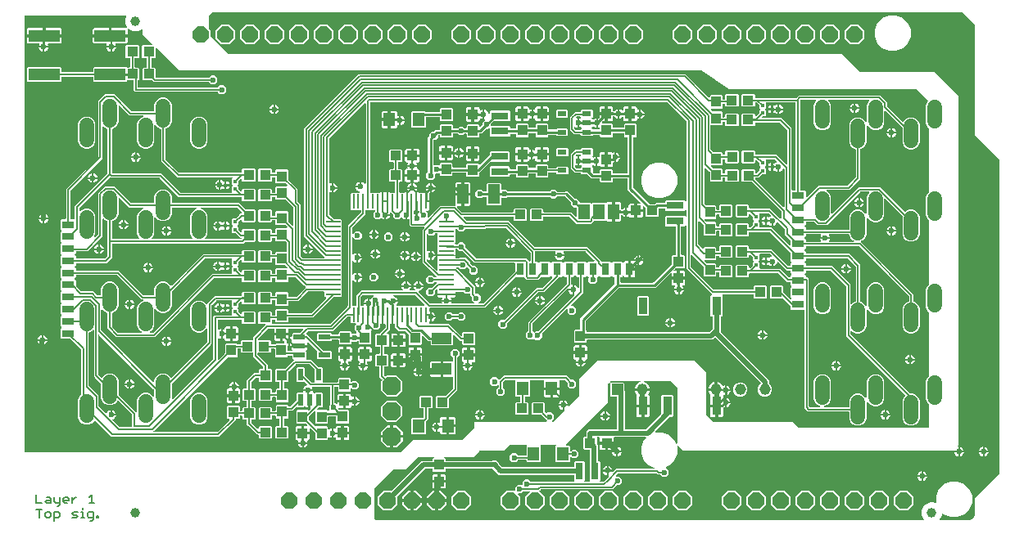
<source format=gbr>
G04 EAGLE Gerber RS-274X export*
G75*
%MOMM*%
%FSLAX34Y34*%
%LPD*%
%INTop Copper*%
%IPPOS*%
%AMOC8*
5,1,8,0,0,1.08239X$1,22.5*%
G01*
%ADD10C,0.152400*%
%ADD11R,1.800000X0.800000*%
%ADD12R,1.000000X1.100000*%
%ADD13R,2.000000X1.200000*%
%ADD14R,1.100000X1.000000*%
%ADD15R,1.500000X0.285000*%
%ADD16R,0.285000X1.500000*%
%ADD17R,1.200000X1.400000*%
%ADD18P,1.814519X8X22.500000*%
%ADD19P,2.089446X8X22.500000*%
%ADD20C,1.000000*%
%ADD21R,1.200000X2.000000*%
%ADD22R,1.200000X0.550000*%
%ADD23R,0.550000X1.200000*%
%ADD24R,0.952500X0.508000*%
%ADD25R,1.160000X1.160000*%
%ADD26C,1.160000*%
%ADD27R,0.800000X1.800000*%
%ADD28R,3.200000X1.200000*%
%ADD29R,1.168400X1.600200*%
%ADD30R,0.800000X1.300000*%
%ADD31R,2.100000X3.000000*%
%ADD32R,0.400000X0.400000*%
%ADD33R,0.965200X1.930400*%
%ADD34R,0.914400X1.778000*%
%ADD35R,1.300000X0.800000*%
%ADD36R,3.000000X2.100000*%
%ADD37C,1.500000*%
%ADD38C,0.150000*%
%ADD39C,0.600000*%
%ADD40C,0.254000*%
%ADD41C,0.508000*%

G36*
X393790Y75454D02*
X393790Y75454D01*
X393881Y75461D01*
X393911Y75473D01*
X393943Y75479D01*
X394023Y75521D01*
X394107Y75557D01*
X394139Y75583D01*
X394160Y75594D01*
X394182Y75617D01*
X394238Y75662D01*
X406715Y88139D01*
X457200Y88139D01*
X457290Y88154D01*
X457381Y88161D01*
X457411Y88173D01*
X457443Y88179D01*
X457523Y88221D01*
X457607Y88257D01*
X457639Y88283D01*
X457660Y88294D01*
X457682Y88317D01*
X457738Y88362D01*
X470438Y101062D01*
X470491Y101136D01*
X470551Y101205D01*
X470563Y101235D01*
X470582Y101261D01*
X470609Y101348D01*
X470643Y101433D01*
X470647Y101474D01*
X470654Y101497D01*
X470653Y101529D01*
X470661Y101600D01*
X470661Y107189D01*
X545008Y107189D01*
X545079Y107200D01*
X545151Y107202D01*
X545200Y107220D01*
X545251Y107229D01*
X545315Y107262D01*
X545382Y107287D01*
X545423Y107319D01*
X545469Y107344D01*
X545518Y107396D01*
X545574Y107440D01*
X545602Y107484D01*
X545638Y107522D01*
X545668Y107587D01*
X545707Y107647D01*
X545720Y107698D01*
X545742Y107745D01*
X545749Y107816D01*
X545767Y107886D01*
X545763Y107938D01*
X545769Y107989D01*
X545753Y108060D01*
X545748Y108131D01*
X545727Y108179D01*
X545716Y108230D01*
X545680Y108291D01*
X545652Y108357D01*
X545607Y108413D01*
X545590Y108441D01*
X545572Y108456D01*
X545547Y108488D01*
X543684Y110351D01*
X543677Y110441D01*
X543664Y110471D01*
X543659Y110503D01*
X543616Y110584D01*
X543581Y110668D01*
X543555Y110700D01*
X543544Y110720D01*
X543521Y110743D01*
X543476Y110799D01*
X540168Y114107D01*
X540094Y114160D01*
X540024Y114219D01*
X539994Y114231D01*
X539968Y114250D01*
X539881Y114277D01*
X539796Y114311D01*
X539755Y114316D01*
X539733Y114323D01*
X539701Y114322D01*
X539629Y114330D01*
X530505Y114330D01*
X529626Y115209D01*
X529626Y126452D01*
X530505Y127331D01*
X542749Y127331D01*
X543628Y126452D01*
X543628Y117328D01*
X543642Y117238D01*
X543650Y117147D01*
X543662Y117117D01*
X543667Y117085D01*
X543710Y117005D01*
X543746Y116921D01*
X543772Y116888D01*
X543783Y116868D01*
X543806Y116846D01*
X543823Y116824D01*
X543828Y116817D01*
X543832Y116813D01*
X543851Y116790D01*
X544599Y116042D01*
X544615Y116030D01*
X544627Y116014D01*
X544714Y115958D01*
X544799Y115898D01*
X544818Y115892D01*
X544834Y115881D01*
X544935Y115856D01*
X545034Y115826D01*
X545054Y115826D01*
X545073Y115821D01*
X545176Y115829D01*
X545280Y115832D01*
X545298Y115839D01*
X545318Y115840D01*
X545413Y115881D01*
X545511Y115916D01*
X545526Y115929D01*
X545544Y115937D01*
X545675Y116042D01*
X546335Y116701D01*
X550064Y116701D01*
X552700Y114065D01*
X552700Y110336D01*
X550852Y108488D01*
X550810Y108430D01*
X550761Y108378D01*
X550739Y108331D01*
X550709Y108289D01*
X550688Y108220D01*
X550657Y108155D01*
X550652Y108103D01*
X550636Y108053D01*
X550638Y107982D01*
X550630Y107911D01*
X550641Y107860D01*
X550643Y107808D01*
X550667Y107740D01*
X550682Y107670D01*
X550709Y107626D01*
X550727Y107577D01*
X550772Y107521D01*
X550809Y107459D01*
X550848Y107425D01*
X550881Y107385D01*
X550941Y107346D01*
X550996Y107299D01*
X551044Y107280D01*
X551088Y107252D01*
X551157Y107234D01*
X551224Y107207D01*
X551295Y107199D01*
X551326Y107191D01*
X551350Y107193D01*
X551390Y107189D01*
X552450Y107189D01*
X552540Y107204D01*
X552631Y107211D01*
X552661Y107223D01*
X552693Y107229D01*
X552773Y107271D01*
X552857Y107307D01*
X552889Y107333D01*
X552910Y107344D01*
X552932Y107367D01*
X552988Y107412D01*
X563736Y118160D01*
X563778Y118218D01*
X563828Y118270D01*
X563850Y118317D01*
X563880Y118359D01*
X563901Y118428D01*
X563931Y118493D01*
X563937Y118545D01*
X563952Y118595D01*
X563950Y118666D01*
X563958Y118737D01*
X563947Y118788D01*
X563946Y118840D01*
X563921Y118908D01*
X563906Y118978D01*
X563879Y119022D01*
X563861Y119071D01*
X563817Y119127D01*
X563780Y119189D01*
X563740Y119223D01*
X563708Y119263D01*
X563647Y119302D01*
X563593Y119349D01*
X563545Y119368D01*
X563501Y119396D01*
X563484Y119401D01*
X563484Y123586D01*
X567674Y123586D01*
X567684Y123566D01*
X567709Y123499D01*
X567741Y123458D01*
X567766Y123412D01*
X567817Y123363D01*
X567862Y123307D01*
X567906Y123278D01*
X567944Y123242D01*
X568009Y123212D01*
X568069Y123174D01*
X568120Y123161D01*
X568167Y123139D01*
X568238Y123131D01*
X568308Y123113D01*
X568360Y123118D01*
X568411Y123112D01*
X568482Y123127D01*
X568553Y123133D01*
X568601Y123153D01*
X568652Y123164D01*
X568713Y123201D01*
X568779Y123229D01*
X568835Y123274D01*
X568863Y123290D01*
X568878Y123308D01*
X568910Y123334D01*
X578388Y132812D01*
X578441Y132886D01*
X578501Y132955D01*
X578513Y132985D01*
X578532Y133011D01*
X578559Y133098D01*
X578593Y133183D01*
X578597Y133224D01*
X578604Y133247D01*
X578603Y133279D01*
X578611Y133350D01*
X578611Y152085D01*
X597215Y170689D01*
X698185Y170689D01*
X710439Y158435D01*
X710439Y114300D01*
X710454Y114210D01*
X710461Y114119D01*
X710473Y114089D01*
X710479Y114057D01*
X710521Y113977D01*
X710557Y113893D01*
X710583Y113861D01*
X710594Y113840D01*
X710617Y113818D01*
X710662Y113762D01*
X717012Y107412D01*
X717086Y107359D01*
X717155Y107299D01*
X717185Y107287D01*
X717211Y107268D01*
X717298Y107241D01*
X717383Y107207D01*
X717424Y107203D01*
X717447Y107196D01*
X717479Y107197D01*
X717550Y107189D01*
X799785Y107189D01*
X805912Y101062D01*
X805986Y101009D01*
X806055Y100949D01*
X806085Y100937D01*
X806111Y100918D01*
X806198Y100891D01*
X806283Y100857D01*
X806324Y100853D01*
X806347Y100846D01*
X806379Y100847D01*
X806450Y100839D01*
X939800Y100839D01*
X939820Y100842D01*
X939839Y100840D01*
X939941Y100862D01*
X940043Y100879D01*
X940060Y100888D01*
X940080Y100892D01*
X940169Y100945D01*
X940260Y100994D01*
X940274Y101008D01*
X940291Y101018D01*
X940358Y101097D01*
X940430Y101172D01*
X940438Y101190D01*
X940451Y101205D01*
X940490Y101301D01*
X940533Y101395D01*
X940535Y101415D01*
X940543Y101433D01*
X940561Y101600D01*
X940561Y124744D01*
X940547Y124835D01*
X940539Y124925D01*
X940527Y124955D01*
X940522Y124987D01*
X940479Y125068D01*
X940443Y125152D01*
X940417Y125184D01*
X940406Y125205D01*
X940383Y125227D01*
X940338Y125283D01*
X938520Y127101D01*
X937149Y130410D01*
X937149Y148990D01*
X938520Y152299D01*
X940338Y154117D01*
X940391Y154191D01*
X940451Y154261D01*
X940463Y154291D01*
X940482Y154317D01*
X940509Y154404D01*
X940543Y154489D01*
X940547Y154530D01*
X940554Y154552D01*
X940553Y154584D01*
X940561Y154656D01*
X940561Y219994D01*
X940547Y220085D01*
X940539Y220175D01*
X940527Y220205D01*
X940522Y220237D01*
X940479Y220318D01*
X940443Y220402D01*
X940417Y220434D01*
X940406Y220455D01*
X940383Y220477D01*
X940338Y220533D01*
X938520Y222351D01*
X937149Y225660D01*
X937149Y244240D01*
X938520Y247549D01*
X940338Y249367D01*
X940391Y249441D01*
X940451Y249511D01*
X940463Y249541D01*
X940482Y249567D01*
X940509Y249654D01*
X940543Y249739D01*
X940547Y249780D01*
X940554Y249802D01*
X940553Y249834D01*
X940561Y249906D01*
X940561Y315244D01*
X940559Y315259D01*
X940560Y315272D01*
X940546Y315335D01*
X940539Y315425D01*
X940527Y315455D01*
X940522Y315487D01*
X940479Y315568D01*
X940443Y315652D01*
X940417Y315684D01*
X940406Y315705D01*
X940383Y315727D01*
X940338Y315783D01*
X938520Y317601D01*
X937149Y320910D01*
X937149Y339490D01*
X938520Y342799D01*
X940338Y344617D01*
X940391Y344691D01*
X940451Y344761D01*
X940463Y344791D01*
X940482Y344817D01*
X940509Y344904D01*
X940543Y344989D01*
X940547Y345030D01*
X940554Y345052D01*
X940553Y345084D01*
X940561Y345156D01*
X940561Y410494D01*
X940547Y410585D01*
X940539Y410675D01*
X940527Y410705D01*
X940522Y410737D01*
X940479Y410818D01*
X940443Y410902D01*
X940417Y410934D01*
X940406Y410955D01*
X940383Y410977D01*
X940338Y411033D01*
X938520Y412851D01*
X937149Y416160D01*
X937149Y434740D01*
X938520Y438049D01*
X939211Y438739D01*
X939222Y438756D01*
X939238Y438768D01*
X939294Y438855D01*
X939354Y438939D01*
X939360Y438958D01*
X939371Y438975D01*
X939396Y439075D01*
X939426Y439174D01*
X939426Y439194D01*
X939431Y439214D01*
X939423Y439317D01*
X939420Y439420D01*
X939413Y439439D01*
X939412Y439459D01*
X939371Y439554D01*
X939336Y439651D01*
X939323Y439667D01*
X939315Y439685D01*
X939211Y439816D01*
X927638Y451388D01*
X927564Y451441D01*
X927495Y451501D01*
X927465Y451513D01*
X927439Y451532D01*
X927352Y451559D01*
X927267Y451593D01*
X927226Y451597D01*
X927203Y451604D01*
X927171Y451603D01*
X927100Y451611D01*
X733656Y451611D01*
X705272Y470533D01*
X705257Y470540D01*
X705245Y470551D01*
X705145Y470591D01*
X705048Y470635D01*
X705032Y470637D01*
X705017Y470643D01*
X704850Y470661D01*
X165415Y470661D01*
X142490Y493587D01*
X142431Y493629D01*
X142379Y493678D01*
X142332Y493700D01*
X142290Y493730D01*
X142221Y493752D01*
X142156Y493782D01*
X142105Y493788D01*
X142055Y493803D01*
X141983Y493801D01*
X141912Y493809D01*
X141861Y493798D01*
X141809Y493796D01*
X141742Y493772D01*
X141672Y493757D01*
X141627Y493730D01*
X141578Y493712D01*
X141522Y493667D01*
X141460Y493630D01*
X141427Y493591D01*
X141386Y493558D01*
X141347Y493498D01*
X141301Y493444D01*
X141281Y493395D01*
X141253Y493351D01*
X141235Y493282D01*
X141209Y493215D01*
X141201Y493144D01*
X141193Y493113D01*
X141195Y493090D01*
X141190Y493049D01*
X141190Y484733D01*
X140311Y483854D01*
X137483Y483854D01*
X137464Y483851D01*
X137444Y483853D01*
X137343Y483831D01*
X137241Y483814D01*
X137223Y483805D01*
X137203Y483801D01*
X137114Y483747D01*
X137023Y483699D01*
X137009Y483685D01*
X136992Y483674D01*
X136925Y483596D01*
X136854Y483521D01*
X136845Y483503D01*
X136832Y483488D01*
X136794Y483391D01*
X136750Y483298D01*
X136748Y483278D01*
X136741Y483259D01*
X136722Y483093D01*
X136722Y474564D01*
X136725Y474544D01*
X136723Y474524D01*
X136745Y474423D01*
X136762Y474321D01*
X136771Y474303D01*
X136775Y474284D01*
X136829Y474195D01*
X136877Y474103D01*
X136891Y474090D01*
X136902Y474073D01*
X136980Y474005D01*
X137055Y473934D01*
X137073Y473926D01*
X137088Y473913D01*
X137185Y473874D01*
X137278Y473830D01*
X137298Y473828D01*
X137317Y473821D01*
X137483Y473802D01*
X140593Y473802D01*
X141472Y472923D01*
X141472Y463964D01*
X141475Y463944D01*
X141473Y463924D01*
X141495Y463823D01*
X141512Y463721D01*
X141521Y463703D01*
X141525Y463684D01*
X141579Y463595D01*
X141627Y463503D01*
X141641Y463490D01*
X141652Y463473D01*
X141730Y463405D01*
X141805Y463334D01*
X141823Y463326D01*
X141838Y463313D01*
X141935Y463274D01*
X142028Y463230D01*
X142048Y463228D01*
X142067Y463221D01*
X142233Y463202D01*
X196172Y463202D01*
X196262Y463217D01*
X196353Y463224D01*
X196383Y463237D01*
X196415Y463242D01*
X196495Y463285D01*
X196579Y463320D01*
X196612Y463346D01*
X196632Y463357D01*
X196654Y463380D01*
X196710Y463425D01*
X198796Y465511D01*
X202524Y465511D01*
X205161Y462874D01*
X205161Y459146D01*
X202524Y456509D01*
X198796Y456509D01*
X196827Y458478D01*
X196753Y458531D01*
X196684Y458590D01*
X196654Y458603D01*
X196627Y458621D01*
X196540Y458648D01*
X196456Y458682D01*
X196415Y458687D01*
X196392Y458694D01*
X196360Y458693D01*
X196289Y458701D01*
X139889Y458701D01*
X138012Y460578D01*
X137938Y460631D01*
X137869Y460690D01*
X137838Y460703D01*
X137812Y460721D01*
X137725Y460748D01*
X137640Y460782D01*
X137599Y460787D01*
X137577Y460794D01*
X137545Y460793D01*
X137474Y460801D01*
X128350Y460801D01*
X127471Y461680D01*
X127471Y472923D01*
X128350Y473802D01*
X131459Y473802D01*
X131479Y473806D01*
X131499Y473803D01*
X131600Y473825D01*
X131702Y473842D01*
X131720Y473851D01*
X131739Y473856D01*
X131828Y473909D01*
X131919Y473957D01*
X131933Y473972D01*
X131950Y473982D01*
X132018Y474061D01*
X132089Y474136D01*
X132097Y474154D01*
X132110Y474169D01*
X132149Y474265D01*
X132192Y474359D01*
X132195Y474378D01*
X132202Y474397D01*
X132221Y474564D01*
X132221Y483093D01*
X132217Y483112D01*
X132220Y483132D01*
X132198Y483233D01*
X132181Y483335D01*
X132172Y483353D01*
X132167Y483372D01*
X132114Y483461D01*
X132066Y483553D01*
X132051Y483566D01*
X132041Y483584D01*
X131962Y483651D01*
X131887Y483722D01*
X131869Y483731D01*
X131854Y483743D01*
X131758Y483782D01*
X131664Y483826D01*
X131645Y483828D01*
X131626Y483835D01*
X131459Y483854D01*
X128068Y483854D01*
X127189Y484733D01*
X127189Y495976D01*
X128068Y496855D01*
X137383Y496855D01*
X137454Y496867D01*
X137526Y496869D01*
X137575Y496887D01*
X137626Y496895D01*
X137689Y496929D01*
X137757Y496953D01*
X137798Y496986D01*
X137844Y497010D01*
X137893Y497062D01*
X137949Y497107D01*
X137977Y497151D01*
X138013Y497189D01*
X138043Y497254D01*
X138082Y497314D01*
X138095Y497364D01*
X138117Y497412D01*
X138124Y497483D01*
X138142Y497552D01*
X138138Y497604D01*
X138144Y497656D01*
X138128Y497726D01*
X138123Y497798D01*
X138102Y497845D01*
X138091Y497896D01*
X138055Y497958D01*
X138026Y498024D01*
X137982Y498080D01*
X137965Y498108D01*
X137947Y498123D01*
X137922Y498155D01*
X127761Y508315D01*
X127761Y512473D01*
X127760Y512479D01*
X127761Y512484D01*
X127740Y512600D01*
X127722Y512716D01*
X127719Y512721D01*
X127718Y512726D01*
X127661Y512830D01*
X127606Y512934D01*
X127603Y512937D01*
X127600Y512942D01*
X127513Y513022D01*
X127428Y513103D01*
X127423Y513105D01*
X127419Y513109D01*
X127312Y513157D01*
X127205Y513207D01*
X127200Y513207D01*
X127195Y513209D01*
X127078Y513221D01*
X126961Y513234D01*
X126955Y513233D01*
X126950Y513233D01*
X126836Y513207D01*
X126720Y513181D01*
X126716Y513179D01*
X126711Y513178D01*
X126563Y513097D01*
X126121Y512788D01*
X126103Y512770D01*
X126082Y512758D01*
X126016Y512685D01*
X125945Y512616D01*
X125942Y512609D01*
X125775Y512531D01*
X125750Y512514D01*
X125661Y512465D01*
X125505Y512356D01*
X125473Y512356D01*
X125449Y512348D01*
X125424Y512347D01*
X125265Y512293D01*
X124484Y511929D01*
X124463Y511915D01*
X124440Y511906D01*
X124362Y511846D01*
X124281Y511790D01*
X124276Y511784D01*
X124099Y511737D01*
X124070Y511724D01*
X123974Y511691D01*
X123802Y511611D01*
X123771Y511617D01*
X123746Y511613D01*
X123721Y511616D01*
X123555Y511591D01*
X122722Y511368D01*
X122700Y511358D01*
X122675Y511353D01*
X122588Y511307D01*
X122498Y511267D01*
X122493Y511261D01*
X122310Y511245D01*
X122279Y511238D01*
X122179Y511222D01*
X121995Y511173D01*
X121966Y511184D01*
X121941Y511185D01*
X121917Y511192D01*
X121749Y511196D01*
X120890Y511121D01*
X120866Y511115D01*
X120841Y511115D01*
X120747Y511085D01*
X120652Y511060D01*
X120645Y511056D01*
X120462Y511072D01*
X120431Y511070D01*
X120330Y511072D01*
X120140Y511055D01*
X120113Y511071D01*
X120089Y511077D01*
X120066Y511088D01*
X119902Y511121D01*
X119043Y511196D01*
X119018Y511194D01*
X118993Y511199D01*
X118896Y511185D01*
X118798Y511178D01*
X118790Y511175D01*
X118613Y511222D01*
X118582Y511225D01*
X118482Y511245D01*
X118293Y511262D01*
X118269Y511282D01*
X118246Y511292D01*
X118226Y511307D01*
X118069Y511368D01*
X117237Y511591D01*
X117212Y511594D01*
X117188Y511602D01*
X117090Y511606D01*
X116992Y511615D01*
X116984Y511614D01*
X116818Y511691D01*
X116788Y511700D01*
X116693Y511737D01*
X116510Y511786D01*
X116490Y511810D01*
X116468Y511823D01*
X116451Y511842D01*
X116308Y511929D01*
X115527Y512293D01*
X115502Y512300D01*
X115481Y512313D01*
X115384Y512333D01*
X115290Y512360D01*
X115282Y512360D01*
X115131Y512465D01*
X115103Y512478D01*
X115017Y512531D01*
X114844Y512612D01*
X114829Y512639D01*
X114810Y512656D01*
X114797Y512677D01*
X114671Y512788D01*
X113964Y513282D01*
X113942Y513293D01*
X113923Y513309D01*
X113831Y513346D01*
X113743Y513389D01*
X113735Y513390D01*
X113605Y513520D01*
X113580Y513538D01*
X113503Y513605D01*
X113277Y513763D01*
X113183Y513809D01*
X113091Y513859D01*
X113072Y513862D01*
X113055Y513870D01*
X112952Y513883D01*
X112849Y513901D01*
X112830Y513898D01*
X112811Y513901D01*
X112709Y513880D01*
X112605Y513864D01*
X112589Y513855D01*
X112570Y513852D01*
X112480Y513799D01*
X112387Y513751D01*
X112374Y513738D01*
X112357Y513728D01*
X112288Y513650D01*
X112215Y513575D01*
X112207Y513558D01*
X112195Y513544D01*
X112155Y513447D01*
X112109Y513353D01*
X112107Y513334D01*
X112100Y513317D01*
X112092Y513213D01*
X112080Y513109D01*
X112083Y513086D01*
X112082Y513071D01*
X112090Y513041D01*
X112105Y512943D01*
X112120Y512887D01*
X112120Y508147D01*
X95642Y508147D01*
X95642Y514624D01*
X110383Y514624D01*
X110876Y514492D01*
X110980Y514482D01*
X111083Y514466D01*
X111102Y514469D01*
X111120Y514468D01*
X111222Y514491D01*
X111325Y514509D01*
X111342Y514518D01*
X111360Y514522D01*
X111449Y514577D01*
X111541Y514627D01*
X111554Y514641D01*
X111570Y514651D01*
X111637Y514731D01*
X111708Y514808D01*
X111716Y514825D01*
X111728Y514840D01*
X111766Y514936D01*
X111809Y515032D01*
X111810Y515051D01*
X111817Y515069D01*
X111822Y515173D01*
X111832Y515277D01*
X111828Y515296D01*
X111829Y515314D01*
X111800Y515415D01*
X111777Y515517D01*
X111766Y515537D01*
X111762Y515551D01*
X111744Y515577D01*
X111696Y515664D01*
X111468Y515991D01*
X111450Y516009D01*
X111438Y516030D01*
X111365Y516096D01*
X111296Y516167D01*
X111289Y516170D01*
X111211Y516337D01*
X111194Y516362D01*
X111145Y516451D01*
X111036Y516607D01*
X111036Y516639D01*
X111028Y516663D01*
X111027Y516688D01*
X110973Y516847D01*
X110609Y517628D01*
X110595Y517649D01*
X110586Y517673D01*
X110526Y517750D01*
X110470Y517831D01*
X110464Y517836D01*
X110417Y518013D01*
X110404Y518042D01*
X110371Y518138D01*
X110291Y518310D01*
X110297Y518341D01*
X110293Y518366D01*
X110296Y518391D01*
X110271Y518557D01*
X110048Y519389D01*
X110038Y519412D01*
X110033Y519437D01*
X109987Y519524D01*
X109947Y519614D01*
X109941Y519620D01*
X109925Y519802D01*
X109918Y519833D01*
X109902Y519933D01*
X109853Y520117D01*
X109864Y520146D01*
X109865Y520171D01*
X109872Y520195D01*
X109876Y520363D01*
X109801Y521222D01*
X109795Y521246D01*
X109795Y521271D01*
X109765Y521365D01*
X109740Y521460D01*
X109736Y521467D01*
X109752Y521650D01*
X109750Y521681D01*
X109752Y521782D01*
X109735Y521972D01*
X109751Y521999D01*
X109757Y522023D01*
X109768Y522046D01*
X109776Y522085D01*
X109777Y522088D01*
X109778Y522096D01*
X109801Y522210D01*
X109876Y523069D01*
X109874Y523094D01*
X109879Y523119D01*
X109865Y523216D01*
X109858Y523314D01*
X109855Y523322D01*
X109902Y523499D01*
X109905Y523530D01*
X109925Y523630D01*
X109942Y523819D01*
X109962Y523843D01*
X109972Y523866D01*
X109987Y523886D01*
X110048Y524043D01*
X110271Y524875D01*
X110274Y524900D01*
X110282Y524924D01*
X110286Y525022D01*
X110295Y525120D01*
X110294Y525128D01*
X110371Y525294D01*
X110380Y525324D01*
X110417Y525419D01*
X110466Y525602D01*
X110490Y525622D01*
X110503Y525644D01*
X110522Y525661D01*
X110609Y525804D01*
X110973Y526585D01*
X110980Y526610D01*
X110993Y526631D01*
X111013Y526727D01*
X111040Y526822D01*
X111039Y526847D01*
X111044Y526872D01*
X111033Y527039D01*
X111024Y527089D01*
X111024Y527092D01*
X111009Y527175D01*
X111000Y527201D01*
X111000Y527204D01*
X110976Y527319D01*
X110973Y527324D01*
X110972Y527330D01*
X110931Y527399D01*
X110928Y527408D01*
X110918Y527420D01*
X110912Y527431D01*
X110853Y527532D01*
X110849Y527536D01*
X110846Y527541D01*
X110781Y527597D01*
X110777Y527602D01*
X110769Y527607D01*
X110757Y527617D01*
X110669Y527695D01*
X110664Y527697D01*
X110659Y527701D01*
X110578Y527734D01*
X110572Y527738D01*
X110561Y527740D01*
X110549Y527745D01*
X110442Y527790D01*
X110436Y527791D01*
X110431Y527793D01*
X110264Y527811D01*
X6451Y527811D01*
X6337Y527793D01*
X6220Y527775D01*
X6214Y527773D01*
X6208Y527772D01*
X6106Y527717D01*
X6001Y527664D01*
X5996Y527659D01*
X5991Y527656D01*
X5911Y527572D01*
X5829Y527488D01*
X5825Y527482D01*
X5822Y527478D01*
X5814Y527461D01*
X5748Y527341D01*
X5647Y527097D01*
X5632Y527034D01*
X5607Y526973D01*
X5598Y526890D01*
X5591Y526858D01*
X5592Y526839D01*
X5589Y526806D01*
X5589Y76200D01*
X5592Y76180D01*
X5590Y76161D01*
X5612Y76059D01*
X5629Y75957D01*
X5638Y75940D01*
X5642Y75920D01*
X5695Y75831D01*
X5744Y75740D01*
X5758Y75726D01*
X5768Y75709D01*
X5847Y75642D01*
X5922Y75571D01*
X5940Y75562D01*
X5955Y75549D01*
X6051Y75510D01*
X6145Y75467D01*
X6165Y75465D01*
X6183Y75457D01*
X6350Y75439D01*
X393700Y75439D01*
X393790Y75454D01*
G37*
%LPC*%
G36*
X307306Y88258D02*
X307306Y88258D01*
X306427Y89137D01*
X306427Y95449D01*
X306413Y95539D01*
X306405Y95630D01*
X306393Y95660D01*
X306388Y95692D01*
X306345Y95773D01*
X306309Y95857D01*
X306283Y95889D01*
X306272Y95910D01*
X306249Y95932D01*
X306204Y95988D01*
X301416Y100776D01*
X301358Y100818D01*
X301306Y100867D01*
X301259Y100889D01*
X301217Y100919D01*
X301148Y100940D01*
X301083Y100971D01*
X301031Y100976D01*
X300981Y100992D01*
X300910Y100990D01*
X300839Y100998D01*
X300788Y100987D01*
X300736Y100985D01*
X300668Y100961D01*
X300598Y100945D01*
X300553Y100919D01*
X300505Y100901D01*
X300449Y100856D01*
X300387Y100819D01*
X300353Y100780D01*
X300313Y100747D01*
X300274Y100687D01*
X300227Y100632D01*
X300208Y100584D01*
X300180Y100540D01*
X300162Y100471D01*
X300135Y100404D01*
X300127Y100333D01*
X300119Y100302D01*
X300121Y100278D01*
X300117Y100237D01*
X300117Y96782D01*
X294639Y96782D01*
X294639Y102760D01*
X297594Y102760D01*
X297665Y102771D01*
X297737Y102773D01*
X297786Y102791D01*
X297837Y102799D01*
X297900Y102833D01*
X297968Y102858D01*
X298009Y102890D01*
X298055Y102915D01*
X298104Y102966D01*
X298160Y103011D01*
X298188Y103055D01*
X298224Y103093D01*
X298254Y103158D01*
X298293Y103218D01*
X298306Y103269D01*
X298328Y103316D01*
X298335Y103387D01*
X298353Y103457D01*
X298349Y103509D01*
X298355Y103560D01*
X298339Y103631D01*
X298334Y103702D01*
X298314Y103750D01*
X298302Y103801D01*
X298266Y103862D01*
X298238Y103928D01*
X298193Y103984D01*
X298176Y104012D01*
X298158Y104027D01*
X298133Y104059D01*
X297157Y105035D01*
X297083Y105088D01*
X297013Y105148D01*
X296983Y105160D01*
X296957Y105179D01*
X296870Y105206D01*
X296785Y105240D01*
X296744Y105244D01*
X296722Y105251D01*
X296690Y105250D01*
X296618Y105258D01*
X287494Y105258D01*
X286615Y106137D01*
X286615Y118381D01*
X287494Y119260D01*
X298738Y119260D01*
X298944Y119053D01*
X298960Y119042D01*
X298973Y119026D01*
X299060Y118970D01*
X299144Y118910D01*
X299163Y118904D01*
X299179Y118893D01*
X299280Y118868D01*
X299379Y118838D01*
X299399Y118838D01*
X299418Y118833D01*
X299521Y118841D01*
X299625Y118844D01*
X299643Y118851D01*
X299663Y118852D01*
X299758Y118893D01*
X299856Y118928D01*
X299871Y118941D01*
X299889Y118949D01*
X300020Y119053D01*
X301414Y120447D01*
X301456Y120505D01*
X301505Y120557D01*
X301527Y120604D01*
X301557Y120646D01*
X301578Y120715D01*
X301609Y120780D01*
X301614Y120832D01*
X301630Y120882D01*
X301628Y120953D01*
X301636Y121024D01*
X301625Y121075D01*
X301623Y121127D01*
X301602Y121185D01*
X301602Y129134D01*
X301599Y129153D01*
X301601Y129173D01*
X301579Y129275D01*
X301563Y129377D01*
X301553Y129394D01*
X301549Y129414D01*
X301496Y129503D01*
X301447Y129594D01*
X301433Y129608D01*
X301423Y129625D01*
X301344Y129692D01*
X301269Y129763D01*
X301251Y129772D01*
X301236Y129785D01*
X301140Y129823D01*
X301046Y129867D01*
X301026Y129869D01*
X301008Y129877D01*
X300841Y129895D01*
X299615Y129895D01*
X299595Y129892D01*
X299575Y129894D01*
X299474Y129872D01*
X299372Y129855D01*
X299355Y129846D01*
X299335Y129842D01*
X299246Y129789D01*
X299155Y129740D01*
X299141Y129726D01*
X299124Y129716D01*
X299057Y129637D01*
X298985Y129562D01*
X298977Y129544D01*
X298964Y129529D01*
X298925Y129432D01*
X298882Y129339D01*
X298880Y129319D01*
X298872Y129301D01*
X298854Y129134D01*
X298854Y121746D01*
X297215Y121746D01*
X296706Y121883D01*
X296250Y122146D01*
X295877Y122519D01*
X295822Y122614D01*
X295747Y122705D01*
X295673Y122798D01*
X295669Y122801D01*
X295666Y122804D01*
X295566Y122867D01*
X295466Y122931D01*
X295462Y122932D01*
X295458Y122935D01*
X295342Y122962D01*
X295227Y122991D01*
X295223Y122991D01*
X295219Y122992D01*
X295099Y122981D01*
X294982Y122972D01*
X294978Y122971D01*
X294974Y122970D01*
X294863Y122922D01*
X294756Y122876D01*
X294752Y122873D01*
X294749Y122872D01*
X294738Y122862D01*
X294625Y122771D01*
X294100Y122246D01*
X287329Y122246D01*
X287314Y122256D01*
X287230Y122316D01*
X287211Y122322D01*
X287195Y122333D01*
X287094Y122358D01*
X286995Y122388D01*
X286975Y122388D01*
X286956Y122393D01*
X286853Y122385D01*
X286749Y122382D01*
X286731Y122375D01*
X286711Y122374D01*
X286616Y122333D01*
X286518Y122298D01*
X286503Y122285D01*
X286484Y122277D01*
X286354Y122173D01*
X284117Y119936D01*
X282568Y118387D01*
X279121Y118387D01*
X279101Y118384D01*
X279081Y118386D01*
X278980Y118364D01*
X278878Y118348D01*
X278860Y118338D01*
X278841Y118334D01*
X278752Y118281D01*
X278661Y118232D01*
X278647Y118218D01*
X278630Y118208D01*
X278562Y118129D01*
X278491Y118054D01*
X278483Y118036D01*
X278470Y118021D01*
X278431Y117925D01*
X278388Y117831D01*
X278385Y117811D01*
X278378Y117793D01*
X278359Y117626D01*
X278359Y111350D01*
X277480Y110471D01*
X274655Y110471D01*
X274636Y110467D01*
X274616Y110470D01*
X274515Y110448D01*
X274413Y110431D01*
X274395Y110422D01*
X274375Y110417D01*
X274286Y110364D01*
X274195Y110316D01*
X274181Y110301D01*
X274164Y110291D01*
X274097Y110212D01*
X274026Y110137D01*
X274017Y110119D01*
X274004Y110104D01*
X273966Y110008D01*
X273922Y109914D01*
X273920Y109895D01*
X273913Y109876D01*
X273894Y109709D01*
X273894Y103454D01*
X273897Y103435D01*
X273895Y103415D01*
X273917Y103314D01*
X273934Y103212D01*
X273943Y103194D01*
X273947Y103175D01*
X274001Y103085D01*
X274049Y102994D01*
X274063Y102981D01*
X274074Y102963D01*
X274152Y102896D01*
X274227Y102825D01*
X274245Y102816D01*
X274260Y102803D01*
X274357Y102765D01*
X274450Y102721D01*
X274470Y102719D01*
X274489Y102712D01*
X274655Y102693D01*
X277753Y102693D01*
X278632Y101814D01*
X278632Y90571D01*
X277753Y89692D01*
X265510Y89692D01*
X264631Y90571D01*
X264631Y101814D01*
X265510Y102693D01*
X268607Y102693D01*
X268627Y102696D01*
X268647Y102694D01*
X268748Y102716D01*
X268850Y102733D01*
X268868Y102742D01*
X268887Y102746D01*
X268976Y102799D01*
X269067Y102848D01*
X269081Y102862D01*
X269098Y102873D01*
X269166Y102951D01*
X269237Y103026D01*
X269245Y103044D01*
X269258Y103059D01*
X269297Y103156D01*
X269340Y103249D01*
X269343Y103269D01*
X269350Y103288D01*
X269369Y103454D01*
X269369Y109709D01*
X269366Y109723D01*
X269368Y109734D01*
X269366Y109739D01*
X269368Y109749D01*
X269346Y109850D01*
X269329Y109952D01*
X269320Y109970D01*
X269315Y109989D01*
X269262Y110078D01*
X269214Y110169D01*
X269199Y110183D01*
X269189Y110200D01*
X269110Y110268D01*
X269035Y110339D01*
X269017Y110347D01*
X269002Y110360D01*
X268906Y110399D01*
X268812Y110442D01*
X268793Y110445D01*
X268774Y110452D01*
X268607Y110471D01*
X266237Y110471D01*
X265358Y111350D01*
X265358Y112696D01*
X265355Y112716D01*
X265357Y112735D01*
X265335Y112837D01*
X265318Y112939D01*
X265309Y112956D01*
X265305Y112976D01*
X265251Y113065D01*
X265203Y113156D01*
X265189Y113170D01*
X265179Y113187D01*
X265100Y113254D01*
X265025Y113325D01*
X265007Y113334D01*
X264992Y113347D01*
X264895Y113385D01*
X264802Y113429D01*
X264782Y113431D01*
X264763Y113439D01*
X264597Y113457D01*
X262401Y113457D01*
X262381Y113454D01*
X262361Y113456D01*
X262260Y113434D01*
X262158Y113417D01*
X262140Y113408D01*
X262121Y113404D01*
X262032Y113351D01*
X261941Y113302D01*
X261927Y113288D01*
X261910Y113278D01*
X261842Y113199D01*
X261771Y113124D01*
X261763Y113106D01*
X261750Y113091D01*
X261711Y112995D01*
X261668Y112901D01*
X261665Y112881D01*
X261658Y112863D01*
X261639Y112696D01*
X261639Y110098D01*
X260760Y109219D01*
X248517Y109219D01*
X247638Y110098D01*
X247638Y121341D01*
X248517Y122221D01*
X260760Y122221D01*
X261639Y121341D01*
X261639Y118744D01*
X261643Y118724D01*
X261640Y118704D01*
X261662Y118603D01*
X261679Y118501D01*
X261688Y118484D01*
X261693Y118464D01*
X261746Y118375D01*
X261794Y118284D01*
X261809Y118270D01*
X261819Y118253D01*
X261898Y118185D01*
X261973Y118114D01*
X261991Y118106D01*
X262006Y118093D01*
X262102Y118054D01*
X262196Y118011D01*
X262215Y118009D01*
X262234Y118001D01*
X262401Y117983D01*
X264597Y117983D01*
X264616Y117986D01*
X264636Y117984D01*
X264737Y118006D01*
X264839Y118022D01*
X264857Y118032D01*
X264877Y118036D01*
X264966Y118089D01*
X265057Y118137D01*
X265071Y118152D01*
X265088Y118162D01*
X265155Y118241D01*
X265226Y118316D01*
X265235Y118334D01*
X265248Y118349D01*
X265286Y118445D01*
X265330Y118539D01*
X265332Y118559D01*
X265340Y118577D01*
X265358Y118744D01*
X265358Y123593D01*
X266237Y124472D01*
X277480Y124472D01*
X278372Y123580D01*
X278382Y123533D01*
X278399Y123431D01*
X278408Y123414D01*
X278413Y123394D01*
X278466Y123305D01*
X278514Y123214D01*
X278529Y123200D01*
X278539Y123183D01*
X278618Y123116D01*
X278693Y123044D01*
X278711Y123036D01*
X278726Y123023D01*
X278822Y122984D01*
X278916Y122941D01*
X278935Y122939D01*
X278954Y122931D01*
X279121Y122913D01*
X280378Y122913D01*
X280469Y122927D01*
X280559Y122935D01*
X280589Y122947D01*
X280621Y122952D01*
X280702Y122995D01*
X280786Y123031D01*
X280818Y123057D01*
X280839Y123068D01*
X280861Y123091D01*
X280917Y123136D01*
X286254Y128473D01*
X286307Y128547D01*
X286367Y128617D01*
X286379Y128647D01*
X286398Y128673D01*
X286425Y128760D01*
X286459Y128845D01*
X286463Y128886D01*
X286470Y128908D01*
X286469Y128940D01*
X286477Y129012D01*
X286477Y136369D01*
X287356Y137248D01*
X292938Y137248D01*
X293055Y137267D01*
X293173Y137285D01*
X293176Y137287D01*
X293181Y137287D01*
X293286Y137343D01*
X293391Y137398D01*
X293394Y137401D01*
X293398Y137403D01*
X293480Y137489D01*
X293563Y137574D01*
X293564Y137578D01*
X293567Y137581D01*
X293618Y137689D01*
X293669Y137796D01*
X293669Y137800D01*
X293671Y137804D01*
X293684Y137921D01*
X293698Y138040D01*
X293698Y138045D01*
X293698Y138048D01*
X293695Y138062D01*
X293673Y138206D01*
X293507Y138826D01*
X298337Y138826D01*
X298356Y138829D01*
X298376Y138827D01*
X298436Y138840D01*
X298563Y138826D01*
X303393Y138826D01*
X303310Y138517D01*
X303306Y138473D01*
X303292Y138432D01*
X303294Y138352D01*
X303286Y138272D01*
X303295Y138230D01*
X303296Y138186D01*
X303323Y138110D01*
X303341Y138032D01*
X303363Y137995D01*
X303378Y137954D01*
X303427Y137891D01*
X303469Y137823D01*
X303503Y137795D01*
X303530Y137760D01*
X303647Y137674D01*
X303658Y137665D01*
X303661Y137664D01*
X303665Y137661D01*
X304207Y137348D01*
X304579Y136975D01*
X304634Y136880D01*
X304709Y136788D01*
X304783Y136696D01*
X304787Y136693D01*
X304790Y136690D01*
X304890Y136627D01*
X304990Y136563D01*
X304994Y136562D01*
X304998Y136559D01*
X305114Y136532D01*
X305229Y136503D01*
X305233Y136503D01*
X305237Y136502D01*
X305357Y136513D01*
X305474Y136522D01*
X305478Y136523D01*
X305482Y136524D01*
X305593Y136572D01*
X305700Y136618D01*
X305704Y136621D01*
X305707Y136622D01*
X305718Y136632D01*
X305831Y136723D01*
X306356Y137248D01*
X313100Y137248D01*
X313979Y136369D01*
X313979Y123125D01*
X313100Y122246D01*
X309895Y122246D01*
X309805Y122232D01*
X309714Y122224D01*
X309684Y122212D01*
X309652Y122207D01*
X309571Y122164D01*
X309487Y122128D01*
X309455Y122102D01*
X309434Y122091D01*
X309412Y122068D01*
X309356Y122023D01*
X307892Y120559D01*
X307850Y120501D01*
X307801Y120449D01*
X307779Y120402D01*
X307749Y120360D01*
X307728Y120291D01*
X307697Y120226D01*
X307692Y120174D01*
X307676Y120124D01*
X307678Y120053D01*
X307670Y119982D01*
X307681Y119931D01*
X307683Y119879D01*
X307707Y119811D01*
X307723Y119741D01*
X307749Y119696D01*
X307767Y119648D01*
X307812Y119592D01*
X307849Y119530D01*
X307888Y119496D01*
X307921Y119456D01*
X307981Y119417D01*
X308036Y119370D01*
X308084Y119351D01*
X308128Y119323D01*
X308197Y119305D01*
X308264Y119278D01*
X308335Y119270D01*
X308366Y119262D01*
X308390Y119264D01*
X308431Y119260D01*
X318550Y119260D01*
X319441Y118369D01*
X319515Y118316D01*
X319584Y118256D01*
X319614Y118244D01*
X319640Y118225D01*
X319727Y118198D01*
X319812Y118164D01*
X319853Y118160D01*
X319875Y118153D01*
X319908Y118154D01*
X319979Y118146D01*
X320301Y118146D01*
X320372Y118157D01*
X320444Y118159D01*
X320493Y118177D01*
X320544Y118185D01*
X320608Y118219D01*
X320675Y118244D01*
X320716Y118276D01*
X320762Y118301D01*
X320811Y118352D01*
X320867Y118397D01*
X320895Y118441D01*
X320931Y118479D01*
X320961Y118544D01*
X321000Y118604D01*
X321013Y118655D01*
X321035Y118702D01*
X321042Y118773D01*
X321060Y118843D01*
X321056Y118895D01*
X321062Y118946D01*
X321046Y119017D01*
X321041Y119088D01*
X321020Y119136D01*
X321009Y119187D01*
X320973Y119248D01*
X320945Y119314D01*
X320900Y119370D01*
X320883Y119398D01*
X320866Y119413D01*
X320840Y119445D01*
X320424Y119861D01*
X320424Y123589D01*
X321364Y124529D01*
X321417Y124603D01*
X321477Y124673D01*
X321489Y124703D01*
X321508Y124729D01*
X321535Y124816D01*
X321569Y124901D01*
X321573Y124942D01*
X321580Y124964D01*
X321579Y124996D01*
X321587Y125068D01*
X321587Y142395D01*
X321584Y142414D01*
X321586Y142434D01*
X321564Y142535D01*
X321548Y142637D01*
X321538Y142655D01*
X321534Y142675D01*
X321481Y142764D01*
X321432Y142855D01*
X321418Y142869D01*
X321408Y142886D01*
X321329Y142953D01*
X321254Y143024D01*
X321236Y143033D01*
X321221Y143046D01*
X321125Y143084D01*
X321031Y143128D01*
X321011Y143130D01*
X320993Y143137D01*
X320826Y143156D01*
X303548Y143156D01*
X303454Y143141D01*
X303359Y143132D01*
X303333Y143121D01*
X303305Y143116D01*
X303221Y143072D01*
X303133Y143033D01*
X303112Y143014D01*
X303087Y143001D01*
X303022Y142932D01*
X302951Y142868D01*
X302938Y142843D01*
X302918Y142823D01*
X302878Y142736D01*
X302832Y142653D01*
X302826Y142625D01*
X302814Y142600D01*
X302804Y142505D01*
X302787Y142411D01*
X302790Y142383D01*
X302787Y142355D01*
X302808Y142262D01*
X302821Y142168D01*
X302835Y142135D01*
X302840Y142115D01*
X302856Y142087D01*
X302888Y142014D01*
X303110Y141630D01*
X303393Y140574D01*
X298563Y140574D01*
X298544Y140571D01*
X298524Y140573D01*
X298464Y140560D01*
X298337Y140574D01*
X293507Y140574D01*
X293790Y141630D01*
X294448Y142771D01*
X295379Y143702D01*
X296520Y144360D01*
X297137Y144525D01*
X297224Y144564D01*
X297313Y144597D01*
X297335Y144615D01*
X297361Y144627D01*
X297431Y144691D01*
X297505Y144751D01*
X297521Y144775D01*
X297541Y144794D01*
X297587Y144878D01*
X297638Y144958D01*
X297645Y144985D01*
X297659Y145010D01*
X297675Y145104D01*
X297698Y145196D01*
X297696Y145224D01*
X297701Y145252D01*
X297687Y145347D01*
X297679Y145442D01*
X297668Y145467D01*
X297664Y145495D01*
X297620Y145580D01*
X297583Y145668D01*
X297561Y145696D01*
X297551Y145714D01*
X297528Y145737D01*
X297478Y145799D01*
X295102Y148175D01*
X295086Y148186D01*
X295074Y148202D01*
X294986Y148258D01*
X294903Y148318D01*
X294884Y148324D01*
X294867Y148335D01*
X294766Y148360D01*
X294668Y148390D01*
X294648Y148390D01*
X294628Y148395D01*
X294525Y148387D01*
X294422Y148384D01*
X294403Y148377D01*
X294383Y148376D01*
X294288Y148335D01*
X294191Y148300D01*
X294175Y148287D01*
X294157Y148279D01*
X294118Y148248D01*
X287356Y148248D01*
X286477Y149127D01*
X286477Y162371D01*
X287356Y163250D01*
X294100Y163250D01*
X294979Y162371D01*
X294979Y155014D01*
X294993Y154923D01*
X295001Y154833D01*
X295013Y154803D01*
X295018Y154771D01*
X295061Y154690D01*
X295097Y154606D01*
X295123Y154574D01*
X295134Y154553D01*
X295157Y154531D01*
X295202Y154475D01*
X301773Y147904D01*
X301847Y147851D01*
X301916Y147792D01*
X301946Y147780D01*
X301972Y147761D01*
X302059Y147734D01*
X302144Y147700D01*
X302185Y147695D01*
X302207Y147688D01*
X302240Y147689D01*
X302311Y147681D01*
X305085Y147681D01*
X305156Y147693D01*
X305228Y147695D01*
X305277Y147713D01*
X305328Y147721D01*
X305391Y147755D01*
X305459Y147779D01*
X305500Y147812D01*
X305546Y147836D01*
X305595Y147888D01*
X305651Y147933D01*
X305679Y147977D01*
X305715Y148015D01*
X305745Y148080D01*
X305784Y148140D01*
X305797Y148190D01*
X305819Y148238D01*
X305826Y148309D01*
X305844Y148378D01*
X305840Y148430D01*
X305846Y148482D01*
X305830Y148552D01*
X305825Y148624D01*
X305804Y148672D01*
X305793Y148722D01*
X305757Y148784D01*
X305729Y148850D01*
X305684Y148906D01*
X305667Y148934D01*
X305649Y148949D01*
X305624Y148981D01*
X305477Y149127D01*
X305477Y160907D01*
X305463Y160998D01*
X305455Y161088D01*
X305443Y161118D01*
X305438Y161150D01*
X305395Y161231D01*
X305359Y161315D01*
X305333Y161347D01*
X305322Y161368D01*
X305299Y161390D01*
X305254Y161446D01*
X300276Y166424D01*
X300202Y166477D01*
X300132Y166537D01*
X300102Y166549D01*
X300076Y166568D01*
X299989Y166595D01*
X299904Y166629D01*
X299863Y166633D01*
X299841Y166640D01*
X299809Y166639D01*
X299737Y166647D01*
X286841Y166647D01*
X286751Y166633D01*
X286660Y166625D01*
X286630Y166613D01*
X286598Y166608D01*
X286518Y166565D01*
X286434Y166529D01*
X286402Y166503D01*
X286381Y166492D01*
X286359Y166469D01*
X286303Y166424D01*
X278855Y158976D01*
X278802Y158902D01*
X278742Y158833D01*
X278730Y158803D01*
X278711Y158777D01*
X278685Y158690D01*
X278651Y158605D01*
X278646Y158564D01*
X278639Y158542D01*
X278640Y158509D01*
X278632Y158438D01*
X278632Y149331D01*
X277753Y148452D01*
X274655Y148452D01*
X274636Y148449D01*
X274616Y148451D01*
X274515Y148429D01*
X274413Y148412D01*
X274395Y148403D01*
X274375Y148399D01*
X274286Y148345D01*
X274195Y148297D01*
X274181Y148283D01*
X274164Y148273D01*
X274097Y148194D01*
X274026Y148119D01*
X274017Y148101D01*
X274004Y148086D01*
X273966Y147989D01*
X273922Y147896D01*
X273920Y147876D01*
X273913Y147857D01*
X273894Y147691D01*
X273894Y142233D01*
X273897Y142214D01*
X273895Y142194D01*
X273917Y142093D01*
X273934Y141991D01*
X273943Y141973D01*
X273947Y141953D01*
X274001Y141864D01*
X274049Y141773D01*
X274063Y141759D01*
X274074Y141742D01*
X274152Y141675D01*
X274227Y141604D01*
X274245Y141595D01*
X274260Y141582D01*
X274357Y141544D01*
X274450Y141500D01*
X274470Y141498D01*
X274489Y141491D01*
X274655Y141472D01*
X277480Y141472D01*
X278359Y140593D01*
X278359Y128350D01*
X277480Y127471D01*
X266237Y127471D01*
X265358Y128350D01*
X265358Y132086D01*
X265355Y132106D01*
X265357Y132126D01*
X265335Y132227D01*
X265318Y132329D01*
X265309Y132347D01*
X265305Y132366D01*
X265251Y132455D01*
X265203Y132546D01*
X265189Y132560D01*
X265179Y132577D01*
X265100Y132645D01*
X265025Y132716D01*
X265007Y132724D01*
X264992Y132737D01*
X264895Y132776D01*
X264802Y132819D01*
X264782Y132822D01*
X264763Y132829D01*
X264597Y132847D01*
X262401Y132847D01*
X262381Y132844D01*
X262361Y132846D01*
X262260Y132824D01*
X262158Y132808D01*
X262140Y132798D01*
X262121Y132794D01*
X262032Y132741D01*
X261941Y132693D01*
X261927Y132678D01*
X261910Y132668D01*
X261842Y132589D01*
X261771Y132514D01*
X261763Y132496D01*
X261750Y132481D01*
X261711Y132385D01*
X261668Y132291D01*
X261665Y132271D01*
X261658Y132253D01*
X261639Y132086D01*
X261639Y129489D01*
X260760Y128609D01*
X248517Y128609D01*
X247638Y129489D01*
X247638Y140732D01*
X248517Y141611D01*
X260760Y141611D01*
X261639Y140732D01*
X261639Y138134D01*
X261643Y138115D01*
X261640Y138095D01*
X261662Y137993D01*
X261679Y137891D01*
X261688Y137874D01*
X261693Y137854D01*
X261746Y137765D01*
X261794Y137674D01*
X261809Y137660D01*
X261819Y137643D01*
X261898Y137576D01*
X261973Y137505D01*
X261991Y137496D01*
X262006Y137483D01*
X262102Y137445D01*
X262196Y137401D01*
X262215Y137399D01*
X262234Y137391D01*
X262401Y137373D01*
X264597Y137373D01*
X264616Y137376D01*
X264636Y137374D01*
X264737Y137396D01*
X264839Y137413D01*
X264857Y137422D01*
X264877Y137426D01*
X264966Y137479D01*
X265057Y137528D01*
X265071Y137542D01*
X265088Y137552D01*
X265155Y137631D01*
X265226Y137706D01*
X265235Y137724D01*
X265248Y137739D01*
X265286Y137836D01*
X265330Y137929D01*
X265332Y137949D01*
X265340Y137967D01*
X265358Y138134D01*
X265358Y140593D01*
X266237Y141472D01*
X268607Y141472D01*
X268627Y141475D01*
X268647Y141473D01*
X268748Y141495D01*
X268850Y141512D01*
X268868Y141521D01*
X268887Y141525D01*
X268976Y141579D01*
X269067Y141627D01*
X269081Y141641D01*
X269098Y141652D01*
X269166Y141730D01*
X269237Y141805D01*
X269245Y141823D01*
X269258Y141838D01*
X269297Y141935D01*
X269340Y142028D01*
X269343Y142048D01*
X269350Y142067D01*
X269369Y142233D01*
X269369Y147691D01*
X269365Y147710D01*
X269368Y147730D01*
X269346Y147831D01*
X269329Y147933D01*
X269320Y147951D01*
X269315Y147971D01*
X269262Y148060D01*
X269214Y148151D01*
X269199Y148165D01*
X269189Y148182D01*
X269110Y148249D01*
X269035Y148320D01*
X269017Y148329D01*
X269002Y148342D01*
X268906Y148380D01*
X268812Y148424D01*
X268793Y148426D01*
X268774Y148434D01*
X268607Y148452D01*
X265510Y148452D01*
X264631Y149331D01*
X264631Y160574D01*
X265510Y161453D01*
X274617Y161453D01*
X274707Y161468D01*
X274798Y161475D01*
X274828Y161488D01*
X274859Y161493D01*
X274940Y161536D01*
X275024Y161572D01*
X275056Y161597D01*
X275077Y161608D01*
X275083Y161614D01*
X275083Y161615D01*
X275100Y161633D01*
X275155Y161676D01*
X283103Y169624D01*
X283848Y170370D01*
X283890Y170428D01*
X283940Y170480D01*
X283962Y170527D01*
X283992Y170569D01*
X284013Y170638D01*
X284043Y170703D01*
X284049Y170755D01*
X284064Y170805D01*
X284062Y170876D01*
X284070Y170947D01*
X284059Y170998D01*
X284058Y171050D01*
X284033Y171118D01*
X284018Y171188D01*
X283991Y171233D01*
X283973Y171281D01*
X283929Y171337D01*
X283892Y171399D01*
X283852Y171433D01*
X283820Y171473D01*
X283759Y171512D01*
X283705Y171559D01*
X283657Y171578D01*
X283613Y171606D01*
X283543Y171624D01*
X283477Y171651D01*
X283406Y171659D01*
X283374Y171667D01*
X283351Y171665D01*
X283310Y171669D01*
X283145Y171669D01*
X282266Y172548D01*
X282266Y174776D01*
X282263Y174796D01*
X282265Y174815D01*
X282243Y174917D01*
X282227Y175019D01*
X282217Y175036D01*
X282213Y175056D01*
X282160Y175145D01*
X282111Y175236D01*
X282097Y175250D01*
X282087Y175267D01*
X282008Y175334D01*
X281933Y175406D01*
X281915Y175414D01*
X281900Y175427D01*
X281804Y175466D01*
X281710Y175509D01*
X281690Y175511D01*
X281672Y175519D01*
X281505Y175537D01*
X278349Y175537D01*
X278329Y175534D01*
X278309Y175536D01*
X278208Y175514D01*
X278106Y175498D01*
X278088Y175488D01*
X278069Y175484D01*
X277980Y175431D01*
X277888Y175382D01*
X277875Y175368D01*
X277858Y175358D01*
X277790Y175279D01*
X277719Y175204D01*
X277711Y175186D01*
X277698Y175171D01*
X277659Y175075D01*
X277615Y174981D01*
X277613Y174961D01*
X277606Y174943D01*
X277596Y174859D01*
X276708Y173971D01*
X265465Y173971D01*
X264586Y174850D01*
X264586Y182043D01*
X264585Y182051D01*
X264585Y182053D01*
X264583Y182063D01*
X264585Y182082D01*
X264563Y182184D01*
X264546Y182286D01*
X264537Y182303D01*
X264533Y182323D01*
X264479Y182412D01*
X264431Y182503D01*
X264417Y182517D01*
X264406Y182534D01*
X264328Y182601D01*
X264253Y182672D01*
X264235Y182681D01*
X264219Y182694D01*
X264123Y182733D01*
X264030Y182776D01*
X264010Y182778D01*
X263991Y182786D01*
X263825Y182804D01*
X261131Y182804D01*
X261111Y182801D01*
X261091Y182803D01*
X260990Y182781D01*
X260888Y182764D01*
X260870Y182755D01*
X260851Y182751D01*
X260762Y182698D01*
X260671Y182649D01*
X260657Y182635D01*
X260640Y182625D01*
X260572Y182546D01*
X260501Y182471D01*
X260493Y182453D01*
X260480Y182438D01*
X260441Y182341D01*
X260398Y182248D01*
X260395Y182228D01*
X260388Y182210D01*
X260369Y182043D01*
X260369Y179445D01*
X259490Y178566D01*
X247361Y178566D01*
X247341Y178563D01*
X247321Y178565D01*
X247220Y178543D01*
X247118Y178526D01*
X247100Y178517D01*
X247081Y178513D01*
X246992Y178460D01*
X246901Y178411D01*
X246887Y178397D01*
X246870Y178387D01*
X246802Y178308D01*
X246731Y178233D01*
X246723Y178215D01*
X246710Y178200D01*
X246671Y178104D01*
X246628Y178010D01*
X246625Y177990D01*
X246618Y177972D01*
X246599Y177805D01*
X246599Y176573D01*
X246614Y176482D01*
X246621Y176392D01*
X246634Y176362D01*
X246639Y176330D01*
X246682Y176249D01*
X246718Y176165D01*
X246743Y176133D01*
X246754Y176112D01*
X246778Y176090D01*
X246822Y176034D01*
X256894Y165963D01*
X256894Y162215D01*
X256897Y162198D01*
X256895Y162182D01*
X256896Y162180D01*
X256895Y162175D01*
X256917Y162074D01*
X256934Y161972D01*
X256943Y161954D01*
X256947Y161935D01*
X257001Y161846D01*
X257049Y161755D01*
X257063Y161741D01*
X257074Y161724D01*
X257152Y161656D01*
X257227Y161585D01*
X257245Y161577D01*
X257260Y161564D01*
X257357Y161525D01*
X257450Y161482D01*
X257470Y161479D01*
X257489Y161472D01*
X257655Y161453D01*
X260753Y161453D01*
X261632Y160574D01*
X261632Y149331D01*
X260753Y148452D01*
X248510Y148452D01*
X247631Y149331D01*
X247631Y151929D01*
X247627Y151948D01*
X247630Y151968D01*
X247608Y152069D01*
X247591Y152171D01*
X247582Y152189D01*
X247577Y152209D01*
X247524Y152298D01*
X247476Y152389D01*
X247461Y152403D01*
X247451Y152420D01*
X247372Y152487D01*
X247297Y152558D01*
X247279Y152567D01*
X247264Y152580D01*
X247168Y152618D01*
X247074Y152662D01*
X247055Y152664D01*
X247036Y152672D01*
X246869Y152690D01*
X245105Y152690D01*
X245015Y152675D01*
X244924Y152668D01*
X244895Y152655D01*
X244863Y152650D01*
X244782Y152608D01*
X244698Y152572D01*
X244666Y152546D01*
X244645Y152535D01*
X244623Y152512D01*
X244567Y152467D01*
X240124Y148024D01*
X240071Y147950D01*
X240012Y147881D01*
X240000Y147851D01*
X239981Y147825D01*
X239954Y147738D01*
X239920Y147653D01*
X239915Y147612D01*
X239908Y147590D01*
X239909Y147557D01*
X239901Y147486D01*
X239901Y142372D01*
X239905Y142353D01*
X239902Y142333D01*
X239924Y142231D01*
X239941Y142129D01*
X239950Y142112D01*
X239955Y142092D01*
X240008Y142003D01*
X240056Y141912D01*
X240071Y141898D01*
X240081Y141881D01*
X240160Y141814D01*
X240235Y141743D01*
X240253Y141734D01*
X240268Y141721D01*
X240364Y141683D01*
X240458Y141639D01*
X240477Y141637D01*
X240496Y141629D01*
X240663Y141611D01*
X243760Y141611D01*
X244639Y140732D01*
X244639Y129489D01*
X243760Y128609D01*
X240663Y128609D01*
X240643Y128606D01*
X240623Y128608D01*
X240522Y128586D01*
X240420Y128570D01*
X240402Y128560D01*
X240383Y128556D01*
X240294Y128503D01*
X240203Y128455D01*
X240189Y128440D01*
X240172Y128430D01*
X240104Y128351D01*
X240033Y128276D01*
X240025Y128258D01*
X240012Y128243D01*
X239973Y128147D01*
X239930Y128053D01*
X239927Y128033D01*
X239920Y128015D01*
X239901Y127848D01*
X239901Y122982D01*
X239905Y122962D01*
X239902Y122942D01*
X239924Y122841D01*
X239941Y122739D01*
X239950Y122722D01*
X239955Y122702D01*
X240008Y122613D01*
X240056Y122522D01*
X240071Y122508D01*
X240081Y122491D01*
X240160Y122424D01*
X240235Y122352D01*
X240253Y122344D01*
X240268Y122331D01*
X240364Y122292D01*
X240458Y122249D01*
X240477Y122247D01*
X240496Y122239D01*
X240663Y122221D01*
X243760Y122221D01*
X244639Y121341D01*
X244639Y110098D01*
X243760Y109219D01*
X240663Y109219D01*
X240643Y109216D01*
X240623Y109218D01*
X240522Y109196D01*
X240420Y109179D01*
X240402Y109170D01*
X240383Y109166D01*
X240294Y109113D01*
X240203Y109064D01*
X240189Y109050D01*
X240172Y109040D01*
X240104Y108961D01*
X240033Y108886D01*
X240025Y108868D01*
X240012Y108853D01*
X239973Y108757D01*
X239930Y108663D01*
X239927Y108643D01*
X239920Y108625D01*
X239901Y108458D01*
X239901Y106514D01*
X239916Y106424D01*
X239923Y106333D01*
X239936Y106303D01*
X239941Y106271D01*
X239984Y106190D01*
X240020Y106107D01*
X240045Y106074D01*
X240056Y106054D01*
X240080Y106032D01*
X240124Y105976D01*
X246331Y99769D01*
X246389Y99727D01*
X246441Y99678D01*
X246489Y99656D01*
X246531Y99625D01*
X246599Y99604D01*
X246664Y99574D01*
X246716Y99568D01*
X246766Y99553D01*
X246838Y99555D01*
X246909Y99547D01*
X246960Y99558D01*
X247012Y99559D01*
X247079Y99584D01*
X247149Y99599D01*
X247194Y99626D01*
X247243Y99644D01*
X247299Y99689D01*
X247360Y99725D01*
X247394Y99765D01*
X247435Y99798D01*
X247474Y99858D01*
X247520Y99912D01*
X247540Y99961D01*
X247568Y100004D01*
X247585Y100074D01*
X247612Y100140D01*
X247620Y100212D01*
X247628Y100243D01*
X247626Y100266D01*
X247631Y100307D01*
X247631Y101814D01*
X248510Y102693D01*
X260753Y102693D01*
X261632Y101814D01*
X261632Y90571D01*
X260753Y89692D01*
X248510Y89692D01*
X247631Y90571D01*
X247631Y93168D01*
X247627Y93188D01*
X247630Y93208D01*
X247608Y93309D01*
X247591Y93411D01*
X247582Y93429D01*
X247577Y93448D01*
X247524Y93537D01*
X247476Y93628D01*
X247461Y93642D01*
X247451Y93659D01*
X247372Y93727D01*
X247297Y93798D01*
X247279Y93806D01*
X247264Y93819D01*
X247168Y93858D01*
X247074Y93901D01*
X247055Y93904D01*
X247036Y93911D01*
X246869Y93930D01*
X245770Y93930D01*
X244222Y95478D01*
X236924Y102776D01*
X235376Y104324D01*
X235376Y108458D01*
X235373Y108478D01*
X235375Y108497D01*
X235353Y108599D01*
X235336Y108701D01*
X235327Y108718D01*
X235323Y108738D01*
X235269Y108827D01*
X235221Y108918D01*
X235207Y108932D01*
X235196Y108949D01*
X235118Y109016D01*
X235043Y109087D01*
X235025Y109096D01*
X235010Y109109D01*
X234913Y109147D01*
X234820Y109191D01*
X234800Y109193D01*
X234781Y109201D01*
X234615Y109219D01*
X231517Y109219D01*
X230638Y110098D01*
X230638Y112696D01*
X230635Y112716D01*
X230637Y112735D01*
X230615Y112837D01*
X230598Y112939D01*
X230589Y112956D01*
X230585Y112976D01*
X230531Y113065D01*
X230483Y113156D01*
X230469Y113170D01*
X230458Y113187D01*
X230380Y113254D01*
X230305Y113325D01*
X230287Y113334D01*
X230272Y113347D01*
X230175Y113385D01*
X230082Y113429D01*
X230062Y113431D01*
X230043Y113439D01*
X229877Y113457D01*
X228844Y113457D01*
X228824Y113454D01*
X228805Y113456D01*
X228703Y113434D01*
X228601Y113417D01*
X228584Y113408D01*
X228564Y113404D01*
X228475Y113351D01*
X228384Y113302D01*
X228370Y113288D01*
X228353Y113278D01*
X228286Y113199D01*
X228214Y113124D01*
X228206Y113106D01*
X228193Y113091D01*
X228154Y112995D01*
X228111Y112901D01*
X228109Y112881D01*
X228101Y112863D01*
X228083Y112696D01*
X228083Y110867D01*
X227204Y109988D01*
X224606Y109988D01*
X224586Y109985D01*
X224567Y109987D01*
X224465Y109965D01*
X224363Y109948D01*
X224346Y109939D01*
X224326Y109935D01*
X224237Y109881D01*
X224146Y109833D01*
X224132Y109819D01*
X224115Y109808D01*
X224048Y109730D01*
X223976Y109655D01*
X223968Y109637D01*
X223955Y109622D01*
X223916Y109525D01*
X223873Y109432D01*
X223871Y109412D01*
X223863Y109393D01*
X223845Y109227D01*
X223845Y108739D01*
X206857Y91751D01*
X95549Y91751D01*
X78804Y108496D01*
X78767Y108523D01*
X78736Y108557D01*
X78667Y108594D01*
X78604Y108640D01*
X78560Y108653D01*
X78520Y108675D01*
X78443Y108689D01*
X78369Y108712D01*
X78323Y108711D01*
X78278Y108719D01*
X78201Y108708D01*
X78123Y108706D01*
X78080Y108690D01*
X78035Y108683D01*
X77965Y108648D01*
X77892Y108621D01*
X77856Y108592D01*
X77815Y108572D01*
X77761Y108516D01*
X77700Y108467D01*
X77675Y108429D01*
X77643Y108396D01*
X77577Y108276D01*
X77567Y108261D01*
X77566Y108256D01*
X77562Y108249D01*
X77480Y108051D01*
X74949Y105520D01*
X71640Y104149D01*
X68060Y104149D01*
X64751Y105520D01*
X62220Y108051D01*
X60849Y111360D01*
X60849Y129940D01*
X62220Y133249D01*
X64364Y135393D01*
X64417Y135467D01*
X64477Y135537D01*
X64489Y135567D01*
X64508Y135593D01*
X64535Y135680D01*
X64569Y135765D01*
X64573Y135806D01*
X64580Y135828D01*
X64579Y135860D01*
X64587Y135932D01*
X64587Y143264D01*
X64592Y143280D01*
X64591Y143312D01*
X64599Y143383D01*
X64599Y181352D01*
X64585Y181442D01*
X64577Y181533D01*
X64565Y181563D01*
X64560Y181595D01*
X64517Y181676D01*
X64481Y181760D01*
X64455Y181792D01*
X64444Y181813D01*
X64421Y181835D01*
X64376Y181891D01*
X53341Y192926D01*
X53267Y192979D01*
X53197Y193039D01*
X53167Y193051D01*
X53141Y193070D01*
X53054Y193097D01*
X52969Y193131D01*
X52928Y193135D01*
X52906Y193142D01*
X52874Y193141D01*
X52802Y193149D01*
X43678Y193149D01*
X42799Y194028D01*
X42799Y203272D01*
X43889Y204362D01*
X43901Y204378D01*
X43917Y204390D01*
X43973Y204478D01*
X44033Y204561D01*
X44039Y204580D01*
X44050Y204597D01*
X44075Y204698D01*
X44105Y204797D01*
X44105Y204816D01*
X44110Y204836D01*
X44102Y204939D01*
X44099Y205042D01*
X44092Y205061D01*
X44090Y205081D01*
X44050Y205176D01*
X44014Y205273D01*
X44002Y205289D01*
X43994Y205307D01*
X43889Y205438D01*
X42799Y206528D01*
X42799Y215772D01*
X43889Y216862D01*
X43901Y216878D01*
X43917Y216890D01*
X43973Y216978D01*
X44033Y217061D01*
X44039Y217080D01*
X44050Y217097D01*
X44075Y217198D01*
X44105Y217297D01*
X44105Y217316D01*
X44110Y217336D01*
X44102Y217439D01*
X44099Y217542D01*
X44092Y217561D01*
X44090Y217581D01*
X44050Y217676D01*
X44014Y217773D01*
X44002Y217789D01*
X43994Y217807D01*
X43889Y217938D01*
X42799Y219028D01*
X42799Y228272D01*
X43889Y229362D01*
X43901Y229378D01*
X43917Y229390D01*
X43973Y229478D01*
X44033Y229561D01*
X44039Y229580D01*
X44050Y229597D01*
X44075Y229698D01*
X44105Y229797D01*
X44105Y229816D01*
X44110Y229836D01*
X44102Y229939D01*
X44099Y230042D01*
X44092Y230061D01*
X44090Y230081D01*
X44050Y230176D01*
X44014Y230273D01*
X44002Y230289D01*
X43994Y230307D01*
X43889Y230438D01*
X42799Y231528D01*
X42799Y240772D01*
X43889Y241862D01*
X43901Y241878D01*
X43917Y241890D01*
X43973Y241978D01*
X44033Y242061D01*
X44039Y242080D01*
X44050Y242097D01*
X44075Y242198D01*
X44105Y242297D01*
X44105Y242316D01*
X44110Y242336D01*
X44102Y242439D01*
X44099Y242542D01*
X44092Y242561D01*
X44090Y242581D01*
X44050Y242676D01*
X44014Y242773D01*
X44002Y242789D01*
X43994Y242807D01*
X43889Y242938D01*
X42799Y244028D01*
X42799Y253272D01*
X43889Y254362D01*
X43901Y254378D01*
X43917Y254390D01*
X43973Y254478D01*
X44033Y254561D01*
X44039Y254580D01*
X44050Y254597D01*
X44075Y254698D01*
X44105Y254797D01*
X44105Y254816D01*
X44110Y254836D01*
X44102Y254939D01*
X44099Y255042D01*
X44092Y255061D01*
X44090Y255081D01*
X44050Y255176D01*
X44014Y255273D01*
X44002Y255289D01*
X43994Y255307D01*
X43889Y255438D01*
X42799Y256528D01*
X42799Y265772D01*
X43889Y266862D01*
X43901Y266878D01*
X43917Y266890D01*
X43973Y266978D01*
X44033Y267061D01*
X44039Y267080D01*
X44050Y267097D01*
X44075Y267198D01*
X44105Y267297D01*
X44105Y267316D01*
X44110Y267336D01*
X44102Y267439D01*
X44099Y267542D01*
X44092Y267561D01*
X44090Y267581D01*
X44050Y267676D01*
X44014Y267773D01*
X44002Y267789D01*
X43994Y267807D01*
X43889Y267938D01*
X42799Y269028D01*
X42799Y278272D01*
X43889Y279362D01*
X43901Y279378D01*
X43917Y279390D01*
X43973Y279478D01*
X44033Y279561D01*
X44039Y279580D01*
X44050Y279597D01*
X44075Y279698D01*
X44105Y279797D01*
X44105Y279816D01*
X44110Y279836D01*
X44102Y279939D01*
X44099Y280042D01*
X44092Y280061D01*
X44090Y280081D01*
X44050Y280176D01*
X44014Y280273D01*
X44002Y280289D01*
X43994Y280307D01*
X43889Y280438D01*
X42799Y281528D01*
X42799Y290772D01*
X43889Y291862D01*
X43901Y291878D01*
X43917Y291890D01*
X43945Y291935D01*
X43976Y291967D01*
X43995Y292009D01*
X44033Y292061D01*
X44039Y292080D01*
X44050Y292097D01*
X44065Y292160D01*
X44079Y292190D01*
X44083Y292224D01*
X44105Y292297D01*
X44105Y292316D01*
X44110Y292336D01*
X44104Y292411D01*
X44106Y292434D01*
X44101Y292459D01*
X44099Y292542D01*
X44092Y292561D01*
X44090Y292581D01*
X44058Y292658D01*
X44054Y292675D01*
X44045Y292690D01*
X44014Y292773D01*
X44002Y292789D01*
X43994Y292807D01*
X43889Y292938D01*
X42799Y294028D01*
X42799Y303272D01*
X43889Y304362D01*
X43901Y304378D01*
X43917Y304390D01*
X43973Y304478D01*
X44033Y304561D01*
X44039Y304580D01*
X44050Y304597D01*
X44075Y304698D01*
X44105Y304797D01*
X44105Y304816D01*
X44110Y304836D01*
X44102Y304939D01*
X44099Y305042D01*
X44092Y305061D01*
X44090Y305081D01*
X44050Y305176D01*
X44014Y305273D01*
X44002Y305289D01*
X43994Y305307D01*
X43889Y305438D01*
X42799Y306528D01*
X42799Y315772D01*
X43678Y316651D01*
X47788Y316651D01*
X47808Y316654D01*
X47827Y316652D01*
X47929Y316674D01*
X48031Y316690D01*
X48048Y316700D01*
X48068Y316704D01*
X48157Y316757D01*
X48248Y316806D01*
X48262Y316820D01*
X48279Y316830D01*
X48346Y316909D01*
X48418Y316984D01*
X48426Y317002D01*
X48439Y317017D01*
X48478Y317113D01*
X48521Y317207D01*
X48523Y317227D01*
X48531Y317245D01*
X48549Y317412D01*
X48549Y348332D01*
X81626Y381409D01*
X81679Y381483D01*
X81739Y381553D01*
X81751Y381583D01*
X81770Y381609D01*
X81797Y381696D01*
X81831Y381781D01*
X81835Y381822D01*
X81842Y381844D01*
X81841Y381876D01*
X81849Y381948D01*
X81849Y438871D01*
X88879Y445901D01*
X98821Y445901D01*
X115836Y428886D01*
X115910Y428833D01*
X115979Y428773D01*
X116010Y428761D01*
X116036Y428742D01*
X116123Y428715D01*
X116208Y428681D01*
X116248Y428677D01*
X116271Y428670D01*
X116303Y428671D01*
X116374Y428663D01*
X139088Y428663D01*
X139108Y428666D01*
X139127Y428664D01*
X139229Y428686D01*
X139331Y428702D01*
X139348Y428712D01*
X139368Y428716D01*
X139457Y428769D01*
X139548Y428818D01*
X139562Y428832D01*
X139579Y428842D01*
X139646Y428921D01*
X139718Y428996D01*
X139726Y429014D01*
X139739Y429029D01*
X139778Y429125D01*
X139821Y429219D01*
X139823Y429239D01*
X139831Y429257D01*
X139849Y429424D01*
X139849Y435690D01*
X141220Y438999D01*
X143751Y441530D01*
X147060Y442901D01*
X150640Y442901D01*
X153949Y441530D01*
X156480Y438999D01*
X157851Y435690D01*
X157851Y417110D01*
X156480Y413801D01*
X153949Y411270D01*
X151958Y410445D01*
X151858Y410383D01*
X151758Y410323D01*
X151754Y410319D01*
X151749Y410315D01*
X151674Y410225D01*
X151598Y410136D01*
X151596Y410131D01*
X151592Y410126D01*
X151550Y410017D01*
X151506Y409908D01*
X151505Y409901D01*
X151504Y409896D01*
X151503Y409878D01*
X151488Y409742D01*
X151488Y379078D01*
X151502Y378987D01*
X151510Y378897D01*
X151522Y378867D01*
X151527Y378835D01*
X151570Y378754D01*
X151606Y378670D01*
X151632Y378638D01*
X151643Y378617D01*
X151666Y378595D01*
X151711Y378539D01*
X165306Y364944D01*
X165380Y364891D01*
X165450Y364831D01*
X165480Y364819D01*
X165506Y364800D01*
X165593Y364773D01*
X165678Y364739D01*
X165719Y364735D01*
X165741Y364728D01*
X165773Y364729D01*
X165845Y364721D01*
X229610Y364721D01*
X229630Y364724D01*
X229649Y364722D01*
X229751Y364744D01*
X229853Y364760D01*
X229870Y364770D01*
X229890Y364774D01*
X229979Y364827D01*
X230070Y364876D01*
X230084Y364890D01*
X230101Y364900D01*
X230168Y364979D01*
X230240Y365054D01*
X230248Y365072D01*
X230261Y365087D01*
X230300Y365183D01*
X230343Y365277D01*
X230345Y365297D01*
X230353Y365315D01*
X230371Y365482D01*
X230371Y368080D01*
X231250Y368959D01*
X243494Y368959D01*
X244373Y368080D01*
X244373Y356836D01*
X243494Y355957D01*
X231250Y355957D01*
X230371Y356836D01*
X230371Y357719D01*
X230360Y357790D01*
X230358Y357862D01*
X230340Y357911D01*
X230332Y357962D01*
X230298Y358025D01*
X230273Y358093D01*
X230241Y358133D01*
X230216Y358179D01*
X230165Y358229D01*
X230120Y358285D01*
X230076Y358313D01*
X230038Y358349D01*
X229973Y358379D01*
X229913Y358418D01*
X229862Y358430D01*
X229815Y358452D01*
X229744Y358460D01*
X229674Y358478D01*
X229622Y358474D01*
X229571Y358479D01*
X229500Y358464D01*
X229429Y358458D01*
X229381Y358438D01*
X229330Y358427D01*
X229269Y358390D01*
X229203Y358362D01*
X229147Y358317D01*
X229119Y358301D01*
X229104Y358283D01*
X229072Y358257D01*
X227131Y356316D01*
X227078Y356242D01*
X227018Y356173D01*
X227006Y356143D01*
X226987Y356117D01*
X226960Y356030D01*
X226926Y355945D01*
X226922Y355904D01*
X226915Y355881D01*
X226916Y355849D01*
X226908Y355778D01*
X226908Y353171D01*
X226068Y352331D01*
X226056Y352315D01*
X226040Y352302D01*
X225984Y352215D01*
X225924Y352131D01*
X225918Y352112D01*
X225907Y352095D01*
X225882Y351995D01*
X225852Y351896D01*
X225852Y351876D01*
X225847Y351857D01*
X225855Y351754D01*
X225858Y351650D01*
X225865Y351631D01*
X225866Y351612D01*
X225907Y351517D01*
X225943Y351419D01*
X225955Y351403D01*
X225963Y351385D01*
X226040Y351289D01*
X226044Y351282D01*
X226049Y351277D01*
X226068Y351254D01*
X226908Y350414D01*
X226908Y347807D01*
X226922Y347717D01*
X226930Y347626D01*
X226942Y347596D01*
X226947Y347564D01*
X226990Y347484D01*
X227026Y347400D01*
X227052Y347368D01*
X227063Y347347D01*
X227086Y347325D01*
X227131Y347269D01*
X229072Y345328D01*
X229130Y345286D01*
X229182Y345237D01*
X229229Y345215D01*
X229271Y345184D01*
X229340Y345163D01*
X229405Y345133D01*
X229457Y345127D01*
X229507Y345112D01*
X229578Y345114D01*
X229649Y345106D01*
X229700Y345117D01*
X229752Y345118D01*
X229820Y345143D01*
X229890Y345158D01*
X229934Y345185D01*
X229983Y345203D01*
X230039Y345248D01*
X230101Y345284D01*
X230135Y345324D01*
X230175Y345356D01*
X230214Y345417D01*
X230261Y345471D01*
X230280Y345520D01*
X230308Y345563D01*
X230326Y345633D01*
X230353Y345699D01*
X230361Y345771D01*
X230369Y345802D01*
X230367Y345825D01*
X230371Y345866D01*
X230371Y347506D01*
X231250Y348385D01*
X243494Y348385D01*
X244373Y347506D01*
X244373Y336262D01*
X243494Y335383D01*
X231250Y335383D01*
X230371Y336262D01*
X230371Y338860D01*
X230370Y338868D01*
X230370Y338871D01*
X230368Y338880D01*
X230370Y338899D01*
X230348Y339001D01*
X230332Y339103D01*
X230322Y339120D01*
X230318Y339140D01*
X230265Y339229D01*
X230216Y339320D01*
X230202Y339334D01*
X230192Y339351D01*
X230113Y339418D01*
X230038Y339490D01*
X230020Y339498D01*
X230005Y339511D01*
X229909Y339550D01*
X229815Y339593D01*
X229795Y339595D01*
X229777Y339603D01*
X229610Y339621D01*
X165179Y339621D01*
X145336Y359464D01*
X145262Y359517D01*
X145192Y359577D01*
X145162Y359589D01*
X145136Y359608D01*
X145049Y359635D01*
X144964Y359669D01*
X144923Y359673D01*
X144901Y359680D01*
X144869Y359679D01*
X144797Y359687D01*
X94004Y359687D01*
X93914Y359673D01*
X93823Y359665D01*
X93794Y359653D01*
X93762Y359648D01*
X93681Y359605D01*
X93597Y359569D01*
X93565Y359543D01*
X93544Y359532D01*
X93522Y359509D01*
X93466Y359464D01*
X62574Y328572D01*
X62521Y328498D01*
X62461Y328429D01*
X62449Y328398D01*
X62430Y328372D01*
X62403Y328285D01*
X62369Y328200D01*
X62365Y328159D01*
X62358Y328137D01*
X62359Y328105D01*
X62351Y328034D01*
X62351Y325718D01*
X62362Y325647D01*
X62364Y325575D01*
X62382Y325526D01*
X62390Y325475D01*
X62424Y325411D01*
X62449Y325344D01*
X62481Y325303D01*
X62506Y325257D01*
X62558Y325208D01*
X62602Y325152D01*
X62646Y325124D01*
X62684Y325088D01*
X62749Y325058D01*
X62809Y325019D01*
X62860Y325006D01*
X62907Y324984D01*
X62978Y324976D01*
X63048Y324959D01*
X63100Y324963D01*
X63151Y324957D01*
X63222Y324973D01*
X63293Y324978D01*
X63341Y324998D01*
X63392Y325010D01*
X63453Y325046D01*
X63519Y325074D01*
X63575Y325119D01*
X63603Y325136D01*
X63618Y325154D01*
X63650Y325179D01*
X64751Y326280D01*
X68060Y327651D01*
X71640Y327651D01*
X74949Y326280D01*
X77480Y323749D01*
X78851Y320440D01*
X78851Y301860D01*
X77539Y298693D01*
X77517Y298599D01*
X77488Y298506D01*
X77489Y298479D01*
X77483Y298454D01*
X77492Y298357D01*
X77495Y298260D01*
X77504Y298235D01*
X77506Y298209D01*
X77546Y298120D01*
X77579Y298029D01*
X77596Y298008D01*
X77606Y297984D01*
X77672Y297913D01*
X77733Y297837D01*
X77755Y297823D01*
X77773Y297803D01*
X77858Y297756D01*
X77940Y297704D01*
X77965Y297697D01*
X77988Y297685D01*
X78084Y297667D01*
X78178Y297644D01*
X78204Y297646D01*
X78230Y297641D01*
X78327Y297655D01*
X78424Y297663D01*
X78448Y297673D01*
X78473Y297677D01*
X78561Y297721D01*
X78650Y297759D01*
X78675Y297779D01*
X78693Y297788D01*
X78716Y297812D01*
X78781Y297864D01*
X81626Y300709D01*
X81679Y300783D01*
X81739Y300853D01*
X81751Y300883D01*
X81770Y300909D01*
X81797Y300996D01*
X81831Y301081D01*
X81835Y301122D01*
X81842Y301144D01*
X81841Y301176D01*
X81849Y301248D01*
X81849Y343621D01*
X88879Y350651D01*
X98821Y350651D01*
X115836Y333636D01*
X115910Y333583D01*
X115979Y333523D01*
X116010Y333511D01*
X116036Y333492D01*
X116123Y333465D01*
X116208Y333431D01*
X116248Y333427D01*
X116271Y333420D01*
X116303Y333421D01*
X116374Y333413D01*
X139088Y333413D01*
X139108Y333416D01*
X139127Y333414D01*
X139229Y333436D01*
X139331Y333452D01*
X139348Y333462D01*
X139368Y333466D01*
X139457Y333519D01*
X139548Y333568D01*
X139562Y333582D01*
X139579Y333592D01*
X139646Y333671D01*
X139718Y333746D01*
X139726Y333764D01*
X139739Y333779D01*
X139778Y333875D01*
X139821Y333969D01*
X139823Y333989D01*
X139831Y334007D01*
X139849Y334174D01*
X139849Y340440D01*
X141220Y343749D01*
X143751Y346280D01*
X147060Y347651D01*
X150640Y347651D01*
X153949Y346280D01*
X156480Y343749D01*
X157851Y340440D01*
X157851Y334174D01*
X157854Y334154D01*
X157852Y334135D01*
X157874Y334033D01*
X157890Y333931D01*
X157900Y333914D01*
X157904Y333894D01*
X157957Y333805D01*
X158006Y333714D01*
X158020Y333700D01*
X158030Y333683D01*
X158109Y333616D01*
X158184Y333544D01*
X158202Y333536D01*
X158217Y333523D01*
X158313Y333484D01*
X158407Y333441D01*
X158427Y333439D01*
X158445Y333431D01*
X158612Y333413D01*
X227453Y333413D01*
X233848Y327018D01*
X233922Y326965D01*
X233992Y326905D01*
X234022Y326893D01*
X234048Y326874D01*
X234135Y326847D01*
X234220Y326813D01*
X234261Y326809D01*
X234283Y326802D01*
X234315Y326803D01*
X234387Y326795D01*
X243494Y326795D01*
X244373Y325916D01*
X244373Y314672D01*
X243494Y313793D01*
X231250Y313793D01*
X230371Y314672D01*
X230371Y315809D01*
X230360Y315880D01*
X230358Y315952D01*
X230340Y316001D01*
X230332Y316052D01*
X230298Y316115D01*
X230273Y316183D01*
X230241Y316223D01*
X230216Y316269D01*
X230165Y316319D01*
X230120Y316375D01*
X230076Y316403D01*
X230038Y316439D01*
X229973Y316469D01*
X229913Y316508D01*
X229862Y316520D01*
X229815Y316542D01*
X229744Y316550D01*
X229674Y316568D01*
X229622Y316564D01*
X229571Y316569D01*
X229500Y316554D01*
X229429Y316548D01*
X229381Y316528D01*
X229330Y316517D01*
X229269Y316480D01*
X229203Y316452D01*
X229147Y316407D01*
X229119Y316391D01*
X229104Y316373D01*
X229072Y316347D01*
X227131Y314406D01*
X227078Y314332D01*
X227018Y314263D01*
X227006Y314233D01*
X226987Y314207D01*
X226960Y314120D01*
X226926Y314035D01*
X226922Y313994D01*
X226915Y313971D01*
X226916Y313939D01*
X226908Y313868D01*
X226908Y311261D01*
X226068Y310421D01*
X226056Y310405D01*
X226040Y310392D01*
X226010Y310345D01*
X225998Y310332D01*
X225987Y310309D01*
X225984Y310305D01*
X225924Y310221D01*
X225918Y310202D01*
X225907Y310185D01*
X225882Y310085D01*
X225852Y309986D01*
X225852Y309966D01*
X225847Y309947D01*
X225855Y309844D01*
X225858Y309740D01*
X225865Y309721D01*
X225866Y309702D01*
X225907Y309607D01*
X225943Y309509D01*
X225955Y309493D01*
X225963Y309475D01*
X226068Y309344D01*
X226908Y308504D01*
X226908Y305897D01*
X226922Y305807D01*
X226930Y305716D01*
X226942Y305686D01*
X226947Y305654D01*
X226990Y305574D01*
X227026Y305490D01*
X227052Y305458D01*
X227063Y305437D01*
X227086Y305415D01*
X227131Y305359D01*
X229072Y303418D01*
X229130Y303376D01*
X229182Y303327D01*
X229229Y303305D01*
X229271Y303274D01*
X229340Y303253D01*
X229405Y303223D01*
X229457Y303217D01*
X229507Y303202D01*
X229578Y303204D01*
X229649Y303196D01*
X229700Y303207D01*
X229752Y303208D01*
X229820Y303233D01*
X229890Y303248D01*
X229934Y303275D01*
X229983Y303293D01*
X230039Y303338D01*
X230101Y303374D01*
X230135Y303414D01*
X230175Y303446D01*
X230214Y303507D01*
X230261Y303561D01*
X230280Y303610D01*
X230308Y303653D01*
X230326Y303723D01*
X230353Y303789D01*
X230361Y303861D01*
X230369Y303892D01*
X230367Y303915D01*
X230371Y303956D01*
X230371Y305596D01*
X231250Y306475D01*
X243494Y306475D01*
X244373Y305596D01*
X244373Y294352D01*
X243494Y293473D01*
X234387Y293473D01*
X234296Y293459D01*
X234205Y293451D01*
X234176Y293439D01*
X234144Y293434D01*
X234063Y293391D01*
X233979Y293355D01*
X233947Y293329D01*
X233926Y293318D01*
X233904Y293295D01*
X233848Y293250D01*
X233772Y293174D01*
X233771Y293173D01*
X232223Y291625D01*
X96862Y291625D01*
X96842Y291622D01*
X96823Y291624D01*
X96721Y291602D01*
X96619Y291586D01*
X96602Y291576D01*
X96582Y291572D01*
X96493Y291519D01*
X96402Y291470D01*
X96388Y291456D01*
X96371Y291446D01*
X96304Y291367D01*
X96232Y291292D01*
X96224Y291274D01*
X96211Y291259D01*
X96172Y291163D01*
X96129Y291069D01*
X96127Y291049D01*
X96119Y291031D01*
X96101Y290864D01*
X96101Y277068D01*
X90432Y271399D01*
X59562Y271399D01*
X59542Y271396D01*
X59523Y271398D01*
X59421Y271376D01*
X59319Y271360D01*
X59302Y271350D01*
X59282Y271346D01*
X59193Y271293D01*
X59102Y271244D01*
X59088Y271230D01*
X59071Y271220D01*
X59004Y271141D01*
X58932Y271066D01*
X58924Y271048D01*
X58911Y271033D01*
X58872Y270937D01*
X58829Y270843D01*
X58827Y270823D01*
X58819Y270805D01*
X58801Y270638D01*
X58801Y269028D01*
X57711Y267938D01*
X57699Y267922D01*
X57683Y267910D01*
X57627Y267822D01*
X57567Y267739D01*
X57561Y267720D01*
X57550Y267703D01*
X57525Y267602D01*
X57495Y267503D01*
X57495Y267484D01*
X57490Y267464D01*
X57498Y267361D01*
X57501Y267258D01*
X57508Y267239D01*
X57510Y267219D01*
X57550Y267124D01*
X57586Y267027D01*
X57598Y267011D01*
X57606Y266993D01*
X57711Y266862D01*
X58801Y265772D01*
X58801Y264162D01*
X58804Y264142D01*
X58802Y264123D01*
X58824Y264021D01*
X58840Y263919D01*
X58850Y263902D01*
X58854Y263882D01*
X58907Y263793D01*
X58956Y263702D01*
X58970Y263688D01*
X58980Y263671D01*
X59059Y263604D01*
X59134Y263532D01*
X59152Y263524D01*
X59167Y263511D01*
X59263Y263472D01*
X59357Y263429D01*
X59377Y263427D01*
X59395Y263419D01*
X59562Y263401D01*
X103521Y263401D01*
X128536Y238386D01*
X128610Y238333D01*
X128679Y238273D01*
X128710Y238261D01*
X128736Y238242D01*
X128823Y238215D01*
X128908Y238181D01*
X128948Y238177D01*
X128971Y238170D01*
X129003Y238171D01*
X129074Y238163D01*
X139088Y238163D01*
X139108Y238166D01*
X139127Y238164D01*
X139229Y238186D01*
X139331Y238202D01*
X139348Y238212D01*
X139368Y238216D01*
X139457Y238269D01*
X139548Y238318D01*
X139562Y238332D01*
X139579Y238342D01*
X139646Y238421D01*
X139718Y238496D01*
X139726Y238514D01*
X139739Y238529D01*
X139778Y238625D01*
X139821Y238719D01*
X139823Y238739D01*
X139831Y238757D01*
X139849Y238924D01*
X139849Y245190D01*
X141220Y248499D01*
X143751Y251030D01*
X147060Y252401D01*
X150640Y252401D01*
X153949Y251030D01*
X156480Y248499D01*
X156562Y248301D01*
X156587Y248262D01*
X156602Y248219D01*
X156651Y248158D01*
X156692Y248092D01*
X156727Y248063D01*
X156756Y248027D01*
X156821Y247985D01*
X156881Y247935D01*
X156924Y247919D01*
X156963Y247894D01*
X157038Y247875D01*
X157111Y247847D01*
X157157Y247845D01*
X157201Y247834D01*
X157279Y247840D01*
X157357Y247836D01*
X157401Y247849D01*
X157447Y247853D01*
X157518Y247883D01*
X157593Y247905D01*
X157631Y247931D01*
X157673Y247949D01*
X157780Y248034D01*
X157795Y248045D01*
X157798Y248049D01*
X157804Y248054D01*
X190397Y280647D01*
X229610Y280647D01*
X229630Y280650D01*
X229649Y280648D01*
X229751Y280670D01*
X229853Y280686D01*
X229870Y280696D01*
X229890Y280700D01*
X229979Y280753D01*
X230070Y280802D01*
X230084Y280816D01*
X230101Y280826D01*
X230168Y280905D01*
X230240Y280980D01*
X230248Y280998D01*
X230261Y281013D01*
X230300Y281109D01*
X230343Y281203D01*
X230345Y281223D01*
X230353Y281241D01*
X230371Y281408D01*
X230371Y284006D01*
X231250Y284885D01*
X243494Y284885D01*
X244373Y284006D01*
X244373Y272762D01*
X243494Y271883D01*
X231250Y271883D01*
X230371Y272762D01*
X230371Y273899D01*
X230360Y273970D01*
X230358Y274042D01*
X230340Y274091D01*
X230332Y274142D01*
X230298Y274205D01*
X230273Y274273D01*
X230241Y274313D01*
X230216Y274359D01*
X230165Y274409D01*
X230120Y274465D01*
X230076Y274493D01*
X230038Y274529D01*
X229973Y274559D01*
X229913Y274598D01*
X229862Y274610D01*
X229815Y274632D01*
X229744Y274640D01*
X229674Y274658D01*
X229622Y274654D01*
X229571Y274659D01*
X229500Y274644D01*
X229429Y274638D01*
X229381Y274618D01*
X229330Y274607D01*
X229269Y274570D01*
X229203Y274542D01*
X229147Y274497D01*
X229119Y274481D01*
X229104Y274463D01*
X229072Y274437D01*
X227131Y272496D01*
X227078Y272422D01*
X227018Y272353D01*
X227006Y272323D01*
X226987Y272297D01*
X226960Y272209D01*
X226926Y272125D01*
X226922Y272084D01*
X226915Y272061D01*
X226916Y272029D01*
X226908Y271958D01*
X226908Y269351D01*
X226068Y268511D01*
X226056Y268495D01*
X226040Y268482D01*
X225984Y268395D01*
X225924Y268311D01*
X225918Y268292D01*
X225907Y268275D01*
X225882Y268175D01*
X225852Y268076D01*
X225852Y268056D01*
X225847Y268037D01*
X225855Y267934D01*
X225858Y267830D01*
X225865Y267811D01*
X225866Y267792D01*
X225907Y267697D01*
X225943Y267599D01*
X225955Y267583D01*
X225963Y267565D01*
X226068Y267434D01*
X226908Y266594D01*
X226908Y263987D01*
X226922Y263897D01*
X226930Y263806D01*
X226942Y263776D01*
X226947Y263744D01*
X226990Y263664D01*
X227026Y263580D01*
X227052Y263548D01*
X227063Y263527D01*
X227086Y263505D01*
X227131Y263449D01*
X229072Y261508D01*
X229130Y261466D01*
X229182Y261417D01*
X229229Y261395D01*
X229271Y261364D01*
X229340Y261343D01*
X229405Y261313D01*
X229457Y261307D01*
X229507Y261292D01*
X229578Y261294D01*
X229649Y261286D01*
X229700Y261297D01*
X229752Y261298D01*
X229820Y261323D01*
X229890Y261338D01*
X229935Y261365D01*
X229983Y261383D01*
X230039Y261428D01*
X230101Y261464D01*
X230135Y261504D01*
X230175Y261536D01*
X230214Y261597D01*
X230261Y261651D01*
X230280Y261700D01*
X230308Y261743D01*
X230326Y261813D01*
X230353Y261879D01*
X230361Y261951D01*
X230369Y261982D01*
X230367Y262005D01*
X230371Y262046D01*
X230371Y263686D01*
X231250Y264565D01*
X243494Y264565D01*
X244373Y263686D01*
X244373Y252442D01*
X243494Y251563D01*
X231250Y251563D01*
X230371Y252442D01*
X230371Y255040D01*
X230368Y255060D01*
X230370Y255079D01*
X230348Y255181D01*
X230332Y255283D01*
X230322Y255300D01*
X230318Y255320D01*
X230265Y255409D01*
X230216Y255500D01*
X230202Y255514D01*
X230192Y255531D01*
X230113Y255598D01*
X230038Y255670D01*
X230020Y255678D01*
X230005Y255691D01*
X229909Y255730D01*
X229815Y255773D01*
X229795Y255775D01*
X229777Y255783D01*
X229610Y255801D01*
X202167Y255801D01*
X202076Y255787D01*
X201986Y255779D01*
X201956Y255767D01*
X201924Y255762D01*
X201843Y255719D01*
X201759Y255683D01*
X201727Y255657D01*
X201706Y255646D01*
X201684Y255623D01*
X201628Y255578D01*
X140637Y194587D01*
X100663Y194587D01*
X91587Y203663D01*
X91587Y219086D01*
X91568Y219201D01*
X91551Y219317D01*
X91549Y219323D01*
X91548Y219329D01*
X91493Y219431D01*
X91440Y219536D01*
X91435Y219541D01*
X91432Y219546D01*
X91348Y219626D01*
X91264Y219709D01*
X91258Y219712D01*
X91254Y219716D01*
X91237Y219724D01*
X91117Y219790D01*
X88751Y220770D01*
X86150Y223371D01*
X86092Y223413D01*
X86040Y223462D01*
X85993Y223484D01*
X85951Y223514D01*
X85882Y223535D01*
X85817Y223566D01*
X85765Y223571D01*
X85715Y223587D01*
X85644Y223585D01*
X85573Y223593D01*
X85522Y223582D01*
X85470Y223580D01*
X85402Y223556D01*
X85332Y223540D01*
X85287Y223514D01*
X85239Y223496D01*
X85183Y223451D01*
X85121Y223414D01*
X85087Y223375D01*
X85047Y223342D01*
X85008Y223282D01*
X84961Y223227D01*
X84942Y223179D01*
X84914Y223135D01*
X84896Y223066D01*
X84869Y222999D01*
X84861Y222928D01*
X84853Y222897D01*
X84855Y222873D01*
X84851Y222832D01*
X84851Y201798D01*
X84853Y201781D01*
X84852Y201767D01*
X84866Y201702D01*
X84873Y201617D01*
X84885Y201587D01*
X84890Y201555D01*
X84903Y201531D01*
X84904Y201526D01*
X84917Y201504D01*
X84933Y201474D01*
X84969Y201390D01*
X84995Y201358D01*
X85006Y201337D01*
X85029Y201315D01*
X85074Y201259D01*
X138550Y147783D01*
X138608Y147741D01*
X138660Y147692D01*
X138707Y147670D01*
X138749Y147640D01*
X138818Y147619D01*
X138883Y147588D01*
X138935Y147583D01*
X138985Y147567D01*
X139056Y147569D01*
X139127Y147561D01*
X139178Y147572D01*
X139230Y147574D01*
X139298Y147598D01*
X139368Y147614D01*
X139413Y147640D01*
X139461Y147658D01*
X139517Y147703D01*
X139579Y147740D01*
X139613Y147779D01*
X139653Y147812D01*
X139692Y147872D01*
X139739Y147927D01*
X139758Y147975D01*
X139786Y148019D01*
X139804Y148088D01*
X139831Y148155D01*
X139839Y148226D01*
X139847Y148257D01*
X139845Y148281D01*
X139849Y148322D01*
X139849Y149940D01*
X141220Y153249D01*
X143751Y155780D01*
X147060Y157151D01*
X150640Y157151D01*
X153949Y155780D01*
X156480Y153249D01*
X156562Y153051D01*
X156587Y153012D01*
X156602Y152969D01*
X156651Y152908D01*
X156692Y152842D01*
X156727Y152813D01*
X156756Y152777D01*
X156821Y152735D01*
X156881Y152685D01*
X156924Y152669D01*
X156963Y152644D01*
X157038Y152625D01*
X157111Y152597D01*
X157157Y152595D01*
X157201Y152584D01*
X157279Y152590D01*
X157357Y152586D01*
X157401Y152599D01*
X157447Y152603D01*
X157518Y152633D01*
X157593Y152655D01*
X157631Y152681D01*
X157673Y152699D01*
X157780Y152784D01*
X157795Y152795D01*
X157798Y152799D01*
X157804Y152804D01*
X194364Y189364D01*
X194417Y189438D01*
X194477Y189508D01*
X194489Y189538D01*
X194508Y189564D01*
X194535Y189651D01*
X194569Y189736D01*
X194573Y189777D01*
X194580Y189799D01*
X194579Y189831D01*
X194587Y189903D01*
X194587Y202570D01*
X194584Y202589D01*
X194586Y202607D01*
X194575Y202657D01*
X194574Y202713D01*
X194556Y202762D01*
X194548Y202813D01*
X194537Y202833D01*
X194534Y202847D01*
X194510Y202887D01*
X194489Y202944D01*
X194457Y202985D01*
X194432Y203031D01*
X194414Y203048D01*
X194408Y203058D01*
X194376Y203086D01*
X194336Y203136D01*
X194292Y203164D01*
X194254Y203200D01*
X194228Y203212D01*
X194221Y203218D01*
X194185Y203233D01*
X194129Y203269D01*
X194078Y203282D01*
X194031Y203304D01*
X194001Y203307D01*
X193993Y203310D01*
X193942Y203316D01*
X193890Y203329D01*
X193851Y203326D01*
X193826Y203329D01*
X193823Y203329D01*
X193815Y203328D01*
X193787Y203331D01*
X193716Y203315D01*
X193645Y203310D01*
X193606Y203293D01*
X193580Y203289D01*
X193570Y203284D01*
X193546Y203278D01*
X193485Y203242D01*
X193419Y203214D01*
X193381Y203184D01*
X193363Y203174D01*
X193352Y203162D01*
X193335Y203152D01*
X193320Y203134D01*
X193288Y203109D01*
X190949Y200770D01*
X187640Y199399D01*
X184060Y199399D01*
X180751Y200770D01*
X178220Y203301D01*
X176849Y206610D01*
X176849Y225190D01*
X178220Y228499D01*
X180751Y231030D01*
X184060Y232401D01*
X187640Y232401D01*
X190949Y231030D01*
X193288Y228691D01*
X193346Y228649D01*
X193398Y228600D01*
X193445Y228578D01*
X193487Y228548D01*
X193556Y228527D01*
X193621Y228496D01*
X193673Y228491D01*
X193723Y228475D01*
X193794Y228477D01*
X193865Y228469D01*
X193916Y228480D01*
X193968Y228482D01*
X194036Y228506D01*
X194106Y228522D01*
X194151Y228548D01*
X194199Y228566D01*
X194255Y228611D01*
X194317Y228648D01*
X194351Y228687D01*
X194391Y228720D01*
X194430Y228780D01*
X194477Y228835D01*
X194496Y228883D01*
X194524Y228927D01*
X194542Y228996D01*
X194569Y229063D01*
X194577Y229134D01*
X194585Y229165D01*
X194583Y229189D01*
X194587Y229230D01*
X194587Y229537D01*
X196136Y231086D01*
X202263Y237213D01*
X228312Y237213D01*
X228402Y237227D01*
X228493Y237235D01*
X228523Y237247D01*
X228555Y237252D01*
X228635Y237295D01*
X228719Y237331D01*
X228751Y237357D01*
X228772Y237368D01*
X228794Y237391D01*
X228850Y237436D01*
X228881Y237467D01*
X229610Y237467D01*
X229630Y237470D01*
X229649Y237468D01*
X229751Y237490D01*
X229853Y237506D01*
X229870Y237516D01*
X229890Y237520D01*
X229979Y237573D01*
X230070Y237622D01*
X230084Y237636D01*
X230101Y237646D01*
X230168Y237725D01*
X230240Y237800D01*
X230248Y237818D01*
X230261Y237833D01*
X230300Y237929D01*
X230343Y238023D01*
X230345Y238043D01*
X230353Y238061D01*
X230371Y238228D01*
X230371Y240826D01*
X231250Y241705D01*
X243494Y241705D01*
X244373Y240826D01*
X244373Y229582D01*
X243494Y228703D01*
X231250Y228703D01*
X230371Y229582D01*
X230371Y230719D01*
X230360Y230790D01*
X230358Y230862D01*
X230340Y230910D01*
X230332Y230962D01*
X230298Y231025D01*
X230273Y231093D01*
X230241Y231133D01*
X230216Y231179D01*
X230164Y231229D01*
X230120Y231285D01*
X230076Y231313D01*
X230038Y231349D01*
X229973Y231379D01*
X229913Y231418D01*
X229862Y231430D01*
X229815Y231452D01*
X229744Y231460D01*
X229674Y231478D01*
X229622Y231474D01*
X229571Y231479D01*
X229500Y231464D01*
X229429Y231458D01*
X229381Y231438D01*
X229330Y231427D01*
X229269Y231390D01*
X229203Y231362D01*
X229147Y231317D01*
X229119Y231301D01*
X229104Y231283D01*
X229072Y231257D01*
X227131Y229316D01*
X227077Y229242D01*
X227018Y229173D01*
X227006Y229143D01*
X226987Y229117D01*
X226960Y229029D01*
X226926Y228945D01*
X226922Y228904D01*
X226915Y228881D01*
X226916Y228849D01*
X226908Y228778D01*
X226908Y226171D01*
X226068Y225331D01*
X226056Y225315D01*
X226040Y225302D01*
X225984Y225215D01*
X225924Y225131D01*
X225918Y225112D01*
X225907Y225095D01*
X225882Y224995D01*
X225852Y224896D01*
X225852Y224876D01*
X225847Y224857D01*
X225855Y224754D01*
X225858Y224650D01*
X225865Y224631D01*
X225866Y224612D01*
X225907Y224517D01*
X225943Y224419D01*
X225955Y224403D01*
X225963Y224385D01*
X226068Y224254D01*
X226908Y223414D01*
X226908Y220807D01*
X226909Y220800D01*
X226909Y220798D01*
X226911Y220790D01*
X226922Y220717D01*
X226930Y220626D01*
X226942Y220596D01*
X226947Y220564D01*
X226990Y220484D01*
X227026Y220400D01*
X227052Y220368D01*
X227063Y220347D01*
X227086Y220325D01*
X227131Y220269D01*
X229072Y218328D01*
X229130Y218286D01*
X229182Y218237D01*
X229229Y218215D01*
X229271Y218184D01*
X229340Y218163D01*
X229405Y218133D01*
X229457Y218127D01*
X229507Y218112D01*
X229578Y218114D01*
X229649Y218106D01*
X229700Y218117D01*
X229752Y218118D01*
X229820Y218143D01*
X229890Y218158D01*
X229935Y218185D01*
X229983Y218203D01*
X230039Y218248D01*
X230101Y218284D01*
X230135Y218324D01*
X230175Y218356D01*
X230214Y218417D01*
X230261Y218471D01*
X230280Y218520D01*
X230308Y218563D01*
X230326Y218633D01*
X230353Y218699D01*
X230361Y218771D01*
X230369Y218802D01*
X230367Y218825D01*
X230371Y218866D01*
X230371Y220506D01*
X231250Y221385D01*
X243494Y221385D01*
X244373Y220506D01*
X244373Y209262D01*
X243494Y208383D01*
X231250Y208383D01*
X230371Y209262D01*
X230371Y211860D01*
X230368Y211880D01*
X230370Y211899D01*
X230348Y212001D01*
X230332Y212103D01*
X230322Y212120D01*
X230318Y212140D01*
X230265Y212229D01*
X230216Y212320D01*
X230202Y212334D01*
X230192Y212351D01*
X230113Y212418D01*
X230038Y212490D01*
X230020Y212498D01*
X230005Y212511D01*
X229909Y212550D01*
X229815Y212593D01*
X229795Y212595D01*
X229777Y212603D01*
X229610Y212621D01*
X206086Y212621D01*
X206066Y212618D01*
X206047Y212620D01*
X205945Y212598D01*
X205843Y212582D01*
X205826Y212572D01*
X205806Y212568D01*
X205717Y212515D01*
X205626Y212466D01*
X205612Y212452D01*
X205595Y212442D01*
X205528Y212363D01*
X205456Y212288D01*
X205448Y212270D01*
X205435Y212255D01*
X205396Y212159D01*
X205353Y212065D01*
X205351Y212045D01*
X205343Y212027D01*
X205325Y211860D01*
X205325Y202773D01*
X205340Y202679D01*
X205349Y202584D01*
X205360Y202558D01*
X205364Y202531D01*
X205409Y202446D01*
X205447Y202359D01*
X205466Y202338D01*
X205480Y202313D01*
X205549Y202248D01*
X205613Y202177D01*
X205637Y202163D01*
X205658Y202144D01*
X205744Y202104D01*
X205828Y202057D01*
X205855Y202052D01*
X205881Y202040D01*
X205976Y202030D01*
X206069Y202012D01*
X206097Y202016D01*
X206125Y202013D01*
X206219Y202033D01*
X206313Y202047D01*
X206345Y202061D01*
X206366Y202065D01*
X206394Y202082D01*
X206467Y202114D01*
X207620Y202780D01*
X208676Y203063D01*
X208676Y198233D01*
X208679Y198214D01*
X208677Y198194D01*
X208690Y198134D01*
X208676Y198007D01*
X208676Y193177D01*
X207620Y193460D01*
X206467Y194126D01*
X206377Y194160D01*
X206291Y194200D01*
X206263Y194203D01*
X206237Y194213D01*
X206141Y194216D01*
X206047Y194227D01*
X206019Y194221D01*
X205991Y194222D01*
X205899Y194195D01*
X205806Y194175D01*
X205782Y194160D01*
X205755Y194152D01*
X205677Y194097D01*
X205595Y194048D01*
X205577Y194027D01*
X205554Y194011D01*
X205497Y193934D01*
X205435Y193861D01*
X205425Y193835D01*
X205408Y193813D01*
X205379Y193722D01*
X205343Y193633D01*
X205339Y193598D01*
X205333Y193578D01*
X205333Y193546D01*
X205325Y193467D01*
X205325Y171868D01*
X205336Y171798D01*
X205338Y171726D01*
X205356Y171677D01*
X205364Y171626D01*
X205398Y171563D01*
X205423Y171495D01*
X205455Y171454D01*
X205480Y171408D01*
X205531Y171359D01*
X205576Y171303D01*
X205620Y171275D01*
X205658Y171239D01*
X205723Y171209D01*
X205783Y171170D01*
X205834Y171157D01*
X205881Y171135D01*
X205952Y171127D01*
X206022Y171110D01*
X206074Y171114D01*
X206125Y171108D01*
X206196Y171124D01*
X206267Y171129D01*
X206315Y171149D01*
X206366Y171161D01*
X206427Y171197D01*
X206493Y171225D01*
X206549Y171270D01*
X206577Y171287D01*
X206592Y171304D01*
X206624Y171330D01*
X212725Y177431D01*
X212778Y177505D01*
X212837Y177574D01*
X212849Y177604D01*
X212868Y177630D01*
X212895Y177717D01*
X212929Y177802D01*
X212934Y177843D01*
X212941Y177865D01*
X212940Y177898D01*
X212948Y177969D01*
X212948Y187093D01*
X213827Y187972D01*
X225070Y187972D01*
X225489Y187553D01*
X225563Y187500D01*
X225633Y187440D01*
X225663Y187428D01*
X225689Y187409D01*
X225776Y187382D01*
X225861Y187348D01*
X225902Y187344D01*
X225924Y187337D01*
X225956Y187338D01*
X226028Y187330D01*
X228607Y187330D01*
X228626Y187333D01*
X228646Y187331D01*
X228747Y187353D01*
X228849Y187369D01*
X228867Y187379D01*
X228887Y187383D01*
X228976Y187436D01*
X229067Y187484D01*
X229081Y187499D01*
X229098Y187509D01*
X229165Y187588D01*
X229236Y187663D01*
X229245Y187681D01*
X229258Y187696D01*
X229296Y187792D01*
X229340Y187886D01*
X229342Y187906D01*
X229349Y187924D01*
X229368Y188091D01*
X229368Y190689D01*
X230247Y191568D01*
X241313Y191568D01*
X241332Y191571D01*
X241352Y191569D01*
X241453Y191591D01*
X241555Y191607D01*
X241573Y191617D01*
X241593Y191621D01*
X241682Y191674D01*
X241773Y191722D01*
X241787Y191737D01*
X241804Y191747D01*
X241871Y191826D01*
X241942Y191901D01*
X241951Y191919D01*
X241964Y191934D01*
X242002Y192030D01*
X242046Y192124D01*
X242048Y192144D01*
X242055Y192162D01*
X242074Y192329D01*
X242074Y194481D01*
X254040Y206448D01*
X254677Y207084D01*
X254718Y207142D01*
X254768Y207194D01*
X254790Y207241D01*
X254820Y207283D01*
X254841Y207352D01*
X254871Y207417D01*
X254877Y207469D01*
X254892Y207519D01*
X254891Y207590D01*
X254899Y207661D01*
X254887Y207712D01*
X254886Y207764D01*
X254862Y207832D01*
X254846Y207902D01*
X254820Y207947D01*
X254802Y207995D01*
X254757Y208051D01*
X254720Y208113D01*
X254681Y208147D01*
X254648Y208187D01*
X254588Y208226D01*
X254533Y208273D01*
X254485Y208292D01*
X254441Y208320D01*
X254372Y208338D01*
X254305Y208365D01*
X254234Y208373D01*
X254203Y208381D01*
X254179Y208379D01*
X254138Y208383D01*
X248250Y208383D01*
X247371Y209262D01*
X247371Y220506D01*
X248250Y221385D01*
X260494Y221385D01*
X261373Y220506D01*
X261373Y217908D01*
X261376Y217888D01*
X261374Y217869D01*
X261396Y217767D01*
X261412Y217665D01*
X261422Y217648D01*
X261426Y217628D01*
X261479Y217539D01*
X261528Y217448D01*
X261542Y217434D01*
X261552Y217417D01*
X261631Y217350D01*
X261706Y217278D01*
X261724Y217270D01*
X261739Y217257D01*
X261835Y217218D01*
X261929Y217175D01*
X261949Y217173D01*
X261967Y217165D01*
X262134Y217147D01*
X264264Y217147D01*
X264284Y217150D01*
X264303Y217148D01*
X264405Y217170D01*
X264507Y217186D01*
X264524Y217196D01*
X264544Y217200D01*
X264633Y217253D01*
X264724Y217302D01*
X264738Y217316D01*
X264755Y217326D01*
X264822Y217405D01*
X264894Y217480D01*
X264902Y217498D01*
X264915Y217513D01*
X264954Y217609D01*
X264997Y217703D01*
X264999Y217723D01*
X265007Y217741D01*
X265025Y217908D01*
X265025Y223174D01*
X265904Y224053D01*
X277148Y224053D01*
X278027Y223174D01*
X278027Y220076D01*
X278030Y220056D01*
X278028Y220037D01*
X278050Y219935D01*
X278066Y219833D01*
X278076Y219816D01*
X278080Y219796D01*
X278133Y219707D01*
X278182Y219616D01*
X278196Y219602D01*
X278206Y219585D01*
X278285Y219518D01*
X278360Y219446D01*
X278378Y219438D01*
X278393Y219425D01*
X278489Y219386D01*
X278583Y219343D01*
X278603Y219341D01*
X278621Y219333D01*
X278788Y219315D01*
X301479Y219315D01*
X301570Y219329D01*
X301660Y219337D01*
X301690Y219349D01*
X301722Y219354D01*
X301803Y219397D01*
X301887Y219433D01*
X301919Y219459D01*
X301940Y219470D01*
X301962Y219493D01*
X302018Y219538D01*
X317361Y234881D01*
X317403Y234939D01*
X317452Y234991D01*
X317474Y235038D01*
X317504Y235080D01*
X317525Y235149D01*
X317556Y235214D01*
X317561Y235266D01*
X317577Y235316D01*
X317575Y235387D01*
X317583Y235458D01*
X317572Y235509D01*
X317570Y235561D01*
X317546Y235629D01*
X317530Y235699D01*
X317504Y235744D01*
X317486Y235792D01*
X317441Y235848D01*
X317404Y235910D01*
X317365Y235944D01*
X317332Y235984D01*
X317272Y236023D01*
X317217Y236070D01*
X317169Y236089D01*
X317125Y236117D01*
X317056Y236135D01*
X316989Y236162D01*
X316918Y236170D01*
X316887Y236178D01*
X316863Y236176D01*
X316822Y236180D01*
X316664Y236180D01*
X315785Y237059D01*
X315785Y241082D01*
X315782Y241102D01*
X315784Y241121D01*
X315762Y241223D01*
X315746Y241325D01*
X315736Y241342D01*
X315732Y241362D01*
X315679Y241451D01*
X315630Y241542D01*
X315616Y241556D01*
X315606Y241573D01*
X315527Y241640D01*
X315452Y241712D01*
X315434Y241720D01*
X315419Y241733D01*
X315323Y241772D01*
X315229Y241815D01*
X315209Y241817D01*
X315191Y241825D01*
X315024Y241843D01*
X298699Y241843D01*
X298608Y241829D01*
X298518Y241821D01*
X298488Y241809D01*
X298456Y241804D01*
X298375Y241761D01*
X298291Y241725D01*
X298259Y241699D01*
X298238Y241688D01*
X298216Y241665D01*
X298160Y241620D01*
X288329Y231789D01*
X278788Y231789D01*
X278768Y231786D01*
X278749Y231788D01*
X278647Y231766D01*
X278545Y231750D01*
X278528Y231740D01*
X278508Y231736D01*
X278419Y231683D01*
X278328Y231634D01*
X278314Y231620D01*
X278297Y231610D01*
X278230Y231531D01*
X278158Y231456D01*
X278150Y231438D01*
X278137Y231423D01*
X278098Y231327D01*
X278055Y231233D01*
X278053Y231213D01*
X278045Y231195D01*
X278027Y231028D01*
X278027Y227930D01*
X277148Y227051D01*
X265904Y227051D01*
X265025Y227930D01*
X265025Y232180D01*
X265022Y232200D01*
X265024Y232219D01*
X265002Y232321D01*
X264986Y232423D01*
X264976Y232440D01*
X264972Y232460D01*
X264919Y232549D01*
X264870Y232640D01*
X264856Y232654D01*
X264846Y232671D01*
X264767Y232738D01*
X264692Y232810D01*
X264674Y232818D01*
X264659Y232831D01*
X264563Y232870D01*
X264469Y232913D01*
X264449Y232915D01*
X264431Y232923D01*
X264264Y232941D01*
X262134Y232941D01*
X262114Y232938D01*
X262095Y232940D01*
X261993Y232918D01*
X261891Y232902D01*
X261874Y232892D01*
X261854Y232888D01*
X261765Y232835D01*
X261674Y232786D01*
X261660Y232772D01*
X261643Y232762D01*
X261576Y232683D01*
X261504Y232608D01*
X261496Y232590D01*
X261483Y232575D01*
X261444Y232479D01*
X261401Y232385D01*
X261399Y232365D01*
X261391Y232347D01*
X261373Y232180D01*
X261373Y229582D01*
X260494Y228703D01*
X248250Y228703D01*
X247371Y229582D01*
X247371Y240826D01*
X248250Y241705D01*
X260494Y241705D01*
X261373Y240826D01*
X261373Y238228D01*
X261376Y238208D01*
X261374Y238189D01*
X261396Y238087D01*
X261412Y237985D01*
X261422Y237968D01*
X261426Y237948D01*
X261479Y237859D01*
X261528Y237768D01*
X261542Y237754D01*
X261552Y237737D01*
X261631Y237670D01*
X261706Y237598D01*
X261724Y237590D01*
X261739Y237577D01*
X261835Y237538D01*
X261929Y237495D01*
X261949Y237493D01*
X261967Y237485D01*
X262134Y237467D01*
X264264Y237467D01*
X264284Y237470D01*
X264303Y237468D01*
X264405Y237490D01*
X264507Y237506D01*
X264524Y237516D01*
X264544Y237520D01*
X264633Y237573D01*
X264724Y237622D01*
X264738Y237636D01*
X264755Y237646D01*
X264822Y237725D01*
X264894Y237800D01*
X264902Y237818D01*
X264915Y237833D01*
X264954Y237929D01*
X264997Y238023D01*
X264999Y238043D01*
X265007Y238061D01*
X265025Y238228D01*
X265025Y240174D01*
X265904Y241053D01*
X277148Y241053D01*
X278027Y240174D01*
X278027Y237076D01*
X278030Y237056D01*
X278028Y237037D01*
X278050Y236935D01*
X278066Y236833D01*
X278076Y236816D01*
X278080Y236796D01*
X278133Y236707D01*
X278182Y236616D01*
X278196Y236602D01*
X278206Y236585D01*
X278285Y236518D01*
X278360Y236446D01*
X278378Y236438D01*
X278393Y236425D01*
X278489Y236386D01*
X278583Y236343D01*
X278603Y236341D01*
X278621Y236333D01*
X278788Y236315D01*
X286139Y236315D01*
X286230Y236329D01*
X286320Y236337D01*
X286350Y236349D01*
X286382Y236354D01*
X286463Y236397D01*
X286547Y236433D01*
X286579Y236459D01*
X286600Y236470D01*
X286622Y236493D01*
X286678Y236538D01*
X295982Y245842D01*
X295993Y245858D01*
X296009Y245870D01*
X296065Y245958D01*
X296125Y246041D01*
X296131Y246060D01*
X296142Y246077D01*
X296167Y246178D01*
X296198Y246277D01*
X296197Y246296D01*
X296202Y246316D01*
X296194Y246419D01*
X296191Y246522D01*
X296184Y246541D01*
X296183Y246561D01*
X296142Y246656D01*
X296107Y246753D01*
X296094Y246769D01*
X296087Y246787D01*
X295982Y246918D01*
X294694Y248206D01*
X286424Y256476D01*
X286350Y256529D01*
X286280Y256589D01*
X286250Y256601D01*
X286224Y256620D01*
X286137Y256647D01*
X286052Y256681D01*
X286011Y256685D01*
X285989Y256692D01*
X285957Y256691D01*
X285885Y256699D01*
X278788Y256699D01*
X278768Y256696D01*
X278749Y256698D01*
X278647Y256676D01*
X278545Y256660D01*
X278528Y256650D01*
X278508Y256646D01*
X278419Y256593D01*
X278328Y256544D01*
X278314Y256530D01*
X278297Y256520D01*
X278230Y256441D01*
X278158Y256366D01*
X278150Y256348D01*
X278137Y256333D01*
X278098Y256237D01*
X278055Y256143D01*
X278053Y256123D01*
X278045Y256105D01*
X278027Y255938D01*
X278027Y252840D01*
X277148Y251961D01*
X265904Y251961D01*
X265025Y252840D01*
X265025Y255040D01*
X265022Y255060D01*
X265024Y255079D01*
X265002Y255181D01*
X264986Y255283D01*
X264976Y255300D01*
X264972Y255320D01*
X264919Y255409D01*
X264870Y255500D01*
X264856Y255514D01*
X264846Y255531D01*
X264767Y255598D01*
X264692Y255670D01*
X264674Y255678D01*
X264659Y255691D01*
X264563Y255730D01*
X264469Y255773D01*
X264449Y255775D01*
X264431Y255783D01*
X264264Y255801D01*
X262134Y255801D01*
X262114Y255798D01*
X262095Y255800D01*
X261993Y255778D01*
X261891Y255762D01*
X261874Y255752D01*
X261854Y255748D01*
X261765Y255695D01*
X261674Y255646D01*
X261660Y255632D01*
X261643Y255622D01*
X261576Y255543D01*
X261504Y255468D01*
X261496Y255450D01*
X261483Y255435D01*
X261444Y255339D01*
X261401Y255245D01*
X261399Y255225D01*
X261391Y255207D01*
X261373Y255040D01*
X261373Y252442D01*
X260494Y251563D01*
X248250Y251563D01*
X247371Y252442D01*
X247371Y263686D01*
X248250Y264565D01*
X260494Y264565D01*
X261373Y263686D01*
X261373Y261088D01*
X261376Y261068D01*
X261374Y261049D01*
X261396Y260947D01*
X261412Y260845D01*
X261422Y260828D01*
X261426Y260808D01*
X261479Y260719D01*
X261528Y260628D01*
X261542Y260614D01*
X261552Y260597D01*
X261631Y260530D01*
X261706Y260458D01*
X261724Y260450D01*
X261739Y260437D01*
X261835Y260398D01*
X261929Y260355D01*
X261949Y260353D01*
X261967Y260345D01*
X262134Y260327D01*
X264264Y260327D01*
X264284Y260330D01*
X264303Y260328D01*
X264405Y260350D01*
X264507Y260366D01*
X264524Y260376D01*
X264544Y260380D01*
X264633Y260433D01*
X264724Y260482D01*
X264738Y260496D01*
X264755Y260506D01*
X264822Y260585D01*
X264894Y260660D01*
X264902Y260678D01*
X264915Y260693D01*
X264954Y260789D01*
X264997Y260883D01*
X264999Y260903D01*
X265007Y260921D01*
X265025Y261088D01*
X265025Y265084D01*
X265904Y265963D01*
X276487Y265963D01*
X276558Y265974D01*
X276630Y265976D01*
X276679Y265994D01*
X276730Y266002D01*
X276794Y266036D01*
X276861Y266061D01*
X276902Y266093D01*
X276948Y266118D01*
X276997Y266170D01*
X277053Y266214D01*
X277081Y266258D01*
X277117Y266296D01*
X277147Y266361D01*
X277186Y266421D01*
X277199Y266472D01*
X277221Y266519D01*
X277229Y266590D01*
X277246Y266660D01*
X277242Y266712D01*
X277248Y266763D01*
X277232Y266834D01*
X277227Y266905D01*
X277207Y266953D01*
X277195Y267004D01*
X277159Y267065D01*
X277131Y267131D01*
X277086Y267187D01*
X277069Y267215D01*
X277051Y267230D01*
X277026Y267262D01*
X275550Y268738D01*
X275476Y268791D01*
X275406Y268851D01*
X275376Y268863D01*
X275350Y268882D01*
X275263Y268909D01*
X275178Y268943D01*
X275137Y268947D01*
X275115Y268954D01*
X275083Y268953D01*
X275011Y268961D01*
X265904Y268961D01*
X265025Y269840D01*
X265025Y275360D01*
X265022Y275380D01*
X265024Y275399D01*
X265002Y275501D01*
X264986Y275603D01*
X264976Y275620D01*
X264972Y275640D01*
X264919Y275729D01*
X264870Y275820D01*
X264856Y275834D01*
X264846Y275851D01*
X264767Y275918D01*
X264692Y275990D01*
X264674Y275998D01*
X264659Y276011D01*
X264563Y276050D01*
X264469Y276093D01*
X264449Y276095D01*
X264431Y276103D01*
X264264Y276121D01*
X262134Y276121D01*
X262114Y276118D01*
X262095Y276120D01*
X261993Y276098D01*
X261891Y276082D01*
X261874Y276072D01*
X261854Y276068D01*
X261765Y276015D01*
X261674Y275966D01*
X261660Y275952D01*
X261643Y275942D01*
X261576Y275863D01*
X261504Y275788D01*
X261496Y275770D01*
X261483Y275755D01*
X261444Y275659D01*
X261401Y275565D01*
X261399Y275545D01*
X261391Y275527D01*
X261373Y275360D01*
X261373Y272762D01*
X260494Y271883D01*
X248250Y271883D01*
X247371Y272762D01*
X247371Y284006D01*
X248250Y284885D01*
X260494Y284885D01*
X261373Y284006D01*
X261373Y281408D01*
X261376Y281388D01*
X261374Y281369D01*
X261396Y281267D01*
X261412Y281165D01*
X261422Y281148D01*
X261426Y281128D01*
X261479Y281039D01*
X261528Y280948D01*
X261542Y280934D01*
X261552Y280917D01*
X261631Y280850D01*
X261706Y280778D01*
X261724Y280770D01*
X261739Y280757D01*
X261835Y280718D01*
X261929Y280675D01*
X261949Y280673D01*
X261967Y280665D01*
X262134Y280647D01*
X264264Y280647D01*
X264284Y280650D01*
X264303Y280648D01*
X264405Y280670D01*
X264507Y280686D01*
X264524Y280696D01*
X264544Y280700D01*
X264633Y280753D01*
X264724Y280802D01*
X264738Y280816D01*
X264755Y280826D01*
X264822Y280905D01*
X264894Y280980D01*
X264902Y280998D01*
X264915Y281013D01*
X264954Y281109D01*
X264997Y281203D01*
X264999Y281223D01*
X265007Y281241D01*
X265025Y281408D01*
X265025Y282084D01*
X265904Y282963D01*
X276376Y282963D01*
X276396Y282966D01*
X276415Y282964D01*
X276517Y282986D01*
X276619Y283002D01*
X276636Y283012D01*
X276656Y283016D01*
X276745Y283069D01*
X276836Y283118D01*
X276850Y283132D01*
X276867Y283142D01*
X276934Y283221D01*
X277006Y283296D01*
X277014Y283314D01*
X277027Y283329D01*
X277066Y283425D01*
X277109Y283519D01*
X277111Y283539D01*
X277119Y283557D01*
X277137Y283724D01*
X277137Y291745D01*
X277123Y291836D01*
X277115Y291926D01*
X277103Y291956D01*
X277098Y291988D01*
X277055Y292069D01*
X277019Y292153D01*
X276993Y292185D01*
X276982Y292206D01*
X276959Y292228D01*
X276914Y292284D01*
X275550Y293648D01*
X275476Y293701D01*
X275406Y293761D01*
X275376Y293773D01*
X275350Y293792D01*
X275263Y293819D01*
X275178Y293853D01*
X275137Y293857D01*
X275115Y293864D01*
X275083Y293863D01*
X275011Y293871D01*
X265904Y293871D01*
X265025Y294750D01*
X265025Y296950D01*
X265022Y296970D01*
X265024Y296989D01*
X265002Y297091D01*
X264986Y297193D01*
X264976Y297210D01*
X264972Y297230D01*
X264919Y297319D01*
X264870Y297410D01*
X264856Y297424D01*
X264846Y297441D01*
X264767Y297508D01*
X264692Y297580D01*
X264674Y297588D01*
X264659Y297601D01*
X264563Y297640D01*
X264469Y297683D01*
X264449Y297685D01*
X264431Y297693D01*
X264264Y297711D01*
X262134Y297711D01*
X262114Y297708D01*
X262095Y297710D01*
X261993Y297688D01*
X261891Y297672D01*
X261874Y297662D01*
X261854Y297658D01*
X261765Y297605D01*
X261674Y297556D01*
X261660Y297542D01*
X261643Y297532D01*
X261576Y297453D01*
X261504Y297378D01*
X261496Y297360D01*
X261483Y297345D01*
X261444Y297249D01*
X261401Y297155D01*
X261399Y297135D01*
X261391Y297117D01*
X261373Y296950D01*
X261373Y294352D01*
X260494Y293473D01*
X248250Y293473D01*
X247371Y294352D01*
X247371Y305596D01*
X248250Y306475D01*
X260494Y306475D01*
X261373Y305596D01*
X261373Y302998D01*
X261376Y302978D01*
X261374Y302959D01*
X261396Y302857D01*
X261412Y302755D01*
X261422Y302738D01*
X261426Y302718D01*
X261479Y302629D01*
X261528Y302538D01*
X261542Y302524D01*
X261552Y302507D01*
X261631Y302440D01*
X261706Y302368D01*
X261724Y302360D01*
X261739Y302347D01*
X261835Y302308D01*
X261929Y302265D01*
X261949Y302263D01*
X261967Y302255D01*
X262134Y302237D01*
X264264Y302237D01*
X264284Y302240D01*
X264303Y302238D01*
X264405Y302260D01*
X264507Y302276D01*
X264524Y302286D01*
X264544Y302290D01*
X264633Y302343D01*
X264724Y302392D01*
X264738Y302406D01*
X264755Y302416D01*
X264822Y302495D01*
X264894Y302570D01*
X264902Y302588D01*
X264915Y302603D01*
X264954Y302699D01*
X264997Y302793D01*
X264999Y302813D01*
X265007Y302831D01*
X265025Y302998D01*
X265025Y306994D01*
X265904Y307873D01*
X276487Y307873D01*
X276558Y307884D01*
X276630Y307886D01*
X276679Y307904D01*
X276730Y307912D01*
X276794Y307946D01*
X276861Y307971D01*
X276902Y308003D01*
X276948Y308028D01*
X276997Y308080D01*
X277053Y308124D01*
X277081Y308168D01*
X277117Y308206D01*
X277147Y308271D01*
X277186Y308331D01*
X277199Y308382D01*
X277221Y308429D01*
X277229Y308500D01*
X277246Y308570D01*
X277242Y308622D01*
X277248Y308673D01*
X277232Y308744D01*
X277227Y308815D01*
X277207Y308863D01*
X277195Y308914D01*
X277159Y308975D01*
X277131Y309041D01*
X277086Y309097D01*
X277069Y309125D01*
X277051Y309140D01*
X277026Y309172D01*
X275550Y310648D01*
X275476Y310701D01*
X275406Y310761D01*
X275376Y310773D01*
X275350Y310792D01*
X275263Y310819D01*
X275178Y310853D01*
X275137Y310857D01*
X275115Y310864D01*
X275083Y310863D01*
X275011Y310871D01*
X265904Y310871D01*
X265025Y311750D01*
X265025Y314848D01*
X265022Y314868D01*
X265024Y314887D01*
X265002Y314989D01*
X264986Y315091D01*
X264976Y315108D01*
X264972Y315128D01*
X264919Y315217D01*
X264870Y315308D01*
X264856Y315322D01*
X264846Y315339D01*
X264767Y315406D01*
X264692Y315478D01*
X264674Y315486D01*
X264659Y315499D01*
X264563Y315538D01*
X264469Y315581D01*
X264449Y315583D01*
X264431Y315591D01*
X264264Y315609D01*
X262134Y315609D01*
X262114Y315606D01*
X262095Y315608D01*
X261993Y315586D01*
X261891Y315570D01*
X261874Y315560D01*
X261854Y315556D01*
X261765Y315503D01*
X261674Y315454D01*
X261660Y315440D01*
X261643Y315430D01*
X261576Y315351D01*
X261504Y315276D01*
X261496Y315258D01*
X261483Y315243D01*
X261444Y315147D01*
X261401Y315053D01*
X261399Y315033D01*
X261391Y315015D01*
X261373Y314848D01*
X261373Y314672D01*
X260494Y313793D01*
X248250Y313793D01*
X247371Y314672D01*
X247371Y325916D01*
X248250Y326795D01*
X260494Y326795D01*
X261373Y325916D01*
X261373Y320896D01*
X261376Y320876D01*
X261374Y320857D01*
X261396Y320755D01*
X261412Y320653D01*
X261422Y320636D01*
X261426Y320616D01*
X261479Y320527D01*
X261528Y320436D01*
X261542Y320422D01*
X261552Y320405D01*
X261631Y320338D01*
X261706Y320266D01*
X261724Y320258D01*
X261739Y320245D01*
X261835Y320206D01*
X261929Y320163D01*
X261949Y320161D01*
X261967Y320153D01*
X262134Y320135D01*
X264264Y320135D01*
X264284Y320138D01*
X264303Y320136D01*
X264405Y320158D01*
X264507Y320174D01*
X264524Y320184D01*
X264544Y320188D01*
X264633Y320241D01*
X264724Y320290D01*
X264738Y320304D01*
X264755Y320314D01*
X264822Y320393D01*
X264894Y320468D01*
X264902Y320486D01*
X264915Y320501D01*
X264954Y320597D01*
X264997Y320691D01*
X264999Y320711D01*
X265007Y320729D01*
X265025Y320896D01*
X265025Y323994D01*
X265904Y324873D01*
X277148Y324873D01*
X278027Y323994D01*
X278027Y314887D01*
X278041Y314796D01*
X278049Y314706D01*
X278061Y314676D01*
X278066Y314644D01*
X278109Y314563D01*
X278145Y314479D01*
X278171Y314447D01*
X278182Y314426D01*
X278205Y314404D01*
X278250Y314348D01*
X282188Y310410D01*
X282246Y310368D01*
X282298Y310319D01*
X282345Y310297D01*
X282387Y310267D01*
X282456Y310246D01*
X282521Y310215D01*
X282573Y310210D01*
X282623Y310194D01*
X282694Y310196D01*
X282765Y310188D01*
X282816Y310199D01*
X282868Y310201D01*
X282936Y310225D01*
X283006Y310241D01*
X283051Y310267D01*
X283099Y310285D01*
X283155Y310330D01*
X283217Y310367D01*
X283251Y310406D01*
X283291Y310439D01*
X283330Y310499D01*
X283377Y310554D01*
X283396Y310602D01*
X283424Y310646D01*
X283442Y310715D01*
X283469Y310782D01*
X283477Y310853D01*
X283485Y310884D01*
X283483Y310908D01*
X283487Y310949D01*
X283487Y328575D01*
X283473Y328666D01*
X283465Y328756D01*
X283453Y328786D01*
X283448Y328818D01*
X283405Y328899D01*
X283369Y328983D01*
X283343Y329015D01*
X283332Y329036D01*
X283309Y329058D01*
X283264Y329114D01*
X275550Y336828D01*
X275476Y336881D01*
X275406Y336941D01*
X275376Y336953D01*
X275350Y336972D01*
X275263Y336999D01*
X275178Y337033D01*
X275137Y337037D01*
X275115Y337044D01*
X275083Y337043D01*
X275011Y337051D01*
X265904Y337051D01*
X265025Y337930D01*
X265025Y338860D01*
X265024Y338868D01*
X265024Y338871D01*
X265022Y338880D01*
X265024Y338899D01*
X265002Y339001D01*
X264986Y339103D01*
X264976Y339120D01*
X264972Y339140D01*
X264919Y339229D01*
X264870Y339320D01*
X264856Y339334D01*
X264846Y339351D01*
X264767Y339418D01*
X264692Y339490D01*
X264674Y339498D01*
X264659Y339511D01*
X264563Y339550D01*
X264469Y339593D01*
X264449Y339595D01*
X264431Y339603D01*
X264264Y339621D01*
X262134Y339621D01*
X262114Y339618D01*
X262095Y339620D01*
X261993Y339598D01*
X261891Y339582D01*
X261874Y339572D01*
X261854Y339568D01*
X261765Y339515D01*
X261674Y339466D01*
X261660Y339452D01*
X261643Y339442D01*
X261576Y339363D01*
X261504Y339288D01*
X261496Y339270D01*
X261483Y339255D01*
X261444Y339159D01*
X261401Y339065D01*
X261399Y339045D01*
X261391Y339027D01*
X261373Y338860D01*
X261373Y336262D01*
X260494Y335383D01*
X248250Y335383D01*
X247371Y336262D01*
X247371Y347506D01*
X248250Y348385D01*
X260494Y348385D01*
X261373Y347506D01*
X261373Y344908D01*
X261375Y344894D01*
X261374Y344882D01*
X261375Y344877D01*
X261374Y344869D01*
X261396Y344767D01*
X261412Y344665D01*
X261422Y344648D01*
X261426Y344628D01*
X261479Y344539D01*
X261528Y344448D01*
X261542Y344434D01*
X261552Y344417D01*
X261631Y344350D01*
X261706Y344278D01*
X261724Y344270D01*
X261739Y344257D01*
X261835Y344218D01*
X261929Y344175D01*
X261949Y344173D01*
X261967Y344165D01*
X262134Y344147D01*
X264264Y344147D01*
X264284Y344150D01*
X264303Y344148D01*
X264405Y344170D01*
X264507Y344186D01*
X264524Y344196D01*
X264544Y344200D01*
X264633Y344253D01*
X264724Y344302D01*
X264738Y344316D01*
X264755Y344326D01*
X264822Y344405D01*
X264894Y344480D01*
X264902Y344498D01*
X264915Y344513D01*
X264954Y344609D01*
X264997Y344703D01*
X264999Y344723D01*
X265007Y344741D01*
X265025Y344908D01*
X265025Y350174D01*
X265904Y351053D01*
X276487Y351053D01*
X276558Y351064D01*
X276630Y351066D01*
X276679Y351084D01*
X276730Y351092D01*
X276793Y351126D01*
X276861Y351151D01*
X276902Y351183D01*
X276948Y351208D01*
X276997Y351259D01*
X277053Y351304D01*
X277081Y351348D01*
X277117Y351386D01*
X277147Y351451D01*
X277186Y351511D01*
X277199Y351562D01*
X277221Y351609D01*
X277229Y351680D01*
X277246Y351750D01*
X277242Y351802D01*
X277248Y351853D01*
X277232Y351924D01*
X277227Y351995D01*
X277207Y352043D01*
X277195Y352094D01*
X277159Y352155D01*
X277131Y352221D01*
X277086Y352277D01*
X277069Y352305D01*
X277051Y352320D01*
X277026Y352352D01*
X275550Y353828D01*
X275476Y353881D01*
X275406Y353941D01*
X275376Y353953D01*
X275350Y353972D01*
X275263Y353999D01*
X275178Y354033D01*
X275137Y354037D01*
X275115Y354044D01*
X275083Y354043D01*
X275011Y354051D01*
X265904Y354051D01*
X265025Y354930D01*
X265025Y359434D01*
X265022Y359454D01*
X265024Y359473D01*
X265002Y359575D01*
X264986Y359677D01*
X264976Y359694D01*
X264972Y359714D01*
X264919Y359803D01*
X264870Y359894D01*
X264856Y359908D01*
X264846Y359925D01*
X264767Y359992D01*
X264692Y360064D01*
X264674Y360072D01*
X264659Y360085D01*
X264563Y360124D01*
X264469Y360167D01*
X264449Y360169D01*
X264431Y360177D01*
X264264Y360195D01*
X262134Y360195D01*
X262114Y360192D01*
X262095Y360194D01*
X261993Y360172D01*
X261891Y360156D01*
X261874Y360146D01*
X261854Y360142D01*
X261765Y360089D01*
X261674Y360040D01*
X261660Y360026D01*
X261643Y360016D01*
X261576Y359937D01*
X261504Y359862D01*
X261496Y359844D01*
X261483Y359829D01*
X261444Y359733D01*
X261401Y359639D01*
X261399Y359619D01*
X261391Y359601D01*
X261373Y359434D01*
X261373Y356836D01*
X260494Y355957D01*
X248250Y355957D01*
X247371Y356836D01*
X247371Y368080D01*
X248250Y368959D01*
X260494Y368959D01*
X261373Y368080D01*
X261373Y365482D01*
X261376Y365462D01*
X261374Y365443D01*
X261396Y365341D01*
X261412Y365239D01*
X261422Y365222D01*
X261426Y365202D01*
X261479Y365113D01*
X261528Y365022D01*
X261542Y365008D01*
X261552Y364991D01*
X261631Y364924D01*
X261706Y364852D01*
X261724Y364844D01*
X261739Y364831D01*
X261835Y364792D01*
X261929Y364749D01*
X261949Y364747D01*
X261967Y364739D01*
X262134Y364721D01*
X264264Y364721D01*
X264284Y364724D01*
X264303Y364722D01*
X264405Y364744D01*
X264507Y364760D01*
X264524Y364770D01*
X264544Y364774D01*
X264633Y364827D01*
X264724Y364876D01*
X264738Y364890D01*
X264755Y364900D01*
X264822Y364979D01*
X264894Y365054D01*
X264902Y365072D01*
X264915Y365087D01*
X264954Y365183D01*
X264997Y365277D01*
X264999Y365297D01*
X265007Y365315D01*
X265025Y365482D01*
X265025Y367174D01*
X265904Y368053D01*
X277148Y368053D01*
X278027Y367174D01*
X278027Y358067D01*
X278041Y357976D01*
X278049Y357886D01*
X278061Y357856D01*
X278066Y357824D01*
X278109Y357743D01*
X278145Y357659D01*
X278171Y357627D01*
X278182Y357606D01*
X278205Y357584D01*
X278250Y357528D01*
X286464Y349314D01*
X288013Y347765D01*
X288013Y335357D01*
X288027Y335267D01*
X288035Y335176D01*
X288047Y335146D01*
X288052Y335114D01*
X288095Y335034D01*
X288131Y334950D01*
X288157Y334918D01*
X288168Y334897D01*
X288191Y334875D01*
X288236Y334819D01*
X291037Y332018D01*
X291037Y278661D01*
X291038Y278654D01*
X291038Y278653D01*
X291039Y278649D01*
X291051Y278570D01*
X291059Y278480D01*
X291071Y278450D01*
X291076Y278418D01*
X291119Y278337D01*
X291155Y278253D01*
X291181Y278221D01*
X291192Y278200D01*
X291215Y278178D01*
X291260Y278122D01*
X292814Y276568D01*
X292888Y276515D01*
X292958Y276455D01*
X292988Y276443D01*
X293014Y276424D01*
X293101Y276397D01*
X293186Y276363D01*
X293227Y276359D01*
X293249Y276352D01*
X293281Y276353D01*
X293353Y276345D01*
X315024Y276345D01*
X315044Y276348D01*
X315063Y276346D01*
X315165Y276368D01*
X315267Y276384D01*
X315284Y276394D01*
X315304Y276398D01*
X315393Y276451D01*
X315484Y276500D01*
X315498Y276514D01*
X315515Y276524D01*
X315582Y276603D01*
X315654Y276678D01*
X315662Y276696D01*
X315675Y276711D01*
X315714Y276807D01*
X315757Y276901D01*
X315759Y276921D01*
X315767Y276939D01*
X315785Y277106D01*
X315785Y277467D01*
X315771Y277558D01*
X315763Y277648D01*
X315751Y277678D01*
X315746Y277710D01*
X315703Y277791D01*
X315667Y277875D01*
X315641Y277907D01*
X315630Y277928D01*
X315607Y277950D01*
X315562Y278006D01*
X294617Y298951D01*
X294617Y410506D01*
X350992Y466880D01*
X688836Y466880D01*
X712798Y442918D01*
X712856Y442876D01*
X712908Y442827D01*
X712955Y442805D01*
X712997Y442775D01*
X713066Y442754D01*
X713131Y442723D01*
X713183Y442718D01*
X713233Y442702D01*
X713304Y442704D01*
X713375Y442696D01*
X713426Y442707D01*
X713478Y442709D01*
X713546Y442733D01*
X713616Y442749D01*
X713661Y442775D01*
X713709Y442793D01*
X713765Y442838D01*
X713827Y442875D01*
X713861Y442914D01*
X713901Y442947D01*
X713940Y443007D01*
X713987Y443062D01*
X714006Y443110D01*
X714034Y443154D01*
X714052Y443223D01*
X714079Y443290D01*
X714087Y443361D01*
X714095Y443392D01*
X714093Y443416D01*
X714097Y443457D01*
X714097Y444390D01*
X714976Y445269D01*
X726220Y445269D01*
X727099Y444390D01*
X727099Y441292D01*
X727102Y441272D01*
X727100Y441253D01*
X727122Y441151D01*
X727138Y441049D01*
X727148Y441032D01*
X727152Y441012D01*
X727205Y440923D01*
X727254Y440832D01*
X727268Y440818D01*
X727278Y440801D01*
X727357Y440734D01*
X727432Y440662D01*
X727450Y440654D01*
X727465Y440641D01*
X727561Y440602D01*
X727655Y440559D01*
X727675Y440557D01*
X727693Y440549D01*
X727860Y440531D01*
X728974Y440531D01*
X728994Y440534D01*
X729013Y440532D01*
X729115Y440554D01*
X729217Y440570D01*
X729234Y440580D01*
X729254Y440584D01*
X729343Y440637D01*
X729434Y440686D01*
X729448Y440700D01*
X729465Y440710D01*
X729532Y440789D01*
X729604Y440864D01*
X729612Y440882D01*
X729625Y440897D01*
X729664Y440993D01*
X729707Y441087D01*
X729709Y441107D01*
X729717Y441125D01*
X729735Y441292D01*
X729735Y445550D01*
X730614Y446429D01*
X742858Y446429D01*
X743737Y445550D01*
X743737Y434306D01*
X742858Y433427D01*
X730614Y433427D01*
X729735Y434306D01*
X729735Y435244D01*
X729732Y435264D01*
X729734Y435283D01*
X729712Y435385D01*
X729696Y435487D01*
X729686Y435504D01*
X729682Y435524D01*
X729629Y435613D01*
X729580Y435704D01*
X729566Y435718D01*
X729556Y435735D01*
X729477Y435802D01*
X729402Y435874D01*
X729384Y435882D01*
X729369Y435895D01*
X729273Y435934D01*
X729179Y435977D01*
X729159Y435979D01*
X729141Y435987D01*
X728974Y436005D01*
X727860Y436005D01*
X727840Y436002D01*
X727821Y436004D01*
X727719Y435982D01*
X727617Y435966D01*
X727600Y435956D01*
X727580Y435952D01*
X727491Y435899D01*
X727400Y435850D01*
X727386Y435836D01*
X727369Y435826D01*
X727302Y435747D01*
X727230Y435672D01*
X727222Y435654D01*
X727209Y435639D01*
X727170Y435543D01*
X727127Y435449D01*
X727125Y435429D01*
X727117Y435411D01*
X727099Y435244D01*
X727099Y432146D01*
X726220Y431267D01*
X715637Y431267D01*
X715566Y431256D01*
X715494Y431254D01*
X715445Y431236D01*
X715394Y431228D01*
X715330Y431194D01*
X715263Y431169D01*
X715222Y431137D01*
X715176Y431112D01*
X715127Y431060D01*
X715071Y431016D01*
X715043Y430972D01*
X715007Y430934D01*
X714977Y430869D01*
X714938Y430809D01*
X714925Y430758D01*
X714903Y430711D01*
X714895Y430640D01*
X714878Y430570D01*
X714882Y430518D01*
X714876Y430467D01*
X714892Y430396D01*
X714897Y430325D01*
X714917Y430277D01*
X714929Y430226D01*
X714965Y430165D01*
X714993Y430099D01*
X715038Y430043D01*
X715055Y430015D01*
X715073Y430000D01*
X715098Y429968D01*
X716574Y428492D01*
X716648Y428439D01*
X716718Y428379D01*
X716748Y428367D01*
X716774Y428348D01*
X716861Y428321D01*
X716946Y428287D01*
X716987Y428283D01*
X717009Y428276D01*
X717041Y428277D01*
X717113Y428269D01*
X726220Y428269D01*
X727099Y427390D01*
X727099Y422886D01*
X727102Y422866D01*
X727100Y422847D01*
X727122Y422745D01*
X727138Y422643D01*
X727148Y422626D01*
X727152Y422606D01*
X727205Y422517D01*
X727254Y422426D01*
X727268Y422412D01*
X727278Y422395D01*
X727357Y422328D01*
X727432Y422256D01*
X727450Y422248D01*
X727465Y422235D01*
X727561Y422196D01*
X727655Y422153D01*
X727675Y422151D01*
X727693Y422143D01*
X727860Y422125D01*
X728974Y422125D01*
X728994Y422128D01*
X729013Y422126D01*
X729115Y422148D01*
X729217Y422164D01*
X729234Y422174D01*
X729254Y422178D01*
X729343Y422231D01*
X729434Y422280D01*
X729448Y422294D01*
X729465Y422304D01*
X729532Y422383D01*
X729604Y422458D01*
X729612Y422476D01*
X729625Y422491D01*
X729664Y422587D01*
X729707Y422681D01*
X729709Y422701D01*
X729717Y422719D01*
X729735Y422886D01*
X729735Y425484D01*
X730614Y426363D01*
X742858Y426363D01*
X743737Y425484D01*
X743737Y414240D01*
X742858Y413361D01*
X730614Y413361D01*
X729735Y414240D01*
X729735Y416838D01*
X729732Y416858D01*
X729734Y416877D01*
X729712Y416979D01*
X729696Y417081D01*
X729686Y417098D01*
X729682Y417118D01*
X729629Y417207D01*
X729580Y417298D01*
X729566Y417312D01*
X729556Y417329D01*
X729477Y417396D01*
X729402Y417468D01*
X729384Y417476D01*
X729369Y417489D01*
X729273Y417528D01*
X729179Y417571D01*
X729159Y417573D01*
X729141Y417581D01*
X728974Y417599D01*
X727860Y417599D01*
X727840Y417596D01*
X727821Y417598D01*
X727719Y417576D01*
X727617Y417560D01*
X727600Y417550D01*
X727580Y417546D01*
X727491Y417493D01*
X727400Y417444D01*
X727386Y417430D01*
X727369Y417420D01*
X727302Y417341D01*
X727230Y417266D01*
X727222Y417248D01*
X727209Y417233D01*
X727170Y417137D01*
X727127Y417043D01*
X727125Y417023D01*
X727117Y417005D01*
X727099Y416838D01*
X727099Y415146D01*
X726220Y414267D01*
X715494Y414267D01*
X715474Y414264D01*
X715455Y414266D01*
X715353Y414244D01*
X715251Y414228D01*
X715234Y414218D01*
X715214Y414214D01*
X715125Y414161D01*
X715034Y414112D01*
X715020Y414098D01*
X715003Y414088D01*
X714936Y414009D01*
X714864Y413934D01*
X714856Y413916D01*
X714843Y413901D01*
X714804Y413805D01*
X714761Y413711D01*
X714759Y413691D01*
X714751Y413673D01*
X714733Y413506D01*
X714733Y388975D01*
X714747Y388884D01*
X714755Y388794D01*
X714767Y388764D01*
X714772Y388732D01*
X714815Y388651D01*
X714851Y388567D01*
X714877Y388535D01*
X714888Y388514D01*
X714911Y388492D01*
X714956Y388436D01*
X716574Y386818D01*
X716648Y386765D01*
X716718Y386705D01*
X716748Y386693D01*
X716774Y386674D01*
X716861Y386647D01*
X716946Y386613D01*
X716987Y386609D01*
X717009Y386602D01*
X717041Y386603D01*
X717113Y386595D01*
X726220Y386595D01*
X727099Y385716D01*
X727099Y384278D01*
X727102Y384258D01*
X727100Y384239D01*
X727122Y384137D01*
X727138Y384035D01*
X727148Y384018D01*
X727152Y383998D01*
X727205Y383909D01*
X727254Y383818D01*
X727268Y383804D01*
X727278Y383787D01*
X727357Y383720D01*
X727432Y383648D01*
X727450Y383640D01*
X727465Y383627D01*
X727561Y383588D01*
X727655Y383545D01*
X727675Y383543D01*
X727693Y383535D01*
X727860Y383517D01*
X729228Y383517D01*
X729248Y383520D01*
X729267Y383518D01*
X729369Y383540D01*
X729471Y383556D01*
X729488Y383566D01*
X729508Y383570D01*
X729597Y383623D01*
X729688Y383672D01*
X729702Y383686D01*
X729719Y383696D01*
X729786Y383775D01*
X729858Y383850D01*
X729866Y383868D01*
X729879Y383883D01*
X729918Y383979D01*
X729961Y384073D01*
X729963Y384093D01*
X729971Y384111D01*
X729989Y384278D01*
X729989Y386876D01*
X730868Y387755D01*
X743112Y387755D01*
X743991Y386876D01*
X743991Y375632D01*
X743112Y374753D01*
X730868Y374753D01*
X729989Y375632D01*
X729989Y378230D01*
X729986Y378250D01*
X729988Y378269D01*
X729966Y378371D01*
X729950Y378473D01*
X729940Y378490D01*
X729936Y378510D01*
X729883Y378599D01*
X729834Y378690D01*
X729820Y378704D01*
X729810Y378721D01*
X729731Y378788D01*
X729656Y378860D01*
X729638Y378868D01*
X729623Y378881D01*
X729527Y378920D01*
X729433Y378963D01*
X729413Y378965D01*
X729395Y378973D01*
X729228Y378991D01*
X727860Y378991D01*
X727840Y378988D01*
X727821Y378990D01*
X727719Y378968D01*
X727617Y378952D01*
X727600Y378942D01*
X727580Y378938D01*
X727491Y378885D01*
X727400Y378836D01*
X727386Y378822D01*
X727369Y378812D01*
X727302Y378733D01*
X727230Y378658D01*
X727222Y378640D01*
X727209Y378625D01*
X727170Y378529D01*
X727127Y378435D01*
X727125Y378415D01*
X727117Y378397D01*
X727099Y378230D01*
X727099Y373472D01*
X726220Y372593D01*
X715637Y372593D01*
X715566Y372582D01*
X715494Y372580D01*
X715445Y372562D01*
X715394Y372554D01*
X715330Y372520D01*
X715263Y372495D01*
X715222Y372463D01*
X715176Y372438D01*
X715127Y372386D01*
X715071Y372342D01*
X715043Y372298D01*
X715007Y372260D01*
X714977Y372195D01*
X714938Y372135D01*
X714925Y372084D01*
X714903Y372037D01*
X714895Y371966D01*
X714878Y371896D01*
X714882Y371844D01*
X714876Y371793D01*
X714892Y371722D01*
X714897Y371651D01*
X714917Y371603D01*
X714929Y371552D01*
X714965Y371491D01*
X714993Y371425D01*
X715038Y371369D01*
X715055Y371341D01*
X715073Y371326D01*
X715098Y371294D01*
X716574Y369818D01*
X716648Y369765D01*
X716718Y369705D01*
X716748Y369693D01*
X716774Y369674D01*
X716861Y369647D01*
X716946Y369613D01*
X716987Y369609D01*
X717009Y369602D01*
X717041Y369603D01*
X717113Y369595D01*
X726220Y369595D01*
X727099Y368716D01*
X727099Y364974D01*
X727102Y364954D01*
X727100Y364935D01*
X727122Y364833D01*
X727138Y364731D01*
X727148Y364714D01*
X727152Y364694D01*
X727205Y364605D01*
X727254Y364514D01*
X727268Y364500D01*
X727278Y364483D01*
X727357Y364416D01*
X727432Y364344D01*
X727450Y364336D01*
X727465Y364323D01*
X727561Y364284D01*
X727655Y364241D01*
X727675Y364239D01*
X727693Y364231D01*
X727860Y364213D01*
X729228Y364213D01*
X729248Y364216D01*
X729267Y364214D01*
X729369Y364236D01*
X729471Y364252D01*
X729488Y364262D01*
X729508Y364266D01*
X729597Y364319D01*
X729688Y364368D01*
X729702Y364382D01*
X729719Y364392D01*
X729786Y364471D01*
X729858Y364546D01*
X729866Y364564D01*
X729879Y364579D01*
X729918Y364675D01*
X729961Y364769D01*
X729963Y364789D01*
X729971Y364807D01*
X729989Y364974D01*
X729989Y367572D01*
X730868Y368451D01*
X743112Y368451D01*
X743991Y367572D01*
X743991Y356328D01*
X743112Y355449D01*
X730868Y355449D01*
X729989Y356328D01*
X729989Y358926D01*
X729986Y358946D01*
X729988Y358965D01*
X729966Y359067D01*
X729950Y359169D01*
X729940Y359186D01*
X729936Y359206D01*
X729883Y359295D01*
X729834Y359386D01*
X729820Y359400D01*
X729810Y359417D01*
X729731Y359484D01*
X729656Y359556D01*
X729638Y359564D01*
X729623Y359577D01*
X729527Y359616D01*
X729433Y359659D01*
X729413Y359661D01*
X729395Y359669D01*
X729228Y359687D01*
X727860Y359687D01*
X727840Y359684D01*
X727821Y359686D01*
X727719Y359664D01*
X727617Y359648D01*
X727600Y359638D01*
X727580Y359634D01*
X727491Y359581D01*
X727400Y359532D01*
X727386Y359518D01*
X727369Y359508D01*
X727302Y359429D01*
X727230Y359354D01*
X727222Y359336D01*
X727209Y359321D01*
X727170Y359225D01*
X727127Y359131D01*
X727125Y359111D01*
X727117Y359093D01*
X727099Y358926D01*
X727099Y356472D01*
X726220Y355593D01*
X714976Y355593D01*
X714097Y356472D01*
X714097Y365579D01*
X714083Y365670D01*
X714075Y365760D01*
X714063Y365790D01*
X714058Y365822D01*
X714015Y365903D01*
X713979Y365987D01*
X713953Y366019D01*
X713942Y366040D01*
X713919Y366062D01*
X713874Y366118D01*
X709682Y370310D01*
X709624Y370352D01*
X709572Y370401D01*
X709525Y370423D01*
X709483Y370453D01*
X709414Y370474D01*
X709349Y370505D01*
X709297Y370510D01*
X709247Y370526D01*
X709176Y370524D01*
X709105Y370532D01*
X709054Y370521D01*
X709002Y370519D01*
X708934Y370495D01*
X708864Y370479D01*
X708819Y370453D01*
X708771Y370435D01*
X708715Y370390D01*
X708653Y370353D01*
X708619Y370314D01*
X708579Y370281D01*
X708540Y370221D01*
X708493Y370166D01*
X708474Y370118D01*
X708446Y370074D01*
X708428Y370005D01*
X708401Y369938D01*
X708393Y369867D01*
X708385Y369836D01*
X708387Y369812D01*
X708383Y369771D01*
X708383Y333349D01*
X708397Y333258D01*
X708405Y333168D01*
X708417Y333138D01*
X708422Y333106D01*
X708465Y333025D01*
X708501Y332941D01*
X708527Y332909D01*
X708538Y332888D01*
X708561Y332866D01*
X708606Y332810D01*
X710224Y331192D01*
X710298Y331139D01*
X710368Y331079D01*
X710398Y331067D01*
X710424Y331048D01*
X710511Y331021D01*
X710596Y330987D01*
X710637Y330983D01*
X710659Y330976D01*
X710691Y330977D01*
X710763Y330969D01*
X719870Y330969D01*
X720749Y330090D01*
X720749Y326992D01*
X720752Y326972D01*
X720750Y326953D01*
X720772Y326851D01*
X720788Y326749D01*
X720798Y326732D01*
X720802Y326712D01*
X720855Y326623D01*
X720904Y326532D01*
X720918Y326518D01*
X720928Y326501D01*
X721007Y326434D01*
X721082Y326362D01*
X721100Y326354D01*
X721115Y326341D01*
X721211Y326302D01*
X721305Y326259D01*
X721325Y326257D01*
X721343Y326249D01*
X721510Y326231D01*
X722878Y326231D01*
X722898Y326234D01*
X722917Y326232D01*
X723019Y326254D01*
X723121Y326270D01*
X723138Y326280D01*
X723158Y326284D01*
X723247Y326337D01*
X723338Y326386D01*
X723352Y326400D01*
X723369Y326410D01*
X723436Y326489D01*
X723508Y326564D01*
X723516Y326582D01*
X723529Y326597D01*
X723568Y326693D01*
X723611Y326787D01*
X723613Y326807D01*
X723621Y326825D01*
X723639Y326992D01*
X723639Y330996D01*
X724518Y331875D01*
X736762Y331875D01*
X737641Y330996D01*
X737641Y319752D01*
X736762Y318873D01*
X724518Y318873D01*
X723639Y319752D01*
X723639Y320944D01*
X723636Y320964D01*
X723638Y320983D01*
X723616Y321085D01*
X723600Y321187D01*
X723590Y321204D01*
X723586Y321224D01*
X723533Y321313D01*
X723484Y321404D01*
X723470Y321418D01*
X723460Y321435D01*
X723381Y321502D01*
X723306Y321574D01*
X723288Y321582D01*
X723273Y321595D01*
X723177Y321634D01*
X723083Y321677D01*
X723063Y321679D01*
X723045Y321687D01*
X722878Y321705D01*
X721510Y321705D01*
X721490Y321702D01*
X721471Y321704D01*
X721369Y321682D01*
X721267Y321666D01*
X721250Y321656D01*
X721230Y321652D01*
X721141Y321599D01*
X721050Y321550D01*
X721036Y321536D01*
X721019Y321526D01*
X720952Y321447D01*
X720880Y321372D01*
X720872Y321354D01*
X720859Y321339D01*
X720820Y321243D01*
X720777Y321149D01*
X720775Y321129D01*
X720767Y321111D01*
X720749Y320944D01*
X720749Y317846D01*
X719870Y316967D01*
X709287Y316967D01*
X709216Y316956D01*
X709144Y316954D01*
X709095Y316936D01*
X709044Y316928D01*
X708980Y316894D01*
X708913Y316869D01*
X708872Y316837D01*
X708826Y316812D01*
X708777Y316760D01*
X708721Y316716D01*
X708693Y316672D01*
X708657Y316634D01*
X708627Y316569D01*
X708588Y316509D01*
X708575Y316458D01*
X708553Y316411D01*
X708545Y316340D01*
X708528Y316270D01*
X708532Y316218D01*
X708526Y316167D01*
X708542Y316096D01*
X708547Y316025D01*
X708567Y315977D01*
X708579Y315926D01*
X708615Y315865D01*
X708643Y315799D01*
X708688Y315743D01*
X708705Y315715D01*
X708723Y315700D01*
X708748Y315668D01*
X710224Y314192D01*
X710298Y314139D01*
X710368Y314079D01*
X710398Y314067D01*
X710424Y314048D01*
X710511Y314021D01*
X710596Y313987D01*
X710637Y313983D01*
X710659Y313976D01*
X710691Y313977D01*
X710763Y313969D01*
X719870Y313969D01*
X720749Y313090D01*
X720749Y309992D01*
X720752Y309972D01*
X720750Y309953D01*
X720772Y309851D01*
X720788Y309749D01*
X720798Y309732D01*
X720802Y309712D01*
X720855Y309623D01*
X720904Y309532D01*
X720918Y309518D01*
X720928Y309501D01*
X721007Y309434D01*
X721082Y309362D01*
X721100Y309354D01*
X721115Y309341D01*
X721211Y309302D01*
X721305Y309259D01*
X721325Y309257D01*
X721343Y309249D01*
X721510Y309231D01*
X722878Y309231D01*
X722898Y309234D01*
X722917Y309232D01*
X723019Y309254D01*
X723121Y309270D01*
X723138Y309280D01*
X723158Y309284D01*
X723247Y309337D01*
X723338Y309386D01*
X723352Y309400D01*
X723369Y309410D01*
X723436Y309489D01*
X723508Y309564D01*
X723516Y309582D01*
X723529Y309597D01*
X723568Y309693D01*
X723611Y309787D01*
X723613Y309807D01*
X723621Y309825D01*
X723639Y309992D01*
X723639Y311438D01*
X724518Y312317D01*
X736762Y312317D01*
X737641Y311438D01*
X737641Y300194D01*
X736762Y299315D01*
X724518Y299315D01*
X723639Y300194D01*
X723639Y303944D01*
X723636Y303964D01*
X723638Y303983D01*
X723616Y304085D01*
X723600Y304187D01*
X723590Y304204D01*
X723586Y304224D01*
X723533Y304313D01*
X723484Y304404D01*
X723470Y304418D01*
X723460Y304435D01*
X723381Y304502D01*
X723306Y304574D01*
X723288Y304582D01*
X723273Y304595D01*
X723177Y304634D01*
X723083Y304677D01*
X723063Y304679D01*
X723045Y304687D01*
X722878Y304705D01*
X721510Y304705D01*
X721490Y304702D01*
X721471Y304704D01*
X721369Y304682D01*
X721267Y304666D01*
X721250Y304656D01*
X721230Y304652D01*
X721141Y304599D01*
X721050Y304550D01*
X721036Y304536D01*
X721019Y304526D01*
X720952Y304447D01*
X720880Y304372D01*
X720872Y304354D01*
X720859Y304339D01*
X720820Y304243D01*
X720777Y304149D01*
X720775Y304129D01*
X720767Y304111D01*
X720749Y303944D01*
X720749Y300846D01*
X719870Y299967D01*
X708626Y299967D01*
X707747Y300846D01*
X707747Y309953D01*
X707733Y310044D01*
X707725Y310134D01*
X707713Y310164D01*
X707708Y310196D01*
X707665Y310277D01*
X707629Y310361D01*
X707603Y310393D01*
X707592Y310414D01*
X707569Y310436D01*
X707524Y310492D01*
X703332Y314684D01*
X703274Y314726D01*
X703222Y314775D01*
X703175Y314797D01*
X703133Y314827D01*
X703064Y314848D01*
X702999Y314879D01*
X702947Y314884D01*
X702897Y314900D01*
X702826Y314898D01*
X702755Y314906D01*
X702704Y314895D01*
X702652Y314893D01*
X702584Y314869D01*
X702514Y314853D01*
X702469Y314827D01*
X702421Y314809D01*
X702365Y314764D01*
X702303Y314727D01*
X702269Y314688D01*
X702229Y314655D01*
X702190Y314595D01*
X702143Y314540D01*
X702124Y314492D01*
X702096Y314448D01*
X702078Y314379D01*
X702051Y314312D01*
X702043Y314241D01*
X702035Y314210D01*
X702037Y314186D01*
X702033Y314145D01*
X702033Y290677D01*
X702047Y290586D01*
X702055Y290496D01*
X702067Y290466D01*
X702072Y290434D01*
X702115Y290353D01*
X702151Y290269D01*
X702177Y290237D01*
X702188Y290216D01*
X702211Y290194D01*
X702256Y290138D01*
X706448Y285946D01*
X706506Y285904D01*
X706558Y285855D01*
X706605Y285833D01*
X706647Y285803D01*
X706716Y285782D01*
X706781Y285751D01*
X706833Y285746D01*
X706883Y285730D01*
X706954Y285732D01*
X707025Y285724D01*
X707076Y285735D01*
X707128Y285737D01*
X707196Y285761D01*
X707266Y285777D01*
X707310Y285803D01*
X707359Y285821D01*
X707415Y285866D01*
X707477Y285903D01*
X707511Y285942D01*
X707551Y285975D01*
X707590Y286035D01*
X707637Y286090D01*
X707656Y286138D01*
X707684Y286182D01*
X707702Y286251D01*
X707729Y286318D01*
X707737Y286389D01*
X707745Y286420D01*
X707743Y286444D01*
X707747Y286485D01*
X707747Y287418D01*
X708626Y288297D01*
X719870Y288297D01*
X720749Y287418D01*
X720749Y284320D01*
X720752Y284300D01*
X720750Y284281D01*
X720772Y284179D01*
X720788Y284077D01*
X720798Y284060D01*
X720802Y284040D01*
X720855Y283951D01*
X720904Y283860D01*
X720918Y283846D01*
X720928Y283829D01*
X721007Y283762D01*
X721082Y283690D01*
X721100Y283682D01*
X721115Y283669D01*
X721211Y283630D01*
X721305Y283587D01*
X721325Y283585D01*
X721343Y283577D01*
X721510Y283559D01*
X722878Y283559D01*
X722898Y283562D01*
X722917Y283560D01*
X723019Y283582D01*
X723121Y283598D01*
X723138Y283608D01*
X723158Y283612D01*
X723247Y283665D01*
X723338Y283714D01*
X723352Y283728D01*
X723369Y283738D01*
X723436Y283817D01*
X723508Y283892D01*
X723516Y283910D01*
X723529Y283925D01*
X723568Y284021D01*
X723611Y284115D01*
X723613Y284135D01*
X723621Y284153D01*
X723639Y284320D01*
X723639Y288832D01*
X724518Y289711D01*
X736762Y289711D01*
X737641Y288832D01*
X737641Y277588D01*
X736762Y276709D01*
X724518Y276709D01*
X723639Y277588D01*
X723639Y278272D01*
X723636Y278292D01*
X723638Y278311D01*
X723616Y278413D01*
X723600Y278515D01*
X723590Y278532D01*
X723586Y278552D01*
X723533Y278641D01*
X723484Y278732D01*
X723470Y278746D01*
X723460Y278763D01*
X723381Y278830D01*
X723306Y278902D01*
X723288Y278910D01*
X723273Y278923D01*
X723177Y278962D01*
X723083Y279005D01*
X723063Y279007D01*
X723045Y279015D01*
X722878Y279033D01*
X721510Y279033D01*
X721490Y279030D01*
X721471Y279032D01*
X721369Y279010D01*
X721267Y278994D01*
X721250Y278984D01*
X721230Y278980D01*
X721141Y278927D01*
X721050Y278878D01*
X721036Y278864D01*
X721019Y278854D01*
X720952Y278775D01*
X720880Y278700D01*
X720872Y278682D01*
X720859Y278667D01*
X720820Y278571D01*
X720777Y278477D01*
X720775Y278457D01*
X720767Y278439D01*
X720749Y278272D01*
X720749Y275174D01*
X719870Y274295D01*
X709287Y274295D01*
X709216Y274284D01*
X709144Y274282D01*
X709095Y274264D01*
X709044Y274256D01*
X708981Y274222D01*
X708913Y274197D01*
X708872Y274165D01*
X708826Y274140D01*
X708777Y274089D01*
X708721Y274044D01*
X708693Y274000D01*
X708657Y273962D01*
X708627Y273897D01*
X708588Y273837D01*
X708575Y273786D01*
X708553Y273739D01*
X708545Y273668D01*
X708528Y273598D01*
X708532Y273546D01*
X708526Y273495D01*
X708542Y273424D01*
X708547Y273353D01*
X708567Y273305D01*
X708579Y273254D01*
X708615Y273193D01*
X708643Y273127D01*
X708688Y273071D01*
X708705Y273043D01*
X708723Y273028D01*
X708748Y272996D01*
X710224Y271520D01*
X710298Y271467D01*
X710368Y271407D01*
X710398Y271395D01*
X710424Y271376D01*
X710511Y271349D01*
X710596Y271315D01*
X710637Y271311D01*
X710659Y271304D01*
X710691Y271305D01*
X710763Y271297D01*
X719870Y271297D01*
X720749Y270418D01*
X720749Y267320D01*
X720752Y267300D01*
X720750Y267281D01*
X720772Y267179D01*
X720788Y267077D01*
X720798Y267060D01*
X720802Y267040D01*
X720855Y266951D01*
X720904Y266860D01*
X720918Y266846D01*
X720928Y266829D01*
X721007Y266762D01*
X721082Y266690D01*
X721100Y266682D01*
X721115Y266669D01*
X721211Y266630D01*
X721305Y266587D01*
X721325Y266585D01*
X721343Y266577D01*
X721510Y266559D01*
X722878Y266559D01*
X722898Y266562D01*
X722917Y266560D01*
X723019Y266582D01*
X723121Y266598D01*
X723138Y266608D01*
X723158Y266612D01*
X723247Y266665D01*
X723338Y266714D01*
X723352Y266728D01*
X723369Y266738D01*
X723436Y266817D01*
X723508Y266892D01*
X723516Y266910D01*
X723529Y266925D01*
X723568Y267021D01*
X723611Y267115D01*
X723613Y267135D01*
X723621Y267153D01*
X723639Y267320D01*
X723639Y268766D01*
X724518Y269645D01*
X736762Y269645D01*
X737641Y268766D01*
X737641Y257522D01*
X736762Y256643D01*
X724518Y256643D01*
X723639Y257522D01*
X723639Y261272D01*
X723636Y261292D01*
X723638Y261311D01*
X723616Y261413D01*
X723600Y261515D01*
X723590Y261532D01*
X723586Y261552D01*
X723533Y261640D01*
X723484Y261732D01*
X723470Y261746D01*
X723460Y261763D01*
X723381Y261830D01*
X723306Y261902D01*
X723288Y261910D01*
X723273Y261923D01*
X723177Y261962D01*
X723083Y262005D01*
X723063Y262007D01*
X723045Y262015D01*
X722878Y262033D01*
X721510Y262033D01*
X721490Y262030D01*
X721471Y262032D01*
X721369Y262010D01*
X721267Y261994D01*
X721250Y261984D01*
X721230Y261980D01*
X721141Y261927D01*
X721050Y261878D01*
X721036Y261864D01*
X721019Y261854D01*
X720952Y261775D01*
X720880Y261700D01*
X720872Y261682D01*
X720859Y261667D01*
X720820Y261571D01*
X720777Y261477D01*
X720775Y261457D01*
X720767Y261439D01*
X720749Y261272D01*
X720749Y258174D01*
X719870Y257295D01*
X708626Y257295D01*
X707747Y258174D01*
X707747Y267281D01*
X707745Y267298D01*
X707746Y267313D01*
X707732Y267379D01*
X707725Y267462D01*
X707713Y267492D01*
X707708Y267524D01*
X707695Y267547D01*
X707694Y267554D01*
X707676Y267583D01*
X707665Y267605D01*
X707629Y267689D01*
X707603Y267721D01*
X707592Y267742D01*
X707569Y267764D01*
X707524Y267820D01*
X696032Y279312D01*
X695712Y279632D01*
X695654Y279674D01*
X695602Y279723D01*
X695555Y279745D01*
X695513Y279775D01*
X695444Y279796D01*
X695379Y279827D01*
X695327Y279832D01*
X695277Y279848D01*
X695206Y279846D01*
X695135Y279854D01*
X695084Y279843D01*
X695032Y279841D01*
X694964Y279817D01*
X694894Y279801D01*
X694849Y279775D01*
X694801Y279757D01*
X694745Y279712D01*
X694683Y279675D01*
X694649Y279636D01*
X694609Y279603D01*
X694570Y279543D01*
X694523Y279488D01*
X694504Y279440D01*
X694476Y279396D01*
X694458Y279327D01*
X694431Y279260D01*
X694423Y279189D01*
X694415Y279158D01*
X694417Y279134D01*
X694413Y279093D01*
X694413Y267598D01*
X694427Y267508D01*
X694435Y267417D01*
X694447Y267387D01*
X694452Y267355D01*
X694495Y267274D01*
X694531Y267190D01*
X694557Y267158D01*
X694568Y267138D01*
X694591Y267115D01*
X694636Y267059D01*
X717909Y243786D01*
X717983Y243733D01*
X718053Y243673D01*
X718083Y243661D01*
X718109Y243642D01*
X718196Y243615D01*
X718281Y243581D01*
X718322Y243577D01*
X718344Y243570D01*
X718376Y243571D01*
X718448Y243563D01*
X758438Y243563D01*
X758458Y243566D01*
X758477Y243564D01*
X758579Y243586D01*
X758681Y243602D01*
X758698Y243612D01*
X758718Y243616D01*
X758807Y243669D01*
X758898Y243718D01*
X758912Y243732D01*
X758929Y243742D01*
X758996Y243821D01*
X759068Y243896D01*
X759076Y243914D01*
X759089Y243929D01*
X759128Y244025D01*
X759171Y244119D01*
X759173Y244139D01*
X759181Y244157D01*
X759199Y244324D01*
X759199Y246922D01*
X760078Y247801D01*
X772322Y247801D01*
X773201Y246922D01*
X773201Y235678D01*
X772322Y234799D01*
X760078Y234799D01*
X759199Y235678D01*
X759199Y238276D01*
X759196Y238296D01*
X759198Y238315D01*
X759176Y238417D01*
X759160Y238519D01*
X759150Y238536D01*
X759146Y238556D01*
X759093Y238645D01*
X759044Y238736D01*
X759030Y238750D01*
X759020Y238767D01*
X758941Y238834D01*
X758866Y238906D01*
X758848Y238914D01*
X758833Y238927D01*
X758737Y238966D01*
X758643Y239009D01*
X758623Y239011D01*
X758605Y239019D01*
X758438Y239037D01*
X727583Y239037D01*
X727512Y239026D01*
X727440Y239024D01*
X727391Y239006D01*
X727340Y238998D01*
X727277Y238964D01*
X727209Y238939D01*
X727169Y238907D01*
X727123Y238882D01*
X727073Y238831D01*
X727017Y238786D01*
X726989Y238742D01*
X726953Y238704D01*
X726923Y238639D01*
X726884Y238579D01*
X726872Y238528D01*
X726850Y238481D01*
X726842Y238410D01*
X726824Y238340D01*
X726828Y238288D01*
X726823Y238237D01*
X726838Y238166D01*
X726843Y238095D01*
X726864Y238047D01*
X726875Y237996D01*
X726912Y237935D01*
X726940Y237869D01*
X726985Y237813D01*
X727001Y237785D01*
X727019Y237770D01*
X727045Y237738D01*
X727433Y237350D01*
X727433Y216802D01*
X726554Y215923D01*
X725908Y215923D01*
X725888Y215920D01*
X725869Y215922D01*
X725767Y215900D01*
X725665Y215884D01*
X725648Y215874D01*
X725628Y215870D01*
X725539Y215817D01*
X725448Y215768D01*
X725434Y215754D01*
X725417Y215744D01*
X725350Y215665D01*
X725278Y215590D01*
X725270Y215572D01*
X725257Y215557D01*
X725218Y215461D01*
X725175Y215367D01*
X725173Y215347D01*
X725165Y215329D01*
X725147Y215162D01*
X725147Y200363D01*
X725161Y200273D01*
X725169Y200182D01*
X725181Y200152D01*
X725186Y200120D01*
X725229Y200040D01*
X725265Y199956D01*
X725291Y199924D01*
X725302Y199903D01*
X725325Y199881D01*
X725370Y199825D01*
X775004Y150190D01*
X775004Y146978D01*
X775006Y146966D01*
X775005Y146957D01*
X775015Y146911D01*
X775019Y146888D01*
X775026Y146797D01*
X775039Y146767D01*
X775044Y146735D01*
X775087Y146655D01*
X775123Y146571D01*
X775148Y146539D01*
X775159Y146518D01*
X775183Y146496D01*
X775227Y146440D01*
X777153Y144514D01*
X778264Y141831D01*
X778264Y138926D01*
X777153Y136243D01*
X775099Y134189D01*
X772416Y133078D01*
X769511Y133078D01*
X766828Y134189D01*
X764774Y136243D01*
X763663Y138926D01*
X763663Y141831D01*
X764774Y144514D01*
X766475Y146214D01*
X766486Y146231D01*
X766502Y146243D01*
X766558Y146330D01*
X766618Y146414D01*
X766624Y146433D01*
X766635Y146450D01*
X766660Y146550D01*
X766691Y146649D01*
X766690Y146669D01*
X766695Y146688D01*
X766687Y146791D01*
X766684Y146895D01*
X766677Y146914D01*
X766676Y146934D01*
X766635Y147028D01*
X766600Y147126D01*
X766587Y147142D01*
X766579Y147160D01*
X766475Y147291D01*
X719993Y193772D01*
X719977Y193784D01*
X719965Y193799D01*
X719877Y193856D01*
X719794Y193916D01*
X719775Y193922D01*
X719758Y193932D01*
X719657Y193958D01*
X719558Y193988D01*
X719539Y193988D01*
X719519Y193993D01*
X719416Y193984D01*
X719313Y193982D01*
X719294Y193975D01*
X719274Y193973D01*
X719179Y193933D01*
X719082Y193897D01*
X719066Y193885D01*
X719048Y193877D01*
X718917Y193772D01*
X717089Y191944D01*
X587472Y191944D01*
X587452Y191941D01*
X587432Y191943D01*
X587331Y191921D01*
X587229Y191905D01*
X587211Y191895D01*
X587192Y191891D01*
X587103Y191838D01*
X587012Y191789D01*
X586998Y191775D01*
X586981Y191765D01*
X586913Y191686D01*
X586842Y191611D01*
X586834Y191593D01*
X586821Y191578D01*
X586782Y191482D01*
X586739Y191388D01*
X586736Y191368D01*
X586729Y191350D01*
X586710Y191183D01*
X586710Y189383D01*
X585831Y188504D01*
X574588Y188504D01*
X573709Y189383D01*
X573709Y201627D01*
X574588Y202506D01*
X579407Y202506D01*
X579426Y202509D01*
X579446Y202507D01*
X579547Y202529D01*
X579650Y202545D01*
X579667Y202555D01*
X579687Y202559D01*
X579776Y202612D01*
X579867Y202661D01*
X579881Y202675D01*
X579898Y202685D01*
X579965Y202764D01*
X580036Y202839D01*
X580045Y202857D01*
X580058Y202872D01*
X580096Y202968D01*
X580140Y203062D01*
X580142Y203082D01*
X580150Y203100D01*
X580168Y203267D01*
X580168Y214014D01*
X615430Y249276D01*
X615483Y249350D01*
X615542Y249419D01*
X615554Y249449D01*
X615573Y249476D01*
X615600Y249563D01*
X615634Y249647D01*
X615639Y249688D01*
X615646Y249711D01*
X615645Y249743D01*
X615653Y249814D01*
X615653Y256208D01*
X615649Y256228D01*
X615652Y256248D01*
X615630Y256349D01*
X615613Y256451D01*
X615604Y256469D01*
X615599Y256488D01*
X615546Y256577D01*
X615498Y256668D01*
X615483Y256682D01*
X615473Y256699D01*
X615394Y256767D01*
X615319Y256838D01*
X615301Y256846D01*
X615286Y256859D01*
X615190Y256898D01*
X615096Y256941D01*
X615077Y256944D01*
X615058Y256951D01*
X614891Y256970D01*
X613802Y256970D01*
X612712Y258060D01*
X612695Y258071D01*
X612683Y258087D01*
X612596Y258143D01*
X612512Y258203D01*
X612493Y258209D01*
X612476Y258220D01*
X612376Y258245D01*
X612277Y258276D01*
X612257Y258275D01*
X612238Y258280D01*
X612135Y258272D01*
X612031Y258269D01*
X612012Y258262D01*
X611992Y258261D01*
X611897Y258220D01*
X611800Y258185D01*
X611784Y258172D01*
X611766Y258164D01*
X611635Y258060D01*
X610545Y256970D01*
X601302Y256970D01*
X600212Y258060D01*
X600195Y258071D01*
X600183Y258087D01*
X600096Y258143D01*
X600012Y258203D01*
X599993Y258209D01*
X599976Y258220D01*
X599876Y258245D01*
X599777Y258276D01*
X599757Y258275D01*
X599738Y258280D01*
X599635Y258272D01*
X599531Y258269D01*
X599512Y258262D01*
X599492Y258261D01*
X599397Y258220D01*
X599300Y258185D01*
X599284Y258172D01*
X599266Y258164D01*
X599135Y258060D01*
X597936Y256861D01*
X597909Y256839D01*
X597863Y256815D01*
X597814Y256763D01*
X597758Y256718D01*
X597729Y256674D01*
X597694Y256636D01*
X597663Y256571D01*
X597625Y256511D01*
X597612Y256460D01*
X597590Y256413D01*
X597582Y256342D01*
X597565Y256272D01*
X597569Y256220D01*
X597563Y256169D01*
X597578Y256098D01*
X597584Y256027D01*
X597591Y256011D01*
X597591Y252136D01*
X594954Y249499D01*
X591226Y249499D01*
X588589Y252136D01*
X588589Y255864D01*
X588710Y255985D01*
X588721Y256001D01*
X588737Y256013D01*
X588793Y256101D01*
X588853Y256185D01*
X588859Y256204D01*
X588870Y256220D01*
X588895Y256321D01*
X588926Y256420D01*
X588925Y256440D01*
X588930Y256459D01*
X588922Y256562D01*
X588919Y256666D01*
X588912Y256684D01*
X588911Y256704D01*
X588871Y256799D01*
X588835Y256897D01*
X588822Y256912D01*
X588815Y256930D01*
X588710Y257061D01*
X587712Y258060D01*
X587695Y258071D01*
X587683Y258087D01*
X587596Y258143D01*
X587512Y258203D01*
X587493Y258209D01*
X587476Y258220D01*
X587376Y258245D01*
X587277Y258276D01*
X587257Y258275D01*
X587238Y258280D01*
X587135Y258272D01*
X587031Y258269D01*
X587012Y258262D01*
X586992Y258261D01*
X586898Y258220D01*
X586800Y258185D01*
X586784Y258172D01*
X586766Y258164D01*
X586635Y258060D01*
X585545Y256970D01*
X583935Y256970D01*
X583916Y256966D01*
X583896Y256969D01*
X583795Y256947D01*
X583693Y256930D01*
X583675Y256921D01*
X583655Y256916D01*
X583566Y256863D01*
X583475Y256815D01*
X583461Y256800D01*
X583444Y256790D01*
X583377Y256711D01*
X583306Y256636D01*
X583297Y256618D01*
X583284Y256603D01*
X583246Y256507D01*
X583202Y256413D01*
X583200Y256394D01*
X583193Y256375D01*
X583174Y256208D01*
X583174Y240901D01*
X570323Y228050D01*
X570281Y227992D01*
X570232Y227940D01*
X570210Y227893D01*
X570180Y227851D01*
X570159Y227782D01*
X570128Y227717D01*
X570123Y227665D01*
X570107Y227615D01*
X570109Y227544D01*
X570101Y227473D01*
X570112Y227422D01*
X570114Y227370D01*
X570138Y227302D01*
X570154Y227232D01*
X570180Y227187D01*
X570198Y227139D01*
X570243Y227083D01*
X570280Y227021D01*
X570319Y226987D01*
X570352Y226947D01*
X570412Y226908D01*
X570467Y226861D01*
X570515Y226842D01*
X570559Y226814D01*
X570628Y226796D01*
X570695Y226769D01*
X570766Y226761D01*
X570797Y226753D01*
X570821Y226755D01*
X570862Y226751D01*
X573364Y226751D01*
X576001Y224114D01*
X576001Y220386D01*
X573364Y217749D01*
X569636Y217749D01*
X566999Y220386D01*
X566999Y222888D01*
X566988Y222959D01*
X566986Y223031D01*
X566968Y223080D01*
X566960Y223131D01*
X566926Y223195D01*
X566901Y223262D01*
X566869Y223303D01*
X566844Y223349D01*
X566792Y223398D01*
X566748Y223454D01*
X566704Y223482D01*
X566666Y223518D01*
X566601Y223548D01*
X566541Y223587D01*
X566490Y223600D01*
X566443Y223622D01*
X566372Y223629D01*
X566302Y223647D01*
X566250Y223643D01*
X566199Y223649D01*
X566128Y223633D01*
X566057Y223628D01*
X566009Y223608D01*
X565958Y223596D01*
X565897Y223560D01*
X565831Y223532D01*
X565775Y223487D01*
X565747Y223470D01*
X565732Y223452D01*
X565700Y223427D01*
X540747Y198473D01*
X540693Y198400D01*
X540634Y198330D01*
X540622Y198300D01*
X540603Y198274D01*
X540576Y198187D01*
X540542Y198102D01*
X540537Y198061D01*
X540531Y198039D01*
X540531Y198006D01*
X540524Y197935D01*
X540524Y194351D01*
X537887Y191714D01*
X534159Y191714D01*
X532494Y193379D01*
X532477Y193391D01*
X532465Y193406D01*
X532378Y193463D01*
X532294Y193523D01*
X532275Y193529D01*
X532258Y193539D01*
X532158Y193565D01*
X532059Y193595D01*
X532039Y193595D01*
X532020Y193599D01*
X531917Y193591D01*
X531813Y193589D01*
X531794Y193582D01*
X531774Y193580D01*
X531679Y193540D01*
X531582Y193504D01*
X531566Y193492D01*
X531548Y193484D01*
X531417Y193379D01*
X530387Y192349D01*
X526659Y192349D01*
X524022Y194986D01*
X524022Y198714D01*
X526049Y200741D01*
X526102Y200815D01*
X526162Y200885D01*
X526174Y200915D01*
X526193Y200941D01*
X526219Y201028D01*
X526254Y201113D01*
X526258Y201154D01*
X526265Y201176D01*
X526264Y201208D01*
X526272Y201280D01*
X526272Y210482D01*
X565950Y250160D01*
X566003Y250234D01*
X566062Y250303D01*
X566074Y250333D01*
X566093Y250360D01*
X566120Y250447D01*
X566154Y250531D01*
X566159Y250572D01*
X566166Y250595D01*
X566165Y250627D01*
X566173Y250698D01*
X566173Y256208D01*
X566169Y256228D01*
X566172Y256248D01*
X566150Y256349D01*
X566133Y256451D01*
X566124Y256469D01*
X566119Y256488D01*
X566066Y256577D01*
X566018Y256668D01*
X566003Y256682D01*
X565993Y256699D01*
X565914Y256767D01*
X565839Y256838D01*
X565821Y256846D01*
X565806Y256859D01*
X565710Y256898D01*
X565616Y256941D01*
X565597Y256944D01*
X565578Y256951D01*
X565411Y256970D01*
X563802Y256970D01*
X562712Y258060D01*
X562695Y258071D01*
X562683Y258087D01*
X562596Y258143D01*
X562512Y258203D01*
X562493Y258209D01*
X562476Y258220D01*
X562376Y258245D01*
X562277Y258276D01*
X562257Y258275D01*
X562238Y258280D01*
X562135Y258272D01*
X562031Y258269D01*
X562012Y258262D01*
X561992Y258261D01*
X561897Y258220D01*
X561800Y258185D01*
X561784Y258172D01*
X561766Y258164D01*
X561635Y258060D01*
X560545Y256970D01*
X558935Y256970D01*
X558916Y256966D01*
X558896Y256969D01*
X558795Y256947D01*
X558693Y256930D01*
X558675Y256921D01*
X558655Y256916D01*
X558566Y256863D01*
X558475Y256815D01*
X558461Y256800D01*
X558444Y256790D01*
X558377Y256711D01*
X558332Y256664D01*
X542938Y241270D01*
X536879Y241270D01*
X536789Y241255D01*
X536698Y241248D01*
X536668Y241235D01*
X536636Y241230D01*
X536555Y241187D01*
X536472Y241151D01*
X536439Y241126D01*
X536419Y241115D01*
X536397Y241091D01*
X536341Y241047D01*
X504798Y209504D01*
X504744Y209430D01*
X504685Y209360D01*
X504673Y209330D01*
X504654Y209304D01*
X504627Y209217D01*
X504593Y209132D01*
X504589Y209091D01*
X504582Y209069D01*
X504583Y209037D01*
X504575Y208965D01*
X504575Y206099D01*
X501938Y203462D01*
X498210Y203462D01*
X495573Y206099D01*
X495573Y209827D01*
X498210Y212464D01*
X501076Y212464D01*
X501166Y212478D01*
X501257Y212486D01*
X501287Y212498D01*
X501319Y212503D01*
X501400Y212546D01*
X501484Y212582D01*
X501516Y212608D01*
X501536Y212619D01*
X501559Y212642D01*
X501615Y212687D01*
X534699Y245771D01*
X540758Y245771D01*
X540848Y245786D01*
X540939Y245793D01*
X540968Y245806D01*
X541000Y245811D01*
X541081Y245854D01*
X541165Y245889D01*
X541197Y245915D01*
X541218Y245926D01*
X541240Y245949D01*
X541296Y245994D01*
X551248Y255946D01*
X551260Y255963D01*
X551276Y255975D01*
X551332Y256062D01*
X551392Y256146D01*
X551398Y256165D01*
X551409Y256182D01*
X551434Y256282D01*
X551464Y256381D01*
X551464Y256401D01*
X551469Y256420D01*
X551461Y256523D01*
X551458Y256627D01*
X551451Y256646D01*
X551449Y256666D01*
X551409Y256760D01*
X551373Y256858D01*
X551361Y256874D01*
X551353Y256892D01*
X551248Y257023D01*
X550212Y258060D01*
X550195Y258071D01*
X550183Y258087D01*
X550096Y258143D01*
X550012Y258203D01*
X549993Y258209D01*
X549976Y258220D01*
X549876Y258245D01*
X549777Y258276D01*
X549757Y258275D01*
X549738Y258280D01*
X549635Y258272D01*
X549531Y258269D01*
X549512Y258262D01*
X549492Y258261D01*
X549398Y258220D01*
X549300Y258185D01*
X549284Y258172D01*
X549266Y258164D01*
X549135Y258060D01*
X548045Y256970D01*
X540103Y256970D01*
X540013Y256955D01*
X539922Y256948D01*
X539892Y256935D01*
X539860Y256930D01*
X539779Y256887D01*
X539696Y256851D01*
X539663Y256826D01*
X539643Y256815D01*
X539621Y256791D01*
X539565Y256747D01*
X537883Y255065D01*
X536788Y253970D01*
X525059Y253970D01*
X522282Y256747D01*
X522208Y256800D01*
X522139Y256859D01*
X522108Y256871D01*
X522082Y256890D01*
X521995Y256917D01*
X521910Y256951D01*
X521870Y256956D01*
X521847Y256962D01*
X521815Y256962D01*
X521744Y256970D01*
X513921Y256970D01*
X513831Y256955D01*
X513740Y256948D01*
X513710Y256935D01*
X513678Y256930D01*
X513597Y256887D01*
X513514Y256851D01*
X513481Y256826D01*
X513461Y256815D01*
X513439Y256791D01*
X513383Y256747D01*
X481545Y224909D01*
X424973Y224909D01*
X424953Y224906D01*
X424934Y224908D01*
X424832Y224886D01*
X424730Y224870D01*
X424713Y224860D01*
X424693Y224856D01*
X424604Y224803D01*
X424513Y224754D01*
X424499Y224740D01*
X424482Y224730D01*
X424415Y224651D01*
X424343Y224576D01*
X424335Y224558D01*
X424322Y224543D01*
X424283Y224447D01*
X424240Y224353D01*
X424238Y224333D01*
X424230Y224315D01*
X424212Y224148D01*
X424212Y221662D01*
X424215Y221642D01*
X424213Y221623D01*
X424235Y221521D01*
X424251Y221419D01*
X424261Y221402D01*
X424265Y221382D01*
X424318Y221293D01*
X424367Y221202D01*
X424381Y221188D01*
X424391Y221171D01*
X424470Y221104D01*
X424545Y221032D01*
X424563Y221024D01*
X424576Y221013D01*
X424576Y216013D01*
X424579Y215994D01*
X424577Y215974D01*
X424590Y215914D01*
X424576Y215787D01*
X424576Y210796D01*
X424556Y210782D01*
X424485Y210744D01*
X424455Y210713D01*
X424419Y210688D01*
X424371Y210624D01*
X424316Y210566D01*
X424297Y210526D01*
X424271Y210491D01*
X424218Y210356D01*
X424212Y210343D01*
X424212Y210340D01*
X424210Y210335D01*
X424075Y209834D01*
X423957Y209629D01*
X423923Y209539D01*
X423883Y209453D01*
X423880Y209425D01*
X423870Y209399D01*
X423866Y209303D01*
X423856Y209209D01*
X423862Y209181D01*
X423861Y209153D01*
X423888Y209061D01*
X423908Y208968D01*
X423923Y208944D01*
X423931Y208917D01*
X423986Y208839D01*
X424034Y208757D01*
X424056Y208739D01*
X424072Y208716D01*
X424149Y208659D01*
X424221Y208597D01*
X424247Y208587D01*
X424270Y208570D01*
X424361Y208541D01*
X424449Y208505D01*
X424485Y208501D01*
X424504Y208495D01*
X424537Y208495D01*
X424616Y208487D01*
X444592Y208487D01*
X457020Y196059D01*
X457078Y196017D01*
X457130Y195968D01*
X457177Y195946D01*
X457219Y195916D01*
X457288Y195895D01*
X457353Y195864D01*
X457405Y195859D01*
X457455Y195843D01*
X457526Y195845D01*
X457597Y195837D01*
X457648Y195848D01*
X457700Y195850D01*
X457768Y195874D01*
X457838Y195889D01*
X457883Y195916D01*
X457931Y195934D01*
X457987Y195979D01*
X458049Y196016D01*
X458083Y196055D01*
X458123Y196088D01*
X458162Y196148D01*
X458209Y196203D01*
X458228Y196251D01*
X458256Y196295D01*
X458274Y196364D01*
X458301Y196431D01*
X458309Y196502D01*
X458317Y196533D01*
X458315Y196557D01*
X458319Y196597D01*
X458319Y199280D01*
X459198Y200159D01*
X470442Y200159D01*
X471321Y199280D01*
X471321Y187036D01*
X470442Y186157D01*
X459198Y186157D01*
X458319Y187036D01*
X458319Y190134D01*
X458316Y190154D01*
X458318Y190173D01*
X458296Y190275D01*
X458280Y190377D01*
X458270Y190394D01*
X458266Y190414D01*
X458213Y190503D01*
X458164Y190594D01*
X458150Y190608D01*
X458140Y190625D01*
X458061Y190692D01*
X457986Y190764D01*
X457968Y190772D01*
X457953Y190785D01*
X457857Y190824D01*
X457763Y190867D01*
X457743Y190869D01*
X457725Y190877D01*
X457558Y190895D01*
X455784Y190895D01*
X449934Y196745D01*
X449876Y196787D01*
X449824Y196836D01*
X449777Y196858D01*
X449735Y196888D01*
X449666Y196909D01*
X449601Y196940D01*
X449549Y196945D01*
X449499Y196961D01*
X449428Y196959D01*
X449357Y196967D01*
X449306Y196956D01*
X449254Y196954D01*
X449186Y196930D01*
X449116Y196914D01*
X449071Y196888D01*
X449023Y196870D01*
X448967Y196825D01*
X448905Y196788D01*
X448871Y196749D01*
X448831Y196716D01*
X448792Y196656D01*
X448745Y196601D01*
X448726Y196553D01*
X448698Y196509D01*
X448680Y196440D01*
X448653Y196373D01*
X448645Y196302D01*
X448637Y196271D01*
X448639Y196247D01*
X448635Y196206D01*
X448635Y186924D01*
X447756Y186045D01*
X426512Y186045D01*
X425633Y186924D01*
X425633Y190014D01*
X425630Y190034D01*
X425632Y190053D01*
X425610Y190155D01*
X425594Y190257D01*
X425584Y190274D01*
X425580Y190294D01*
X425527Y190383D01*
X425478Y190474D01*
X425464Y190488D01*
X425454Y190505D01*
X425375Y190572D01*
X425300Y190644D01*
X425282Y190652D01*
X425267Y190665D01*
X425171Y190704D01*
X425077Y190747D01*
X425057Y190749D01*
X425039Y190757D01*
X424872Y190775D01*
X422838Y190775D01*
X417309Y196304D01*
X417251Y196346D01*
X417199Y196395D01*
X417152Y196417D01*
X417109Y196447D01*
X417041Y196468D01*
X416976Y196499D01*
X416924Y196504D01*
X416874Y196520D01*
X416803Y196518D01*
X416731Y196526D01*
X416681Y196515D01*
X416629Y196513D01*
X416561Y196489D01*
X416491Y196473D01*
X416446Y196447D01*
X416397Y196429D01*
X416341Y196384D01*
X416280Y196347D01*
X416246Y196308D01*
X416205Y196275D01*
X416167Y196215D01*
X416120Y196160D01*
X416101Y196112D01*
X416072Y196068D01*
X416055Y195999D01*
X416028Y195932D01*
X416020Y195861D01*
X416012Y195830D01*
X416014Y195806D01*
X416010Y195765D01*
X416010Y187483D01*
X415131Y186604D01*
X403887Y186604D01*
X403008Y187483D01*
X403008Y196590D01*
X402993Y196681D01*
X402986Y196771D01*
X402974Y196801D01*
X402968Y196833D01*
X402926Y196914D01*
X402890Y196998D01*
X402864Y197030D01*
X402853Y197051D01*
X402830Y197073D01*
X402785Y197129D01*
X399200Y200714D01*
X399126Y200767D01*
X399056Y200827D01*
X399026Y200839D01*
X399000Y200858D01*
X398913Y200885D01*
X398828Y200919D01*
X398787Y200923D01*
X398765Y200930D01*
X398733Y200929D01*
X398661Y200937D01*
X392763Y200937D01*
X388523Y205177D01*
X388523Y207894D01*
X388504Y208010D01*
X388486Y208129D01*
X388484Y208133D01*
X388484Y208137D01*
X388428Y208241D01*
X388373Y208348D01*
X388370Y208351D01*
X388368Y208354D01*
X388282Y208436D01*
X388197Y208519D01*
X388193Y208521D01*
X388190Y208524D01*
X388082Y208574D01*
X387975Y208625D01*
X387971Y208626D01*
X387967Y208627D01*
X387849Y208640D01*
X387731Y208655D01*
X387726Y208654D01*
X387723Y208654D01*
X387709Y208652D01*
X387565Y208630D01*
X387474Y208605D01*
X386547Y208605D01*
X386547Y218106D01*
X386544Y218125D01*
X386546Y218145D01*
X386524Y218246D01*
X386508Y218348D01*
X386498Y218366D01*
X386494Y218385D01*
X386441Y218474D01*
X386393Y218566D01*
X386378Y218579D01*
X386368Y218597D01*
X386289Y218664D01*
X386214Y218735D01*
X386196Y218744D01*
X386181Y218757D01*
X386085Y218795D01*
X385991Y218839D01*
X385971Y218841D01*
X385953Y218848D01*
X385786Y218867D01*
X385766Y218864D01*
X385747Y218866D01*
X385746Y218866D01*
X385645Y218844D01*
X385543Y218827D01*
X385526Y218818D01*
X385506Y218814D01*
X385417Y218760D01*
X385326Y218712D01*
X385312Y218698D01*
X385295Y218687D01*
X385228Y218609D01*
X385156Y218534D01*
X385148Y218516D01*
X385135Y218501D01*
X385096Y218404D01*
X385053Y218311D01*
X385051Y218291D01*
X385043Y218272D01*
X385025Y218106D01*
X385025Y208605D01*
X384012Y208605D01*
X383992Y208602D01*
X383973Y208604D01*
X383872Y208582D01*
X383769Y208566D01*
X383752Y208556D01*
X383732Y208552D01*
X383643Y208499D01*
X383552Y208450D01*
X383538Y208436D01*
X383521Y208426D01*
X383454Y208347D01*
X383383Y208272D01*
X383374Y208254D01*
X383361Y208239D01*
X383322Y208143D01*
X383279Y208049D01*
X383277Y208029D01*
X383269Y208011D01*
X383251Y207844D01*
X383251Y202268D01*
X381709Y200726D01*
X380266Y199283D01*
X380224Y199225D01*
X380175Y199173D01*
X380153Y199126D01*
X380123Y199084D01*
X380102Y199015D01*
X380071Y198950D01*
X380066Y198898D01*
X380050Y198848D01*
X380052Y198777D01*
X380044Y198706D01*
X380055Y198655D01*
X380057Y198603D01*
X380081Y198535D01*
X380097Y198465D01*
X380123Y198420D01*
X380141Y198372D01*
X380186Y198316D01*
X380223Y198254D01*
X380262Y198220D01*
X380295Y198180D01*
X380355Y198141D01*
X380410Y198094D01*
X380458Y198075D01*
X380502Y198047D01*
X380571Y198029D01*
X380638Y198002D01*
X380709Y197994D01*
X380740Y197986D01*
X380764Y197988D01*
X380805Y197984D01*
X381299Y197984D01*
X382178Y197105D01*
X382178Y185861D01*
X381299Y184982D01*
X378189Y184982D01*
X378169Y184979D01*
X378150Y184981D01*
X378048Y184959D01*
X377946Y184943D01*
X377929Y184933D01*
X377909Y184929D01*
X377820Y184876D01*
X377729Y184827D01*
X377715Y184813D01*
X377698Y184803D01*
X377631Y184724D01*
X377560Y184649D01*
X377551Y184631D01*
X377538Y184616D01*
X377500Y184520D01*
X377456Y184426D01*
X377454Y184406D01*
X377446Y184388D01*
X377428Y184221D01*
X377428Y177975D01*
X377431Y177956D01*
X377429Y177936D01*
X377451Y177835D01*
X377468Y177733D01*
X377477Y177715D01*
X377481Y177696D01*
X377534Y177607D01*
X377583Y177515D01*
X377597Y177502D01*
X377607Y177484D01*
X377686Y177417D01*
X377761Y177346D01*
X377779Y177338D01*
X377794Y177325D01*
X377890Y177286D01*
X377984Y177242D01*
X378004Y177240D01*
X378022Y177233D01*
X378189Y177214D01*
X381118Y177214D01*
X381998Y176335D01*
X381998Y165092D01*
X381118Y164213D01*
X378009Y164213D01*
X377989Y164209D01*
X377969Y164212D01*
X377868Y164190D01*
X377766Y164173D01*
X377749Y164164D01*
X377729Y164159D01*
X377640Y164106D01*
X377549Y164058D01*
X377535Y164043D01*
X377518Y164033D01*
X377451Y163954D01*
X377379Y163879D01*
X377371Y163861D01*
X377358Y163846D01*
X377319Y163750D01*
X377276Y163656D01*
X377274Y163637D01*
X377266Y163618D01*
X377248Y163451D01*
X377248Y155478D01*
X377262Y155388D01*
X377269Y155297D01*
X377282Y155267D01*
X377287Y155235D01*
X377330Y155154D01*
X377366Y155070D01*
X377391Y155038D01*
X377402Y155017D01*
X377426Y154995D01*
X377471Y154939D01*
X378485Y153925D01*
X378501Y153913D01*
X378514Y153898D01*
X378601Y153841D01*
X378685Y153781D01*
X378704Y153775D01*
X378721Y153765D01*
X378821Y153739D01*
X378920Y153709D01*
X378940Y153709D01*
X378959Y153704D01*
X379062Y153712D01*
X379166Y153715D01*
X379185Y153722D01*
X379204Y153724D01*
X379299Y153764D01*
X379397Y153800D01*
X379412Y153812D01*
X379431Y153820D01*
X379562Y153925D01*
X380698Y155061D01*
X389938Y155061D01*
X396471Y148528D01*
X396471Y139289D01*
X389938Y132756D01*
X380698Y132756D01*
X374165Y139289D01*
X374165Y148528D01*
X375302Y149665D01*
X375314Y149681D01*
X375329Y149694D01*
X375385Y149781D01*
X375446Y149865D01*
X375451Y149884D01*
X375462Y149901D01*
X375488Y150001D01*
X375518Y150100D01*
X375517Y150120D01*
X375522Y150139D01*
X375514Y150242D01*
X375512Y150346D01*
X375505Y150365D01*
X375503Y150384D01*
X375463Y150479D01*
X375427Y150577D01*
X375415Y150592D01*
X375407Y150611D01*
X375302Y150742D01*
X372746Y153298D01*
X372746Y163451D01*
X372743Y163471D01*
X372745Y163491D01*
X372723Y163592D01*
X372706Y163694D01*
X372697Y163712D01*
X372693Y163731D01*
X372640Y163820D01*
X372591Y163912D01*
X372577Y163925D01*
X372567Y163942D01*
X372488Y164010D01*
X372413Y164081D01*
X372395Y164089D01*
X372380Y164102D01*
X372284Y164141D01*
X372190Y164185D01*
X372170Y164187D01*
X372152Y164194D01*
X371985Y164213D01*
X368875Y164213D01*
X367996Y165092D01*
X367996Y176335D01*
X368875Y177214D01*
X372165Y177214D01*
X372185Y177217D01*
X372205Y177215D01*
X372306Y177237D01*
X372408Y177254D01*
X372425Y177263D01*
X372445Y177267D01*
X372534Y177321D01*
X372625Y177369D01*
X372639Y177383D01*
X372656Y177394D01*
X372723Y177472D01*
X372795Y177547D01*
X372803Y177565D01*
X372816Y177581D01*
X372855Y177677D01*
X372898Y177770D01*
X372900Y177790D01*
X372908Y177809D01*
X372926Y177975D01*
X372926Y184221D01*
X372923Y184241D01*
X372925Y184260D01*
X372903Y184362D01*
X372887Y184464D01*
X372877Y184481D01*
X372873Y184501D01*
X372820Y184590D01*
X372772Y184681D01*
X372757Y184695D01*
X372747Y184712D01*
X372668Y184779D01*
X372593Y184851D01*
X372575Y184859D01*
X372560Y184872D01*
X372464Y184911D01*
X372370Y184954D01*
X372350Y184956D01*
X372332Y184964D01*
X372165Y184982D01*
X369056Y184982D01*
X368176Y185861D01*
X368176Y197105D01*
X369056Y197984D01*
X372285Y197984D01*
X372375Y197998D01*
X372466Y198006D01*
X372496Y198018D01*
X372528Y198023D01*
X372609Y198066D01*
X372693Y198102D01*
X372725Y198128D01*
X372746Y198139D01*
X372760Y198154D01*
X372762Y198155D01*
X372771Y198165D01*
X372824Y198207D01*
X378526Y203909D01*
X378579Y203983D01*
X378639Y204053D01*
X378651Y204083D01*
X378670Y204109D01*
X378697Y204196D01*
X378731Y204281D01*
X378735Y204322D01*
X378742Y204344D01*
X378741Y204376D01*
X378749Y204448D01*
X378749Y207955D01*
X378730Y208071D01*
X378712Y208190D01*
X378710Y208193D01*
X378710Y208198D01*
X378654Y208302D01*
X378599Y208408D01*
X378596Y208411D01*
X378594Y208415D01*
X378509Y208496D01*
X378423Y208580D01*
X378419Y208581D01*
X378416Y208584D01*
X378309Y208634D01*
X378201Y208686D01*
X378197Y208686D01*
X378193Y208688D01*
X378075Y208701D01*
X377957Y208715D01*
X377952Y208715D01*
X377949Y208715D01*
X377935Y208712D01*
X377791Y208690D01*
X377474Y208605D01*
X376547Y208605D01*
X376547Y218106D01*
X376544Y218125D01*
X376546Y218145D01*
X376524Y218246D01*
X376508Y218348D01*
X376498Y218366D01*
X376494Y218385D01*
X376441Y218474D01*
X376393Y218566D01*
X376378Y218579D01*
X376368Y218597D01*
X376289Y218664D01*
X376214Y218735D01*
X376196Y218744D01*
X376181Y218757D01*
X376085Y218795D01*
X375991Y218839D01*
X375971Y218841D01*
X375953Y218848D01*
X375786Y218867D01*
X375766Y218864D01*
X375747Y218866D01*
X375746Y218866D01*
X375645Y218844D01*
X375543Y218827D01*
X375526Y218818D01*
X375506Y218814D01*
X375417Y218760D01*
X375326Y218712D01*
X375312Y218698D01*
X375295Y218687D01*
X375228Y218609D01*
X375156Y218534D01*
X375148Y218516D01*
X375135Y218501D01*
X375096Y218404D01*
X375053Y218311D01*
X375051Y218291D01*
X375043Y218272D01*
X375025Y218106D01*
X375025Y208605D01*
X374018Y208605D01*
X373999Y208602D01*
X373979Y208604D01*
X373878Y208582D01*
X373776Y208566D01*
X373758Y208556D01*
X373738Y208552D01*
X373650Y208499D01*
X373558Y208450D01*
X373544Y208436D01*
X373527Y208426D01*
X373460Y208347D01*
X373389Y208272D01*
X373380Y208254D01*
X373367Y208239D01*
X373329Y208143D01*
X373285Y208049D01*
X373283Y208029D01*
X373275Y208011D01*
X373257Y207844D01*
X373257Y204946D01*
X370621Y202310D01*
X366892Y202310D01*
X366226Y202976D01*
X366129Y203046D01*
X366033Y203116D01*
X366029Y203117D01*
X366026Y203120D01*
X365913Y203155D01*
X365799Y203191D01*
X365795Y203191D01*
X365791Y203192D01*
X365672Y203189D01*
X365553Y203187D01*
X365549Y203186D01*
X365545Y203186D01*
X365433Y203145D01*
X365321Y203105D01*
X365318Y203103D01*
X365314Y203101D01*
X365220Y203026D01*
X365128Y202954D01*
X365125Y202950D01*
X365122Y202948D01*
X365114Y202936D01*
X365028Y202819D01*
X364669Y202197D01*
X363865Y201392D01*
X363853Y201376D01*
X363838Y201364D01*
X363781Y201276D01*
X363721Y201193D01*
X363715Y201174D01*
X363705Y201157D01*
X363679Y201056D01*
X363649Y200958D01*
X363649Y200938D01*
X363645Y200918D01*
X363653Y200815D01*
X363655Y200712D01*
X363662Y200693D01*
X363664Y200673D01*
X363704Y200578D01*
X363740Y200481D01*
X363752Y200465D01*
X363760Y200447D01*
X363865Y200316D01*
X364018Y200162D01*
X364018Y187919D01*
X363139Y187040D01*
X351896Y187040D01*
X351017Y187919D01*
X351017Y190145D01*
X351005Y190216D01*
X351004Y190287D01*
X350986Y190336D01*
X350977Y190388D01*
X350944Y190451D01*
X350919Y190518D01*
X350887Y190559D01*
X350862Y190605D01*
X350810Y190654D01*
X350765Y190710D01*
X350722Y190738D01*
X350684Y190774D01*
X350619Y190804D01*
X350558Y190843D01*
X350508Y190856D01*
X350461Y190878D01*
X350389Y190886D01*
X350320Y190903D01*
X350268Y190899D01*
X350216Y190905D01*
X350146Y190890D01*
X350075Y190884D01*
X350027Y190864D01*
X349976Y190853D01*
X349914Y190816D01*
X349848Y190788D01*
X349792Y190743D01*
X349765Y190727D01*
X349749Y190709D01*
X349717Y190683D01*
X348574Y189540D01*
X344841Y189540D01*
X344800Y189569D01*
X344748Y189619D01*
X344701Y189641D01*
X344659Y189671D01*
X344590Y189692D01*
X344525Y189722D01*
X344473Y189728D01*
X344424Y189743D01*
X344352Y189741D01*
X344281Y189749D01*
X344230Y189738D01*
X344178Y189737D01*
X344110Y189712D01*
X344040Y189697D01*
X343995Y189670D01*
X343947Y189652D01*
X343891Y189608D01*
X343829Y189571D01*
X343795Y189531D01*
X343755Y189499D01*
X343716Y189439D01*
X343669Y189384D01*
X343650Y189336D01*
X343622Y189292D01*
X343604Y189222D01*
X343577Y189156D01*
X343569Y189085D01*
X343561Y189053D01*
X343563Y189030D01*
X343559Y188989D01*
X343559Y187919D01*
X342680Y187040D01*
X331436Y187040D01*
X330557Y187919D01*
X330557Y191388D01*
X330554Y191408D01*
X330556Y191427D01*
X330534Y191529D01*
X330518Y191631D01*
X330508Y191648D01*
X330504Y191668D01*
X330451Y191757D01*
X330402Y191848D01*
X330388Y191862D01*
X330378Y191879D01*
X330299Y191946D01*
X330224Y192018D01*
X330206Y192026D01*
X330191Y192039D01*
X330095Y192078D01*
X330001Y192121D01*
X329981Y192123D01*
X329963Y192131D01*
X329796Y192149D01*
X324031Y192149D01*
X324011Y192146D01*
X323992Y192148D01*
X323890Y192126D01*
X323788Y192110D01*
X323771Y192100D01*
X323751Y192096D01*
X323662Y192043D01*
X323571Y191994D01*
X323557Y191980D01*
X323540Y191970D01*
X323473Y191891D01*
X323401Y191816D01*
X323393Y191798D01*
X323380Y191783D01*
X323341Y191687D01*
X323298Y191593D01*
X323296Y191574D01*
X322391Y190669D01*
X309147Y190669D01*
X308268Y191548D01*
X308268Y198292D01*
X309147Y199171D01*
X322391Y199171D01*
X323301Y198260D01*
X323309Y198209D01*
X323319Y198192D01*
X323323Y198172D01*
X323376Y198083D01*
X323425Y197992D01*
X323439Y197978D01*
X323449Y197961D01*
X323528Y197894D01*
X323603Y197822D01*
X323621Y197814D01*
X323636Y197801D01*
X323732Y197762D01*
X323826Y197719D01*
X323846Y197717D01*
X323864Y197709D01*
X324031Y197691D01*
X329796Y197691D01*
X329816Y197694D01*
X329835Y197692D01*
X329937Y197714D01*
X330039Y197730D01*
X330056Y197740D01*
X330076Y197744D01*
X330165Y197797D01*
X330256Y197846D01*
X330270Y197860D01*
X330287Y197870D01*
X330354Y197949D01*
X330426Y198024D01*
X330434Y198042D01*
X330447Y198057D01*
X330486Y198153D01*
X330529Y198247D01*
X330531Y198267D01*
X330539Y198285D01*
X330557Y198452D01*
X330557Y200162D01*
X331436Y201041D01*
X342680Y201041D01*
X343559Y200162D01*
X343559Y199092D01*
X343570Y199022D01*
X343572Y198950D01*
X343590Y198901D01*
X343598Y198849D01*
X343632Y198786D01*
X343657Y198719D01*
X343689Y198678D01*
X343714Y198632D01*
X343765Y198583D01*
X343810Y198527D01*
X343854Y198499D01*
X343892Y198463D01*
X343957Y198432D01*
X344017Y198394D01*
X344068Y198381D01*
X344115Y198359D01*
X344186Y198351D01*
X344256Y198334D01*
X344308Y198338D01*
X344359Y198332D01*
X344430Y198347D01*
X344501Y198353D01*
X344549Y198373D01*
X344600Y198384D01*
X344661Y198421D01*
X344727Y198449D01*
X344783Y198494D01*
X344811Y198510D01*
X344826Y198528D01*
X344843Y198541D01*
X348156Y198541D01*
X348175Y198545D01*
X348195Y198542D01*
X348296Y198564D01*
X348398Y198581D01*
X348416Y198590D01*
X348436Y198595D01*
X348525Y198648D01*
X348616Y198696D01*
X348630Y198711D01*
X348647Y198721D01*
X348714Y198800D01*
X348785Y198875D01*
X348794Y198893D01*
X348807Y198908D01*
X348845Y199004D01*
X348889Y199098D01*
X348891Y199117D01*
X348898Y199136D01*
X348917Y199303D01*
X348917Y200040D01*
X348902Y200130D01*
X348895Y200221D01*
X348882Y200251D01*
X348877Y200283D01*
X348834Y200364D01*
X348799Y200448D01*
X348773Y200480D01*
X348762Y200501D01*
X348739Y200523D01*
X348694Y200579D01*
X346667Y202606D01*
X346667Y206334D01*
X348138Y207806D01*
X348180Y207864D01*
X348230Y207916D01*
X348252Y207963D01*
X348282Y208005D01*
X348303Y208074D01*
X348333Y208139D01*
X348339Y208191D01*
X348354Y208241D01*
X348352Y208312D01*
X348360Y208383D01*
X348349Y208434D01*
X348348Y208486D01*
X348323Y208554D01*
X348308Y208624D01*
X348281Y208669D01*
X348264Y208717D01*
X348219Y208773D01*
X348182Y208835D01*
X348142Y208869D01*
X348110Y208909D01*
X348050Y208948D01*
X347995Y208995D01*
X347947Y209014D01*
X347903Y209042D01*
X347833Y209060D01*
X347767Y209087D01*
X347696Y209095D01*
X347664Y209103D01*
X347641Y209101D01*
X347600Y209105D01*
X343739Y209105D01*
X342860Y209984D01*
X342860Y215082D01*
X342857Y215102D01*
X342859Y215121D01*
X342837Y215223D01*
X342821Y215325D01*
X342811Y215342D01*
X342807Y215362D01*
X342754Y215451D01*
X342705Y215542D01*
X342691Y215556D01*
X342681Y215573D01*
X342602Y215640D01*
X342527Y215712D01*
X342509Y215720D01*
X342494Y215733D01*
X342398Y215772D01*
X342304Y215815D01*
X342284Y215817D01*
X342266Y215825D01*
X342099Y215843D01*
X340009Y215843D01*
X339918Y215829D01*
X339828Y215821D01*
X339798Y215809D01*
X339766Y215804D01*
X339685Y215761D01*
X339601Y215725D01*
X339569Y215699D01*
X339548Y215688D01*
X339526Y215665D01*
X339470Y215620D01*
X324787Y200937D01*
X299300Y200937D01*
X299209Y200923D01*
X299119Y200915D01*
X299089Y200903D01*
X299057Y200898D01*
X298976Y200855D01*
X298892Y200819D01*
X298860Y200793D01*
X298839Y200782D01*
X298817Y200759D01*
X298761Y200714D01*
X297341Y199294D01*
X297330Y199278D01*
X297314Y199266D01*
X297286Y199221D01*
X297255Y199189D01*
X297236Y199148D01*
X297198Y199095D01*
X297192Y199076D01*
X297181Y199059D01*
X297165Y198996D01*
X297152Y198966D01*
X297148Y198932D01*
X297126Y198860D01*
X297126Y198840D01*
X297121Y198820D01*
X297127Y198744D01*
X297125Y198722D01*
X297130Y198698D01*
X297132Y198614D01*
X297139Y198595D01*
X297140Y198575D01*
X297173Y198497D01*
X297177Y198481D01*
X297186Y198467D01*
X297216Y198383D01*
X297229Y198367D01*
X297237Y198349D01*
X297268Y198310D01*
X297268Y197937D01*
X297282Y197846D01*
X297290Y197756D01*
X297302Y197726D01*
X297307Y197694D01*
X297350Y197613D01*
X297386Y197529D01*
X297412Y197497D01*
X297423Y197476D01*
X297446Y197454D01*
X297491Y197398D01*
X314495Y180394D01*
X314569Y180341D01*
X314639Y180281D01*
X314669Y180269D01*
X314695Y180250D01*
X314782Y180223D01*
X314867Y180189D01*
X314908Y180185D01*
X314930Y180178D01*
X314962Y180179D01*
X315034Y180171D01*
X322391Y180171D01*
X323270Y179292D01*
X323270Y172548D01*
X322391Y171669D01*
X309147Y171669D01*
X308268Y172548D01*
X308268Y179319D01*
X308278Y179334D01*
X308338Y179418D01*
X308344Y179437D01*
X308355Y179453D01*
X308380Y179554D01*
X308410Y179653D01*
X308410Y179673D01*
X308415Y179692D01*
X308407Y179795D01*
X308404Y179899D01*
X308397Y179917D01*
X308396Y179937D01*
X308355Y180032D01*
X308320Y180130D01*
X308307Y180145D01*
X308299Y180164D01*
X308195Y180294D01*
X298939Y189550D01*
X298900Y189578D01*
X298868Y189613D01*
X298801Y189649D01*
X298739Y189693D01*
X298694Y189707D01*
X298651Y189730D01*
X298577Y189743D01*
X298504Y189766D01*
X298456Y189764D01*
X298409Y189773D01*
X298334Y189761D01*
X298258Y189759D01*
X298213Y189743D01*
X298166Y189736D01*
X298099Y189701D01*
X298027Y189675D01*
X297990Y189645D01*
X297947Y189623D01*
X297895Y189569D01*
X297835Y189521D01*
X297810Y189481D01*
X297776Y189446D01*
X297743Y189378D01*
X297702Y189314D01*
X297691Y189268D01*
X297670Y189224D01*
X297661Y189149D01*
X297642Y189076D01*
X297646Y189028D01*
X297640Y188980D01*
X297660Y188853D01*
X297662Y188831D01*
X297664Y188825D01*
X297666Y188815D01*
X297768Y188433D01*
X297768Y186794D01*
X290380Y186794D01*
X290361Y186791D01*
X290341Y186793D01*
X290239Y186771D01*
X290137Y186755D01*
X290120Y186745D01*
X290100Y186741D01*
X290011Y186688D01*
X289920Y186639D01*
X289906Y186625D01*
X289889Y186615D01*
X289822Y186536D01*
X289768Y186479D01*
X289760Y186493D01*
X289746Y186507D01*
X289736Y186524D01*
X289657Y186591D01*
X289582Y186663D01*
X289564Y186671D01*
X289549Y186684D01*
X289452Y186723D01*
X289359Y186766D01*
X289339Y186768D01*
X289321Y186776D01*
X289154Y186794D01*
X282949Y186794D01*
X282859Y186780D01*
X282768Y186772D01*
X282738Y186760D01*
X282706Y186755D01*
X282625Y186712D01*
X282541Y186676D01*
X282509Y186650D01*
X282489Y186639D01*
X282466Y186616D01*
X282410Y186571D01*
X282338Y186498D01*
X281197Y185840D01*
X280141Y185557D01*
X280141Y190387D01*
X280138Y190406D01*
X280140Y190426D01*
X280127Y190486D01*
X280141Y190613D01*
X280141Y195443D01*
X281278Y195138D01*
X281300Y195128D01*
X281328Y195125D01*
X281353Y195115D01*
X281449Y195112D01*
X281544Y195101D01*
X281571Y195107D01*
X281599Y195106D01*
X281691Y195133D01*
X281785Y195153D01*
X281809Y195167D01*
X281835Y195175D01*
X281914Y195230D01*
X281996Y195279D01*
X282014Y195300D01*
X282037Y195316D01*
X282094Y195393D01*
X282156Y195466D01*
X282166Y195492D01*
X282183Y195514D01*
X282212Y195605D01*
X282248Y195695D01*
X282252Y195729D01*
X282258Y195748D01*
X282257Y195781D01*
X282266Y195861D01*
X282266Y198292D01*
X283145Y199171D01*
X290502Y199171D01*
X290593Y199185D01*
X290683Y199193D01*
X290713Y199205D01*
X290745Y199210D01*
X290826Y199253D01*
X290910Y199289D01*
X290942Y199315D01*
X290963Y199326D01*
X290985Y199349D01*
X291041Y199394D01*
X293818Y202171D01*
X293860Y202229D01*
X293909Y202281D01*
X293931Y202329D01*
X293962Y202371D01*
X293983Y202439D01*
X294013Y202504D01*
X294019Y202556D01*
X294034Y202606D01*
X294032Y202678D01*
X294040Y202749D01*
X294029Y202800D01*
X294028Y202852D01*
X294003Y202919D01*
X293988Y202989D01*
X293961Y203034D01*
X293943Y203083D01*
X293898Y203139D01*
X293862Y203200D01*
X293822Y203234D01*
X293789Y203275D01*
X293729Y203314D01*
X293675Y203360D01*
X293626Y203380D01*
X293583Y203408D01*
X293513Y203425D01*
X293447Y203452D01*
X293375Y203460D01*
X293344Y203468D01*
X293321Y203466D01*
X293280Y203471D01*
X278849Y203471D01*
X278829Y203467D01*
X278809Y203470D01*
X278708Y203448D01*
X278606Y203431D01*
X278588Y203422D01*
X278569Y203417D01*
X278480Y203364D01*
X278388Y203316D01*
X278375Y203301D01*
X278358Y203291D01*
X278290Y203212D01*
X278219Y203137D01*
X278211Y203119D01*
X278198Y203104D01*
X278159Y203008D01*
X278115Y202914D01*
X278113Y202895D01*
X278106Y202876D01*
X278087Y202709D01*
X278087Y199494D01*
X271849Y199494D01*
X271829Y199491D01*
X271809Y199493D01*
X271708Y199471D01*
X271606Y199455D01*
X271588Y199445D01*
X271569Y199441D01*
X271480Y199388D01*
X271389Y199340D01*
X271375Y199325D01*
X271358Y199315D01*
X271290Y199236D01*
X271219Y199161D01*
X271211Y199143D01*
X271198Y199128D01*
X271159Y199032D01*
X271116Y198938D01*
X271113Y198918D01*
X271106Y198900D01*
X271087Y198733D01*
X271087Y197970D01*
X271086Y197970D01*
X271086Y198733D01*
X271082Y198753D01*
X271085Y198773D01*
X271063Y198874D01*
X271046Y198976D01*
X271037Y198994D01*
X271032Y199013D01*
X270979Y199102D01*
X270931Y199193D01*
X270916Y199207D01*
X270906Y199224D01*
X270828Y199292D01*
X270753Y199363D01*
X270734Y199371D01*
X270719Y199384D01*
X270623Y199423D01*
X270529Y199466D01*
X270510Y199469D01*
X270491Y199476D01*
X270324Y199494D01*
X264086Y199494D01*
X264086Y202709D01*
X264083Y202729D01*
X264085Y202749D01*
X264063Y202850D01*
X264046Y202952D01*
X264037Y202970D01*
X264033Y202989D01*
X263979Y203078D01*
X263931Y203169D01*
X263917Y203183D01*
X263906Y203200D01*
X263828Y203268D01*
X263753Y203339D01*
X263735Y203347D01*
X263719Y203360D01*
X263623Y203399D01*
X263530Y203442D01*
X263510Y203445D01*
X263491Y203452D01*
X263325Y203471D01*
X257779Y203471D01*
X257689Y203456D01*
X257598Y203449D01*
X257568Y203436D01*
X257536Y203431D01*
X257455Y203388D01*
X257371Y203352D01*
X257339Y203327D01*
X257319Y203316D01*
X257296Y203292D01*
X257240Y203248D01*
X246860Y192867D01*
X246818Y192809D01*
X246769Y192757D01*
X246747Y192710D01*
X246716Y192667D01*
X246695Y192599D01*
X246665Y192534D01*
X246659Y192482D01*
X246644Y192432D01*
X246646Y192361D01*
X246638Y192289D01*
X246649Y192239D01*
X246650Y192186D01*
X246675Y192119D01*
X246690Y192049D01*
X246717Y192004D01*
X246735Y191955D01*
X246780Y191899D01*
X246816Y191838D01*
X246856Y191804D01*
X246889Y191763D01*
X246949Y191725D01*
X247003Y191678D01*
X247052Y191659D01*
X247096Y191630D01*
X247165Y191613D01*
X247232Y191586D01*
X247303Y191578D01*
X247334Y191570D01*
X247357Y191572D01*
X247398Y191568D01*
X259490Y191568D01*
X260369Y190689D01*
X260369Y188091D01*
X260372Y188076D01*
X260370Y188064D01*
X260371Y188060D01*
X260370Y188051D01*
X260392Y187950D01*
X260409Y187848D01*
X260418Y187831D01*
X260423Y187811D01*
X260476Y187722D01*
X260524Y187631D01*
X260539Y187617D01*
X260549Y187600D01*
X260628Y187533D01*
X260703Y187461D01*
X260721Y187453D01*
X260736Y187440D01*
X260832Y187401D01*
X260926Y187358D01*
X260945Y187356D01*
X260964Y187348D01*
X261131Y187330D01*
X264507Y187330D01*
X264597Y187344D01*
X264688Y187352D01*
X264718Y187364D01*
X264750Y187369D01*
X264831Y187412D01*
X264915Y187448D01*
X264947Y187474D01*
X264967Y187484D01*
X264979Y187497D01*
X264980Y187497D01*
X264992Y187510D01*
X265046Y187553D01*
X265465Y187972D01*
X273775Y187972D01*
X273891Y187991D01*
X274010Y188009D01*
X274014Y188011D01*
X274018Y188012D01*
X274121Y188066D01*
X274229Y188122D01*
X274232Y188125D01*
X274235Y188127D01*
X274317Y188212D01*
X274400Y188298D01*
X274402Y188302D01*
X274405Y188305D01*
X274455Y188414D01*
X274506Y188520D01*
X274506Y188524D01*
X274508Y188528D01*
X274521Y188646D01*
X274536Y188764D01*
X274535Y188770D01*
X274535Y188773D01*
X274532Y188786D01*
X274510Y188930D01*
X274249Y189906D01*
X274231Y189946D01*
X274222Y189989D01*
X274181Y190058D01*
X274148Y190131D01*
X274118Y190163D01*
X274095Y190200D01*
X274035Y190252D01*
X273980Y190311D01*
X273942Y190332D01*
X273909Y190360D01*
X273834Y190390D01*
X273764Y190428D01*
X273721Y190436D01*
X273680Y190452D01*
X273536Y190468D01*
X273522Y190471D01*
X273519Y190470D01*
X273514Y190471D01*
X272610Y190471D01*
X272610Y196448D01*
X278087Y196448D01*
X278087Y196262D01*
X278091Y196242D01*
X278088Y196223D01*
X278110Y196121D01*
X278127Y196019D01*
X278136Y196002D01*
X278141Y195982D01*
X278194Y195893D01*
X278242Y195802D01*
X278257Y195788D01*
X278267Y195771D01*
X278345Y195704D01*
X278393Y195659D01*
X278393Y191374D01*
X278134Y191374D01*
X278044Y191360D01*
X277953Y191352D01*
X277924Y191340D01*
X277892Y191335D01*
X277811Y191292D01*
X277727Y191256D01*
X277695Y191230D01*
X277674Y191219D01*
X277652Y191196D01*
X277596Y191151D01*
X277370Y190925D01*
X277328Y190867D01*
X277279Y190815D01*
X277257Y190768D01*
X277226Y190726D01*
X277205Y190657D01*
X277175Y190592D01*
X277169Y190540D01*
X277154Y190490D01*
X277156Y190419D01*
X277148Y190347D01*
X277159Y190297D01*
X277160Y190245D01*
X277185Y190177D01*
X277200Y190107D01*
X277227Y190062D01*
X277245Y190014D01*
X277290Y189958D01*
X277326Y189896D01*
X277366Y189862D01*
X277399Y189822D01*
X277459Y189783D01*
X277513Y189736D01*
X277562Y189717D01*
X277605Y189689D01*
X277675Y189671D01*
X277741Y189644D01*
X277813Y189636D01*
X277844Y189628D01*
X277867Y189630D01*
X277908Y189626D01*
X278393Y189626D01*
X278393Y185532D01*
X278309Y185541D01*
X278305Y185540D01*
X278301Y185541D01*
X278186Y185514D01*
X278069Y185489D01*
X278065Y185487D01*
X278061Y185486D01*
X277960Y185424D01*
X277858Y185363D01*
X277855Y185359D01*
X277851Y185357D01*
X277775Y185266D01*
X277698Y185176D01*
X277696Y185172D01*
X277693Y185169D01*
X277650Y185058D01*
X277606Y184948D01*
X277605Y184943D01*
X277604Y184940D01*
X277603Y184926D01*
X277587Y184781D01*
X277587Y180824D01*
X277591Y180804D01*
X277588Y180785D01*
X277610Y180683D01*
X277627Y180581D01*
X277636Y180564D01*
X277641Y180544D01*
X277694Y180455D01*
X277742Y180364D01*
X277757Y180350D01*
X277767Y180333D01*
X277845Y180266D01*
X277920Y180194D01*
X277939Y180186D01*
X277954Y180173D01*
X278050Y180134D01*
X278144Y180091D01*
X278163Y180089D01*
X278182Y180081D01*
X278349Y180063D01*
X281707Y180063D01*
X281778Y180074D01*
X281850Y180076D01*
X281898Y180094D01*
X281950Y180102D01*
X282013Y180136D01*
X282081Y180161D01*
X282121Y180193D01*
X282167Y180218D01*
X282216Y180270D01*
X282273Y180314D01*
X282301Y180358D01*
X282337Y180396D01*
X282367Y180461D01*
X282406Y180521D01*
X282418Y180572D01*
X282440Y180619D01*
X282448Y180690D01*
X282466Y180760D01*
X282462Y180812D01*
X282467Y180863D01*
X282452Y180934D01*
X282446Y181005D01*
X282426Y181053D01*
X282415Y181104D01*
X282378Y181165D01*
X282350Y181231D01*
X282305Y181287D01*
X282289Y181315D01*
X282271Y181330D01*
X282245Y181362D01*
X282166Y181442D01*
X281903Y181898D01*
X281766Y182407D01*
X281766Y184046D01*
X289154Y184046D01*
X289173Y184049D01*
X289193Y184047D01*
X289295Y184069D01*
X289397Y184085D01*
X289414Y184095D01*
X289434Y184099D01*
X289523Y184152D01*
X289614Y184201D01*
X289628Y184215D01*
X289645Y184225D01*
X289712Y184304D01*
X289766Y184361D01*
X289774Y184347D01*
X289788Y184333D01*
X289798Y184316D01*
X289877Y184249D01*
X289952Y184177D01*
X289970Y184169D01*
X289985Y184156D01*
X290082Y184117D01*
X290175Y184074D01*
X290195Y184072D01*
X290213Y184064D01*
X290380Y184046D01*
X297768Y184046D01*
X297768Y182407D01*
X297631Y181898D01*
X297368Y181442D01*
X296995Y181069D01*
X296900Y181014D01*
X296809Y180939D01*
X296716Y180865D01*
X296713Y180861D01*
X296710Y180858D01*
X296647Y180758D01*
X296583Y180658D01*
X296582Y180654D01*
X296579Y180650D01*
X296552Y180534D01*
X296523Y180419D01*
X296523Y180415D01*
X296522Y180411D01*
X296533Y180291D01*
X296542Y180174D01*
X296543Y180170D01*
X296544Y180166D01*
X296592Y180055D01*
X296638Y179948D01*
X296641Y179944D01*
X296642Y179941D01*
X296652Y179930D01*
X296743Y179817D01*
X297268Y179292D01*
X297268Y172548D01*
X297192Y172472D01*
X297150Y172414D01*
X297100Y172362D01*
X297078Y172315D01*
X297048Y172273D01*
X297027Y172204D01*
X296997Y172139D01*
X296991Y172087D01*
X296976Y172037D01*
X296978Y171966D01*
X296970Y171895D01*
X296981Y171844D01*
X296982Y171792D01*
X297007Y171724D01*
X297022Y171654D01*
X297049Y171609D01*
X297067Y171561D01*
X297111Y171505D01*
X297148Y171443D01*
X297188Y171409D01*
X297220Y171369D01*
X297280Y171330D01*
X297335Y171283D01*
X297383Y171264D01*
X297427Y171236D01*
X297497Y171218D01*
X297563Y171191D01*
X297634Y171183D01*
X297666Y171175D01*
X297689Y171177D01*
X297730Y171173D01*
X301927Y171173D01*
X309627Y163473D01*
X309701Y163420D01*
X309771Y163360D01*
X309801Y163348D01*
X309827Y163329D01*
X309914Y163302D01*
X309999Y163268D01*
X310040Y163264D01*
X310062Y163257D01*
X310094Y163258D01*
X310166Y163250D01*
X313100Y163250D01*
X313979Y162371D01*
X313979Y149127D01*
X313832Y148981D01*
X313790Y148923D01*
X313741Y148871D01*
X313719Y148823D01*
X313689Y148781D01*
X313668Y148713D01*
X313637Y148648D01*
X313632Y148596D01*
X313616Y148546D01*
X313618Y148474D01*
X313610Y148403D01*
X313621Y148352D01*
X313623Y148300D01*
X313647Y148233D01*
X313663Y148163D01*
X313689Y148118D01*
X313707Y148069D01*
X313752Y148013D01*
X313789Y147952D01*
X313828Y147918D01*
X313861Y147877D01*
X313921Y147838D01*
X313976Y147792D01*
X314024Y147772D01*
X314068Y147744D01*
X314137Y147727D01*
X314204Y147700D01*
X314275Y147692D01*
X314306Y147684D01*
X314330Y147686D01*
X314371Y147681D01*
X324995Y147681D01*
X325010Y147677D01*
X325042Y147677D01*
X325115Y147669D01*
X328981Y147669D01*
X329000Y147673D01*
X329020Y147670D01*
X329121Y147692D01*
X329223Y147709D01*
X329241Y147718D01*
X329261Y147723D01*
X329350Y147776D01*
X329441Y147824D01*
X329455Y147839D01*
X329472Y147849D01*
X329539Y147928D01*
X329610Y148003D01*
X329619Y148021D01*
X329632Y148036D01*
X329670Y148132D01*
X329714Y148226D01*
X329716Y148245D01*
X329723Y148264D01*
X329742Y148431D01*
X329742Y151540D01*
X330621Y152419D01*
X341864Y152419D01*
X342743Y151540D01*
X342743Y149016D01*
X342755Y148946D01*
X342757Y148874D01*
X342775Y148825D01*
X342783Y148773D01*
X342817Y148710D01*
X342841Y148643D01*
X342874Y148602D01*
X342898Y148556D01*
X342950Y148507D01*
X342995Y148451D01*
X343039Y148423D01*
X343077Y148387D01*
X343142Y148357D01*
X343202Y148318D01*
X343252Y148305D01*
X343300Y148283D01*
X343371Y148275D01*
X343440Y148258D01*
X343492Y148262D01*
X343544Y148256D01*
X343614Y148271D01*
X343686Y148277D01*
X343734Y148297D01*
X343784Y148308D01*
X343846Y148345D01*
X343912Y148373D01*
X343968Y148418D01*
X343996Y148434D01*
X344011Y148452D01*
X344043Y148478D01*
X344846Y149281D01*
X348574Y149281D01*
X351211Y146644D01*
X351211Y142916D01*
X348574Y140279D01*
X344846Y140279D01*
X344043Y141082D01*
X343985Y141124D01*
X343933Y141173D01*
X343885Y141195D01*
X343843Y141226D01*
X343775Y141247D01*
X343710Y141277D01*
X343658Y141283D01*
X343608Y141298D01*
X343536Y141296D01*
X343465Y141304D01*
X343414Y141293D01*
X343362Y141292D01*
X343295Y141267D01*
X343225Y141252D01*
X343180Y141225D01*
X343131Y141207D01*
X343075Y141162D01*
X343014Y141126D01*
X342980Y141086D01*
X342939Y141053D01*
X342900Y140993D01*
X342854Y140939D01*
X342834Y140890D01*
X342806Y140847D01*
X342789Y140777D01*
X342762Y140710D01*
X342754Y140639D01*
X342746Y140608D01*
X342748Y140585D01*
X342743Y140544D01*
X342743Y139297D01*
X341864Y138418D01*
X330621Y138418D01*
X329742Y139297D01*
X329742Y142407D01*
X329739Y142426D01*
X329741Y142446D01*
X329719Y142547D01*
X329702Y142649D01*
X329693Y142667D01*
X329689Y142687D01*
X329635Y142776D01*
X329587Y142867D01*
X329573Y142881D01*
X329562Y142898D01*
X329484Y142965D01*
X329409Y143036D01*
X329391Y143045D01*
X329376Y143058D01*
X329279Y143096D01*
X329186Y143140D01*
X329166Y143142D01*
X329147Y143149D01*
X328981Y143168D01*
X326874Y143168D01*
X326854Y143165D01*
X326835Y143167D01*
X326733Y143145D01*
X326631Y143128D01*
X326614Y143119D01*
X326594Y143115D01*
X326505Y143061D01*
X326414Y143013D01*
X326400Y142999D01*
X326383Y142988D01*
X326316Y142910D01*
X326244Y142835D01*
X326236Y142817D01*
X326223Y142802D01*
X326184Y142705D01*
X326141Y142612D01*
X326139Y142592D01*
X326131Y142573D01*
X326113Y142407D01*
X326113Y126987D01*
X326116Y126967D01*
X326114Y126948D01*
X326136Y126846D01*
X326152Y126744D01*
X326162Y126727D01*
X326166Y126707D01*
X326219Y126618D01*
X326268Y126527D01*
X326282Y126513D01*
X326292Y126496D01*
X326371Y126429D01*
X326446Y126357D01*
X326464Y126349D01*
X326479Y126336D01*
X326575Y126297D01*
X326669Y126254D01*
X326689Y126252D01*
X326707Y126244D01*
X326779Y126236D01*
X327942Y125073D01*
X328001Y125031D01*
X328053Y124981D01*
X328100Y124959D01*
X328142Y124929D01*
X328211Y124908D01*
X328276Y124878D01*
X328327Y124872D01*
X328377Y124857D01*
X328449Y124859D01*
X328520Y124851D01*
X328571Y124862D01*
X328623Y124863D01*
X328690Y124888D01*
X328761Y124903D01*
X328805Y124930D01*
X328854Y124947D01*
X328910Y124992D01*
X328972Y125029D01*
X329005Y125069D01*
X329046Y125101D01*
X329085Y125161D01*
X329132Y125216D01*
X329151Y125264D01*
X329179Y125308D01*
X329197Y125378D01*
X329223Y125444D01*
X329231Y125515D01*
X329239Y125547D01*
X329237Y125570D01*
X329242Y125611D01*
X329242Y126895D01*
X334719Y126895D01*
X334719Y120918D01*
X330979Y120918D01*
X330927Y120932D01*
X330879Y120937D01*
X330833Y120951D01*
X330758Y120949D01*
X330682Y120956D01*
X330636Y120946D01*
X330587Y120945D01*
X330516Y120918D01*
X330442Y120902D01*
X330402Y120877D01*
X330356Y120860D01*
X330297Y120813D01*
X330233Y120773D01*
X330202Y120736D01*
X330164Y120706D01*
X330123Y120643D01*
X330075Y120585D01*
X330057Y120540D01*
X330031Y120499D01*
X330013Y120426D01*
X329985Y120355D01*
X329983Y120308D01*
X329971Y120261D01*
X329977Y120186D01*
X329974Y120110D01*
X329987Y120063D01*
X329990Y120016D01*
X330020Y119946D01*
X330041Y119873D01*
X330068Y119834D01*
X330087Y119789D01*
X330167Y119689D01*
X330180Y119670D01*
X330185Y119666D01*
X330192Y119658D01*
X330240Y119610D01*
X330314Y119557D01*
X330384Y119497D01*
X330414Y119485D01*
X330440Y119466D01*
X330527Y119439D01*
X330612Y119405D01*
X330653Y119401D01*
X330675Y119394D01*
X330707Y119395D01*
X330779Y119387D01*
X339886Y119387D01*
X340765Y118508D01*
X340765Y106264D01*
X339886Y105385D01*
X328642Y105385D01*
X327763Y106264D01*
X327763Y111843D01*
X327760Y111863D01*
X327762Y111882D01*
X327740Y111984D01*
X327724Y112086D01*
X327714Y112103D01*
X327710Y112123D01*
X327657Y112212D01*
X327608Y112303D01*
X327594Y112317D01*
X327584Y112334D01*
X327505Y112401D01*
X327430Y112473D01*
X327412Y112481D01*
X327397Y112494D01*
X327301Y112533D01*
X327207Y112576D01*
X327187Y112578D01*
X327169Y112586D01*
X327002Y112604D01*
X320190Y112604D01*
X320170Y112601D01*
X320151Y112603D01*
X320049Y112581D01*
X319947Y112565D01*
X319930Y112555D01*
X319910Y112551D01*
X319821Y112498D01*
X319730Y112449D01*
X319716Y112435D01*
X319699Y112425D01*
X319632Y112346D01*
X319560Y112271D01*
X319552Y112253D01*
X319539Y112238D01*
X319500Y112142D01*
X319457Y112048D01*
X319455Y112028D01*
X319447Y112010D01*
X319429Y111843D01*
X319429Y106137D01*
X318550Y105258D01*
X307306Y105258D01*
X306427Y106137D01*
X306427Y117256D01*
X306416Y117327D01*
X306414Y117399D01*
X306396Y117448D01*
X306388Y117499D01*
X306354Y117563D01*
X306329Y117630D01*
X306297Y117671D01*
X306272Y117717D01*
X306220Y117766D01*
X306176Y117822D01*
X306132Y117850D01*
X306094Y117886D01*
X306029Y117916D01*
X305969Y117955D01*
X305918Y117968D01*
X305871Y117990D01*
X305800Y117997D01*
X305730Y118015D01*
X305678Y118011D01*
X305627Y118017D01*
X305556Y118001D01*
X305485Y117996D01*
X305437Y117976D01*
X305386Y117964D01*
X305325Y117928D01*
X305259Y117900D01*
X305203Y117855D01*
X305175Y117838D01*
X305160Y117820D01*
X305128Y117795D01*
X299840Y112507D01*
X299796Y112446D01*
X299759Y112407D01*
X299752Y112393D01*
X299727Y112363D01*
X299715Y112333D01*
X299696Y112307D01*
X299669Y112220D01*
X299635Y112135D01*
X299631Y112094D01*
X299624Y112072D01*
X299625Y112040D01*
X299617Y111968D01*
X299617Y109257D01*
X299631Y109167D01*
X299639Y109076D01*
X299651Y109046D01*
X299656Y109014D01*
X299699Y108933D01*
X299735Y108849D01*
X299761Y108817D01*
X299772Y108796D01*
X299795Y108774D01*
X299840Y108718D01*
X306264Y102294D01*
X306280Y102282D01*
X306293Y102267D01*
X306361Y102223D01*
X306396Y102193D01*
X306416Y102185D01*
X306464Y102150D01*
X306483Y102145D01*
X306500Y102134D01*
X306600Y102108D01*
X306623Y102101D01*
X306624Y102101D01*
X306699Y102078D01*
X306719Y102079D01*
X306738Y102074D01*
X306841Y102082D01*
X306945Y102084D01*
X306963Y102091D01*
X306983Y102093D01*
X307050Y102121D01*
X307057Y102122D01*
X307073Y102131D01*
X307078Y102133D01*
X307176Y102169D01*
X307191Y102181D01*
X307210Y102189D01*
X307262Y102231D01*
X307274Y102237D01*
X307287Y102251D01*
X307298Y102260D01*
X318550Y102260D01*
X319429Y101381D01*
X319429Y99739D01*
X319440Y99668D01*
X319442Y99596D01*
X319460Y99547D01*
X319468Y99496D01*
X319502Y99433D01*
X319527Y99365D01*
X319559Y99324D01*
X319584Y99279D01*
X319635Y99229D01*
X319680Y99173D01*
X319724Y99145D01*
X319762Y99109D01*
X319827Y99079D01*
X319887Y99040D01*
X319938Y99027D01*
X319985Y99006D01*
X320056Y98998D01*
X320126Y98980D01*
X320178Y98984D01*
X320229Y98978D01*
X320300Y98994D01*
X320371Y98999D01*
X320419Y99020D01*
X320470Y99031D01*
X320531Y99067D01*
X320597Y99096D01*
X320653Y99140D01*
X320681Y99157D01*
X320696Y99175D01*
X320728Y99200D01*
X320780Y99252D01*
X321920Y99910D01*
X322976Y100193D01*
X322976Y95363D01*
X322979Y95344D01*
X322977Y95324D01*
X322990Y95264D01*
X322976Y95137D01*
X322976Y90307D01*
X321920Y90590D01*
X320780Y91248D01*
X320728Y91300D01*
X320670Y91341D01*
X320618Y91391D01*
X320571Y91413D01*
X320529Y91443D01*
X320460Y91464D01*
X320395Y91494D01*
X320343Y91500D01*
X320294Y91516D01*
X320222Y91514D01*
X320151Y91522D01*
X320100Y91511D01*
X320048Y91509D01*
X319980Y91485D01*
X319910Y91469D01*
X319865Y91443D01*
X319817Y91425D01*
X319761Y91380D01*
X319699Y91343D01*
X319665Y91304D01*
X319625Y91271D01*
X319586Y91211D01*
X319539Y91156D01*
X319520Y91108D01*
X319492Y91064D01*
X319474Y90995D01*
X319447Y90928D01*
X319439Y90857D01*
X319431Y90826D01*
X319433Y90802D01*
X319429Y90761D01*
X319429Y89137D01*
X318550Y88258D01*
X307306Y88258D01*
G37*
%LPD*%
G36*
X934546Y5053D02*
X934546Y5053D01*
X934619Y5055D01*
X934665Y5072D01*
X934714Y5080D01*
X934779Y5115D01*
X934847Y5141D01*
X934886Y5172D01*
X934929Y5195D01*
X934979Y5249D01*
X935036Y5296D01*
X935062Y5338D01*
X935096Y5373D01*
X935126Y5440D01*
X935165Y5503D01*
X935176Y5551D01*
X935197Y5596D01*
X935204Y5669D01*
X935221Y5740D01*
X935216Y5789D01*
X935221Y5839D01*
X935204Y5910D01*
X935197Y5983D01*
X935177Y6028D01*
X935165Y6076D01*
X935127Y6139D01*
X935096Y6206D01*
X935050Y6262D01*
X935037Y6284D01*
X935026Y6292D01*
X935020Y6330D01*
X935005Y6359D01*
X934997Y6390D01*
X934924Y6519D01*
X934425Y7232D01*
X934403Y7255D01*
X934386Y7283D01*
X934318Y7342D01*
X934255Y7406D01*
X934248Y7409D01*
X934171Y7576D01*
X934161Y7589D01*
X934105Y7689D01*
X933996Y7845D01*
X933997Y7878D01*
X933986Y7909D01*
X933984Y7942D01*
X933935Y8081D01*
X933567Y8869D01*
X933549Y8896D01*
X933538Y8927D01*
X933481Y8996D01*
X933430Y9071D01*
X933424Y9075D01*
X933376Y9252D01*
X933369Y9268D01*
X933332Y9375D01*
X933251Y9548D01*
X933257Y9581D01*
X933253Y9613D01*
X933256Y9645D01*
X933232Y9791D01*
X933007Y10631D01*
X932993Y10661D01*
X932987Y10693D01*
X932943Y10771D01*
X932906Y10853D01*
X932901Y10859D01*
X932885Y11041D01*
X932881Y11058D01*
X932863Y11170D01*
X932813Y11354D01*
X932825Y11386D01*
X932826Y11418D01*
X932835Y11449D01*
X932837Y11597D01*
X932761Y12464D01*
X932753Y12495D01*
X932752Y12528D01*
X932723Y12613D01*
X932700Y12700D01*
X932696Y12706D01*
X932712Y12889D01*
X932711Y12906D01*
X932712Y13019D01*
X932696Y13209D01*
X932713Y13238D01*
X932719Y13270D01*
X932733Y13299D01*
X932761Y13444D01*
X932837Y14311D01*
X932834Y14343D01*
X932839Y14375D01*
X932825Y14464D01*
X932818Y14554D01*
X932815Y14561D01*
X932863Y14738D01*
X932864Y14755D01*
X932885Y14867D01*
X932902Y15056D01*
X932924Y15082D01*
X932936Y15112D01*
X932955Y15139D01*
X933007Y15277D01*
X933023Y15336D01*
X933223Y16085D01*
X933224Y16085D01*
X933232Y16117D01*
X933235Y16149D01*
X933246Y16180D01*
X933247Y16270D01*
X933256Y16360D01*
X933254Y16367D01*
X933332Y16533D01*
X933336Y16549D01*
X933376Y16656D01*
X933426Y16840D01*
X933452Y16861D01*
X933469Y16889D01*
X933492Y16912D01*
X933567Y17039D01*
X933935Y17827D01*
X933944Y17858D01*
X933960Y17887D01*
X933977Y17975D01*
X934001Y18062D01*
X934000Y18069D01*
X934105Y18219D01*
X934113Y18235D01*
X934171Y18332D01*
X934251Y18505D01*
X934281Y18522D01*
X934302Y18546D01*
X934329Y18564D01*
X934425Y18676D01*
X934924Y19389D01*
X934938Y19418D01*
X934959Y19443D01*
X934991Y19528D01*
X935030Y19609D01*
X935031Y19616D01*
X935160Y19746D01*
X935170Y19760D01*
X935244Y19846D01*
X935354Y20002D01*
X935385Y20013D01*
X935411Y20033D01*
X935441Y20047D01*
X935555Y20140D01*
X936170Y20755D01*
X936189Y20782D01*
X936214Y20803D01*
X936259Y20880D01*
X936312Y20954D01*
X936314Y20961D01*
X936464Y21066D01*
X936476Y21078D01*
X936564Y21150D01*
X936699Y21284D01*
X936732Y21290D01*
X936761Y21305D01*
X936792Y21313D01*
X936921Y21386D01*
X937634Y21885D01*
X937657Y21907D01*
X937685Y21924D01*
X937744Y21992D01*
X937808Y22055D01*
X937811Y22062D01*
X937978Y22139D01*
X937991Y22149D01*
X938091Y22205D01*
X938247Y22314D01*
X938280Y22313D01*
X938311Y22324D01*
X938344Y22326D01*
X938483Y22375D01*
X939271Y22743D01*
X939298Y22761D01*
X939329Y22772D01*
X939398Y22829D01*
X939473Y22880D01*
X939477Y22886D01*
X939654Y22934D01*
X939670Y22941D01*
X939777Y22978D01*
X939950Y23059D01*
X939983Y23053D01*
X940015Y23057D01*
X940047Y23054D01*
X940193Y23078D01*
X941033Y23303D01*
X941063Y23317D01*
X941095Y23323D01*
X941173Y23367D01*
X941255Y23404D01*
X941261Y23409D01*
X941443Y23425D01*
X941460Y23429D01*
X941572Y23447D01*
X941756Y23497D01*
X941788Y23485D01*
X941820Y23484D01*
X941851Y23475D01*
X941999Y23473D01*
X942866Y23549D01*
X942897Y23557D01*
X942930Y23558D01*
X943015Y23587D01*
X943102Y23610D01*
X943108Y23614D01*
X943291Y23598D01*
X943308Y23599D01*
X943421Y23598D01*
X943611Y23614D01*
X943640Y23597D01*
X943672Y23591D01*
X943701Y23577D01*
X943846Y23549D01*
X944713Y23473D01*
X944745Y23476D01*
X944777Y23471D01*
X944866Y23485D01*
X944956Y23492D01*
X944963Y23495D01*
X945140Y23447D01*
X945157Y23446D01*
X945269Y23425D01*
X945458Y23408D01*
X945484Y23386D01*
X945514Y23374D01*
X945541Y23355D01*
X945679Y23303D01*
X946519Y23078D01*
X946551Y23075D01*
X946582Y23064D01*
X946672Y23063D01*
X946762Y23054D01*
X946769Y23056D01*
X946903Y22993D01*
X946966Y22976D01*
X947026Y22949D01*
X947083Y22943D01*
X947138Y22927D01*
X947203Y22931D01*
X947269Y22924D01*
X947325Y22937D01*
X947382Y22941D01*
X947443Y22965D01*
X947506Y22980D01*
X947555Y23010D01*
X947608Y23031D01*
X947658Y23074D01*
X947714Y23108D01*
X947750Y23153D01*
X947794Y23190D01*
X947827Y23246D01*
X947869Y23297D01*
X947889Y23351D01*
X947918Y23400D01*
X947932Y23464D01*
X947955Y23525D01*
X947964Y23616D01*
X947969Y23639D01*
X947967Y23651D01*
X947969Y23672D01*
X947969Y30350D01*
X950786Y37150D01*
X955990Y42354D01*
X962790Y45171D01*
X970150Y45171D01*
X976950Y42354D01*
X982154Y37150D01*
X984971Y30350D01*
X984971Y22990D01*
X982154Y16190D01*
X976950Y10986D01*
X970150Y8169D01*
X962790Y8169D01*
X955990Y10986D01*
X955181Y11795D01*
X955101Y11852D01*
X955026Y11914D01*
X955002Y11923D01*
X954982Y11938D01*
X954889Y11966D01*
X954797Y12000D01*
X954772Y12001D01*
X954749Y12008D01*
X954651Y12005D01*
X954553Y12009D01*
X954530Y12001D01*
X954505Y12001D01*
X954413Y11966D01*
X954320Y11938D01*
X954300Y11923D01*
X954276Y11915D01*
X954201Y11853D01*
X954121Y11796D01*
X954107Y11776D01*
X954088Y11760D01*
X954036Y11677D01*
X953979Y11598D01*
X953968Y11567D01*
X953959Y11553D01*
X953953Y11529D01*
X953927Y11460D01*
X953849Y11170D01*
X953848Y11153D01*
X953827Y11041D01*
X953810Y10852D01*
X953788Y10826D01*
X953776Y10796D01*
X953757Y10769D01*
X953705Y10631D01*
X953665Y10480D01*
X953480Y9791D01*
X953477Y9759D01*
X953466Y9728D01*
X953465Y9638D01*
X953456Y9548D01*
X953458Y9541D01*
X953380Y9375D01*
X953376Y9359D01*
X953336Y9252D01*
X953286Y9068D01*
X953260Y9047D01*
X953243Y9019D01*
X953220Y8996D01*
X953145Y8869D01*
X952777Y8081D01*
X952768Y8050D01*
X952752Y8021D01*
X952735Y7933D01*
X952711Y7846D01*
X952712Y7839D01*
X952607Y7689D01*
X952599Y7673D01*
X952541Y7576D01*
X952461Y7403D01*
X952431Y7386D01*
X952410Y7362D01*
X952383Y7344D01*
X952287Y7232D01*
X951788Y6519D01*
X951774Y6490D01*
X951753Y6465D01*
X951721Y6380D01*
X951682Y6299D01*
X951680Y6279D01*
X951666Y6260D01*
X951616Y6206D01*
X951596Y6162D01*
X951567Y6122D01*
X951546Y6051D01*
X951515Y5984D01*
X951510Y5935D01*
X951496Y5888D01*
X951499Y5815D01*
X951491Y5741D01*
X951502Y5693D01*
X951504Y5644D01*
X951530Y5575D01*
X951547Y5504D01*
X951573Y5462D01*
X951590Y5416D01*
X951636Y5359D01*
X951675Y5296D01*
X951713Y5265D01*
X951745Y5227D01*
X951807Y5188D01*
X951864Y5141D01*
X951910Y5124D01*
X951952Y5098D01*
X952023Y5081D01*
X952092Y5055D01*
X952165Y5048D01*
X952189Y5042D01*
X952206Y5044D01*
X952239Y5041D01*
X981870Y5041D01*
X981892Y5044D01*
X981943Y5044D01*
X983013Y5150D01*
X983048Y5159D01*
X983084Y5160D01*
X983226Y5203D01*
X984687Y5808D01*
X984750Y5847D01*
X984816Y5877D01*
X984874Y5924D01*
X984895Y5937D01*
X984905Y5950D01*
X984931Y5971D01*
X987169Y8209D01*
X987212Y8269D01*
X987262Y8322D01*
X987297Y8388D01*
X987311Y8408D01*
X987316Y8424D01*
X987332Y8453D01*
X987937Y9914D01*
X987945Y9950D01*
X987961Y9983D01*
X987990Y10127D01*
X988096Y11197D01*
X988094Y11219D01*
X988099Y11270D01*
X988099Y28232D01*
X1013280Y53412D01*
X1013337Y53492D01*
X1013399Y53567D01*
X1013407Y53590D01*
X1013422Y53611D01*
X1013450Y53704D01*
X1013485Y53795D01*
X1013488Y53828D01*
X1013493Y53844D01*
X1013492Y53869D01*
X1013499Y53942D01*
X1013499Y377858D01*
X1013483Y377954D01*
X1013474Y378051D01*
X1013464Y378074D01*
X1013460Y378099D01*
X1013414Y378185D01*
X1013373Y378273D01*
X1013352Y378299D01*
X1013345Y378314D01*
X1013326Y378331D01*
X1013280Y378388D01*
X990528Y401140D01*
X990527Y401140D01*
X988099Y403568D01*
X988099Y517558D01*
X988097Y517571D01*
X988098Y517576D01*
X988093Y517598D01*
X988083Y517654D01*
X988074Y517751D01*
X988064Y517774D01*
X988060Y517799D01*
X988014Y517885D01*
X987973Y517973D01*
X987952Y517999D01*
X987945Y518014D01*
X987926Y518031D01*
X987880Y518088D01*
X975288Y530680D01*
X975208Y530737D01*
X975133Y530799D01*
X975110Y530807D01*
X975089Y530822D01*
X974996Y530850D01*
X974905Y530885D01*
X974872Y530888D01*
X974856Y530893D01*
X974831Y530892D01*
X974758Y530899D01*
X199950Y530899D01*
X199854Y530883D01*
X199757Y530874D01*
X199734Y530864D01*
X199709Y530860D01*
X199623Y530814D01*
X199534Y530773D01*
X199509Y530752D01*
X199494Y530745D01*
X199477Y530726D01*
X199420Y530680D01*
X196320Y527580D01*
X196263Y527500D01*
X196202Y527425D01*
X196193Y527402D01*
X196178Y527381D01*
X196150Y527288D01*
X196115Y527197D01*
X196112Y527164D01*
X196107Y527148D01*
X196108Y527123D01*
X196101Y527050D01*
X196101Y514146D01*
X196117Y514050D01*
X196126Y513953D01*
X196136Y513930D01*
X196140Y513905D01*
X196186Y513819D01*
X196227Y513730D01*
X196248Y513705D01*
X196255Y513690D01*
X196274Y513673D01*
X196320Y513616D01*
X197843Y512094D01*
X197843Y506258D01*
X197845Y506246D01*
X197844Y506240D01*
X197849Y506221D01*
X197859Y506162D01*
X197868Y506065D01*
X197878Y506042D01*
X197882Y506017D01*
X197928Y505931D01*
X197969Y505842D01*
X197990Y505817D01*
X197997Y505802D01*
X198016Y505785D01*
X198062Y505728D01*
X215370Y488420D01*
X215450Y488363D01*
X215525Y488302D01*
X215548Y488293D01*
X215569Y488278D01*
X215662Y488250D01*
X215753Y488215D01*
X215786Y488212D01*
X215802Y488207D01*
X215827Y488208D01*
X215900Y488201D01*
X850590Y488201D01*
X869420Y469370D01*
X869500Y469313D01*
X869575Y469252D01*
X869598Y469243D01*
X869619Y469228D01*
X869712Y469200D01*
X869803Y469165D01*
X869836Y469162D01*
X869852Y469157D01*
X869877Y469158D01*
X869950Y469151D01*
X945840Y469151D01*
X970801Y444190D01*
X970801Y82860D01*
X970420Y82480D01*
X970377Y82420D01*
X970327Y82366D01*
X970307Y82322D01*
X970278Y82281D01*
X970257Y82211D01*
X970226Y82144D01*
X970221Y82095D01*
X970207Y82048D01*
X970210Y81975D01*
X970202Y81901D01*
X970213Y81853D01*
X970215Y81804D01*
X970241Y81735D01*
X970258Y81664D01*
X970284Y81622D01*
X970301Y81576D01*
X970347Y81519D01*
X970386Y81456D01*
X970424Y81425D01*
X970456Y81387D01*
X970518Y81348D01*
X970575Y81301D01*
X970621Y81284D01*
X970663Y81258D01*
X970676Y81255D01*
X970676Y77074D01*
X966492Y77074D01*
X966475Y77106D01*
X966449Y77174D01*
X966418Y77213D01*
X966395Y77256D01*
X966341Y77306D01*
X966294Y77363D01*
X966252Y77389D01*
X966217Y77423D01*
X966150Y77453D01*
X966087Y77492D01*
X966039Y77503D01*
X965994Y77524D01*
X965921Y77531D01*
X965850Y77548D01*
X965801Y77543D01*
X965751Y77548D01*
X965680Y77531D01*
X965607Y77524D01*
X965562Y77504D01*
X965514Y77492D01*
X965451Y77454D01*
X965384Y77423D01*
X965328Y77377D01*
X965306Y77364D01*
X965296Y77351D01*
X965270Y77330D01*
X964890Y76949D01*
X686110Y76949D01*
X681450Y81610D01*
X681390Y81653D01*
X681336Y81703D01*
X681292Y81723D01*
X681251Y81752D01*
X681181Y81773D01*
X681114Y81804D01*
X681065Y81809D01*
X681018Y81823D01*
X680945Y81820D01*
X680871Y81828D01*
X680823Y81817D01*
X680774Y81815D01*
X680705Y81789D01*
X680634Y81772D01*
X680592Y81746D01*
X680546Y81729D01*
X680489Y81683D01*
X680426Y81644D01*
X680395Y81606D01*
X680357Y81574D01*
X680318Y81512D01*
X680271Y81455D01*
X680254Y81409D01*
X680228Y81367D01*
X680211Y81296D01*
X680185Y81227D01*
X680178Y81154D01*
X680172Y81130D01*
X680174Y81113D01*
X680171Y81080D01*
X680171Y73790D01*
X677354Y66990D01*
X672150Y61786D01*
X669086Y60517D01*
X669044Y60491D01*
X668998Y60473D01*
X668941Y60427D01*
X668878Y60388D01*
X668847Y60350D01*
X668809Y60319D01*
X668770Y60256D01*
X668723Y60199D01*
X668706Y60153D01*
X668680Y60112D01*
X668663Y60040D01*
X668637Y59971D01*
X668636Y59922D01*
X668625Y59874D01*
X668632Y59801D01*
X668629Y59727D01*
X668644Y59680D01*
X668648Y59631D01*
X668679Y59564D01*
X668700Y59493D01*
X668729Y59453D01*
X668749Y59409D01*
X668842Y59295D01*
X671663Y56474D01*
X671663Y52746D01*
X669026Y50109D01*
X665298Y50109D01*
X663279Y52128D01*
X663200Y52185D01*
X663125Y52247D01*
X663101Y52255D01*
X663081Y52270D01*
X662988Y52298D01*
X662896Y52333D01*
X662863Y52336D01*
X662847Y52341D01*
X662822Y52340D01*
X662749Y52347D01*
X659875Y52347D01*
X658642Y53580D01*
X658563Y53637D01*
X658488Y53699D01*
X658464Y53707D01*
X658444Y53722D01*
X658351Y53750D01*
X658259Y53785D01*
X658226Y53788D01*
X658210Y53793D01*
X658185Y53792D01*
X658112Y53799D01*
X619490Y53799D01*
X619394Y53783D01*
X619297Y53774D01*
X619274Y53764D01*
X619249Y53760D01*
X619163Y53714D01*
X619074Y53673D01*
X619049Y53652D01*
X619034Y53645D01*
X619017Y53626D01*
X618960Y53580D01*
X616880Y51500D01*
X616837Y51440D01*
X616787Y51386D01*
X616767Y51342D01*
X616738Y51301D01*
X616717Y51231D01*
X616686Y51164D01*
X616681Y51115D01*
X616667Y51068D01*
X616669Y50995D01*
X616662Y50921D01*
X616673Y50873D01*
X616675Y50824D01*
X616701Y50755D01*
X616717Y50684D01*
X616744Y50642D01*
X616761Y50596D01*
X616807Y50539D01*
X616846Y50476D01*
X616884Y50445D01*
X616916Y50407D01*
X616978Y50368D01*
X617035Y50321D01*
X617081Y50304D01*
X617123Y50278D01*
X617194Y50261D01*
X617263Y50235D01*
X617336Y50228D01*
X617360Y50222D01*
X617377Y50224D01*
X617410Y50221D01*
X620766Y50221D01*
X623403Y47584D01*
X623403Y43856D01*
X620766Y41219D01*
X617912Y41219D01*
X617815Y41203D01*
X617718Y41194D01*
X617696Y41184D01*
X617671Y41180D01*
X617585Y41134D01*
X617496Y41093D01*
X617470Y41072D01*
X617456Y41065D01*
X617439Y41046D01*
X617382Y41000D01*
X613489Y37107D01*
X539728Y37107D01*
X539631Y37091D01*
X539534Y37082D01*
X539512Y37072D01*
X539487Y37068D01*
X539401Y37022D01*
X539312Y36981D01*
X539286Y36960D01*
X539272Y36953D01*
X539255Y36934D01*
X539198Y36888D01*
X538949Y36639D01*
X538073Y35763D01*
X538059Y35743D01*
X538040Y35727D01*
X537988Y35644D01*
X537931Y35565D01*
X537924Y35541D01*
X537911Y35520D01*
X537888Y35425D01*
X537860Y35331D01*
X537861Y35307D01*
X537855Y35283D01*
X537865Y35185D01*
X537868Y35087D01*
X537876Y35064D01*
X537879Y35040D01*
X537919Y34951D01*
X537954Y34859D01*
X537969Y34840D01*
X537979Y34818D01*
X538073Y34703D01*
X543283Y29494D01*
X543283Y21306D01*
X537494Y15517D01*
X529306Y15517D01*
X523517Y21306D01*
X523517Y29494D01*
X527839Y33815D01*
X527882Y33875D01*
X527932Y33929D01*
X527952Y33973D01*
X527981Y34014D01*
X528003Y34084D01*
X528033Y34151D01*
X528038Y34200D01*
X528052Y34247D01*
X528050Y34320D01*
X528057Y34394D01*
X528046Y34442D01*
X528044Y34491D01*
X528018Y34560D01*
X528002Y34631D01*
X527976Y34673D01*
X527958Y34719D01*
X527912Y34776D01*
X527873Y34839D01*
X527835Y34870D01*
X527804Y34908D01*
X527741Y34947D01*
X527684Y34994D01*
X527638Y35011D01*
X527596Y35037D01*
X527525Y35054D01*
X527456Y35080D01*
X527383Y35087D01*
X527359Y35093D01*
X527342Y35091D01*
X527309Y35094D01*
X521830Y35094D01*
X521733Y35078D01*
X521636Y35069D01*
X521614Y35059D01*
X521589Y35055D01*
X521503Y35009D01*
X521414Y34969D01*
X521388Y34947D01*
X521374Y34940D01*
X521357Y34921D01*
X521300Y34875D01*
X519281Y32856D01*
X516329Y32856D01*
X516256Y32844D01*
X516183Y32842D01*
X516137Y32825D01*
X516088Y32817D01*
X516023Y32782D01*
X515954Y32756D01*
X515916Y32725D01*
X515873Y32702D01*
X515823Y32648D01*
X515766Y32601D01*
X515740Y32560D01*
X515706Y32524D01*
X515676Y32457D01*
X515637Y32394D01*
X515626Y32346D01*
X515605Y32301D01*
X515598Y32228D01*
X515581Y32157D01*
X515586Y32108D01*
X515581Y32059D01*
X515598Y31987D01*
X515605Y31914D01*
X515625Y31869D01*
X515636Y31821D01*
X515675Y31758D01*
X515705Y31692D01*
X515752Y31635D01*
X515765Y31614D01*
X515778Y31603D01*
X515799Y31577D01*
X517883Y29494D01*
X517883Y21306D01*
X512094Y15517D01*
X503906Y15517D01*
X498117Y21306D01*
X498117Y29494D01*
X503906Y35283D01*
X512167Y35283D01*
X512191Y35287D01*
X512216Y35284D01*
X512311Y35306D01*
X512408Y35322D01*
X512429Y35334D01*
X512453Y35340D01*
X512537Y35391D01*
X512623Y35437D01*
X512640Y35455D01*
X512661Y35468D01*
X512723Y35544D01*
X512790Y35615D01*
X512800Y35638D01*
X512816Y35657D01*
X512850Y35748D01*
X512891Y35838D01*
X512893Y35862D01*
X512902Y35885D01*
X512916Y36032D01*
X512916Y39221D01*
X515553Y41858D01*
X519299Y41858D01*
X519339Y41821D01*
X519383Y4
... [540343 chars truncated]
</source>
